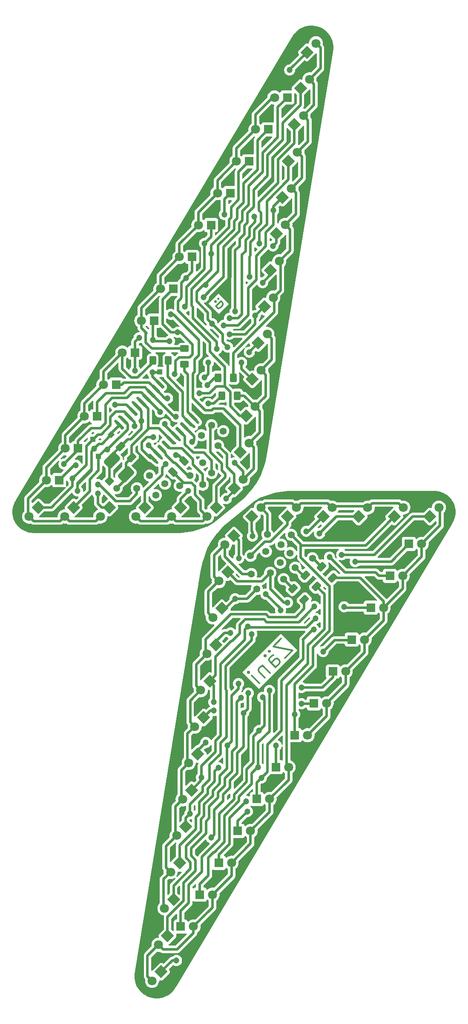
<source format=gbl>
%TF.GenerationSoftware,KiCad,Pcbnew,9.0.7*%
%TF.CreationDate,2026-02-20T01:09:39+02:00*%
%TF.ProjectId,kicad_selka_mk1,6b696361-645f-4736-956c-6b615f6d6b31,rev?*%
%TF.SameCoordinates,Original*%
%TF.FileFunction,Copper,L2,Bot*%
%TF.FilePolarity,Positive*%
%FSLAX46Y46*%
G04 Gerber Fmt 4.6, Leading zero omitted, Abs format (unit mm)*
G04 Created by KiCad (PCBNEW 9.0.7) date 2026-02-20 01:09:39*
%MOMM*%
%LPD*%
G01*
G04 APERTURE LIST*
G04 Aperture macros list*
%AMRoundRect*
0 Rectangle with rounded corners*
0 $1 Rounding radius*
0 $2 $3 $4 $5 $6 $7 $8 $9 X,Y pos of 4 corners*
0 Add a 4 corners polygon primitive as box body*
4,1,4,$2,$3,$4,$5,$6,$7,$8,$9,$2,$3,0*
0 Add four circle primitives for the rounded corners*
1,1,$1+$1,$2,$3*
1,1,$1+$1,$4,$5*
1,1,$1+$1,$6,$7*
1,1,$1+$1,$8,$9*
0 Add four rect primitives between the rounded corners*
20,1,$1+$1,$2,$3,$4,$5,0*
20,1,$1+$1,$4,$5,$6,$7,0*
20,1,$1+$1,$6,$7,$8,$9,0*
20,1,$1+$1,$8,$9,$2,$3,0*%
%AMRotRect*
0 Rectangle, with rotation*
0 The origin of the aperture is its center*
0 $1 length*
0 $2 width*
0 $3 Rotation angle, in degrees counterclockwise*
0 Add horizontal line*
21,1,$1,$2,0,0,$3*%
G04 Aperture macros list end*
%ADD10C,0.300000*%
%TA.AperFunction,NonConductor*%
%ADD11C,0.300000*%
%TD*%
%ADD12C,0.375000*%
%TA.AperFunction,NonConductor*%
%ADD13C,0.375000*%
%TD*%
%TA.AperFunction,ComponentPad*%
%ADD14R,1.800000X1.800000*%
%TD*%
%TA.AperFunction,ComponentPad*%
%ADD15C,1.800000*%
%TD*%
%TA.AperFunction,ComponentPad*%
%ADD16RotRect,1.800000X1.800000X225.000000*%
%TD*%
%TA.AperFunction,ComponentPad*%
%ADD17RotRect,1.800000X1.800000X45.000000*%
%TD*%
%TA.AperFunction,SMDPad,CuDef*%
%ADD18RoundRect,0.150000X-0.724784X0.512652X0.512652X-0.724784X0.724784X-0.512652X-0.512652X0.724784X0*%
%TD*%
%TA.AperFunction,ComponentPad*%
%ADD19C,1.400000*%
%TD*%
%TA.AperFunction,SMDPad,CuDef*%
%ADD20RoundRect,0.250000X-0.724784X-0.159099X-0.159099X-0.724784X0.724784X0.159099X0.159099X0.724784X0*%
%TD*%
%TA.AperFunction,SMDPad,CuDef*%
%ADD21RoundRect,0.250000X-0.159099X0.724784X-0.724784X0.159099X0.159099X-0.724784X0.724784X-0.159099X0*%
%TD*%
%TA.AperFunction,SMDPad,CuDef*%
%ADD22R,1.000000X1.000000*%
%TD*%
%TA.AperFunction,SMDPad,CuDef*%
%ADD23RoundRect,0.396226X-1.242774X-0.318198X-0.318198X-1.242774X1.242774X0.318198X0.318198X1.242774X0*%
%TD*%
%TA.AperFunction,ComponentPad*%
%ADD24RotRect,1.350000X1.350000X225.000000*%
%TD*%
%TA.AperFunction,ComponentPad*%
%ADD25C,1.350000*%
%TD*%
%TA.AperFunction,SMDPad,CuDef*%
%ADD26RoundRect,0.250000X-0.400000X-0.625000X0.400000X-0.625000X0.400000X0.625000X-0.400000X0.625000X0*%
%TD*%
%TA.AperFunction,SMDPad,CuDef*%
%ADD27RoundRect,0.250000X0.400000X0.625000X-0.400000X0.625000X-0.400000X-0.625000X0.400000X-0.625000X0*%
%TD*%
%TA.AperFunction,SMDPad,CuDef*%
%ADD28RotRect,1.000000X1.000000X45.000000*%
%TD*%
%TA.AperFunction,SMDPad,CuDef*%
%ADD29RoundRect,0.250000X0.625000X-0.400000X0.625000X0.400000X-0.625000X0.400000X-0.625000X-0.400000X0*%
%TD*%
%TA.AperFunction,ViaPad*%
%ADD30C,1.200000*%
%TD*%
%TA.AperFunction,Conductor*%
%ADD31C,0.500000*%
%TD*%
G04 APERTURE END LIST*
D10*
D11*
X126108847Y-100709949D02*
X126209862Y-100709949D01*
X126209862Y-100709949D02*
X126209862Y-100608933D01*
X126209862Y-100608933D02*
X126108847Y-100608933D01*
X126108847Y-100608933D02*
X126108847Y-100709949D01*
X126108847Y-100709949D02*
X126209862Y-100608933D01*
X125553263Y-101265533D02*
X125654279Y-101265533D01*
X125654279Y-101265533D02*
X125654279Y-101164517D01*
X125654279Y-101164517D02*
X125553263Y-101164517D01*
X125553263Y-101164517D02*
X125553263Y-101265533D01*
X125553263Y-101265533D02*
X125654279Y-101164517D01*
X126714939Y-101114010D02*
X125654279Y-102174670D01*
X125654279Y-102174670D02*
X125906817Y-102427208D01*
X125906817Y-102427208D02*
X126108847Y-102528223D01*
X126108847Y-102528223D02*
X126310878Y-102528223D01*
X126310878Y-102528223D02*
X126462401Y-102477716D01*
X126462401Y-102477716D02*
X126714939Y-102326193D01*
X126714939Y-102326193D02*
X126866462Y-102174670D01*
X126866462Y-102174670D02*
X127017985Y-101922132D01*
X127017985Y-101922132D02*
X127068492Y-101770609D01*
X127068492Y-101770609D02*
X127068492Y-101568578D01*
X127068492Y-101568578D02*
X126967477Y-101366548D01*
X126967477Y-101366548D02*
X126714939Y-101114010D01*
D12*
D13*
X138636121Y-168140420D02*
X137104056Y-169672485D01*
X137104056Y-169672485D02*
X140934218Y-170438518D01*
X140934218Y-170438518D02*
X139402153Y-171970582D01*
X137541789Y-173830946D02*
X136338024Y-172627181D01*
X136338024Y-172627181D02*
X136228591Y-172298882D01*
X136228591Y-172298882D02*
X136338024Y-171970582D01*
X136338024Y-171970582D02*
X136775756Y-171532849D01*
X136775756Y-171532849D02*
X137104056Y-171423416D01*
X137432356Y-173721513D02*
X137760655Y-173612080D01*
X137760655Y-173612080D02*
X138307821Y-173064914D01*
X138307821Y-173064914D02*
X138417254Y-172736614D01*
X138417254Y-172736614D02*
X138307821Y-172408315D01*
X138307821Y-172408315D02*
X138088955Y-172189449D01*
X138088955Y-172189449D02*
X137760655Y-172080015D01*
X137760655Y-172080015D02*
X137432356Y-172189449D01*
X137432356Y-172189449D02*
X136885190Y-172736614D01*
X136885190Y-172736614D02*
X136556890Y-172846048D01*
X136228591Y-170547951D02*
X136228591Y-170766817D01*
X136228591Y-170766817D02*
X136447457Y-170766817D01*
X136447457Y-170766817D02*
X136447457Y-170547951D01*
X136447457Y-170547951D02*
X136228591Y-170547951D01*
X136228591Y-170547951D02*
X136447457Y-170766817D01*
X135353125Y-171423416D02*
X135353125Y-171642283D01*
X135353125Y-171642283D02*
X135571991Y-171642283D01*
X135571991Y-171642283D02*
X135571991Y-171423416D01*
X135571991Y-171423416D02*
X135353125Y-171423416D01*
X135353125Y-171423416D02*
X135571991Y-171642283D01*
X134915392Y-173393213D02*
X136447457Y-174925278D01*
X135134259Y-173612080D02*
X134915392Y-173612080D01*
X134915392Y-173612080D02*
X134587093Y-173721513D01*
X134587093Y-173721513D02*
X134258793Y-174049813D01*
X134258793Y-174049813D02*
X134149360Y-174378112D01*
X134149360Y-174378112D02*
X134258793Y-174706412D01*
X134258793Y-174706412D02*
X135462558Y-175910177D01*
X134368227Y-177004509D02*
X132836162Y-175472444D01*
X132070129Y-174706412D02*
X132288996Y-174706412D01*
X132288996Y-174706412D02*
X132288996Y-174925278D01*
X132288996Y-174925278D02*
X132070129Y-174925278D01*
X132070129Y-174925278D02*
X132070129Y-174706412D01*
X132070129Y-174706412D02*
X132288996Y-174925278D01*
D14*
%TO.P,D31,1,K*%
%TO.N,Net-(D15-K)*%
X133823200Y-199972000D03*
D15*
%TO.P,D31,2,A*%
%TO.N,Net-(D25-A)*%
X136363200Y-199972000D03*
%TD*%
D16*
%TO.P,D18,1,K*%
%TO.N,Net-(D18-K)*%
X124473161Y-176568439D03*
D15*
%TO.P,D18,2,A*%
%TO.N,Net-(D17-A)*%
X122677110Y-178364490D03*
%TD*%
D16*
%TO.P,D25,1,K*%
%TO.N,Net-(D17-K)*%
X116073161Y-227108439D03*
D15*
%TO.P,D25,2,A*%
%TO.N,Net-(D25-A)*%
X114277110Y-228904490D03*
%TD*%
D16*
%TO.P,D46,1,K*%
%TO.N,Net-(D46-K)*%
X125735000Y-142087600D03*
D15*
%TO.P,D46,2,A*%
%TO.N,Net-(D46-A)*%
X123938949Y-143883651D03*
%TD*%
D14*
%TO.P,D62,1,K*%
%TO.N,Net-(D46-K)*%
X132313800Y-73372000D03*
D15*
%TO.P,D62,2,A*%
%TO.N,Net-(D57-A)*%
X129773800Y-73372000D03*
%TD*%
D14*
%TO.P,D60,1,K*%
%TO.N,Net-(D12-K)*%
X124753800Y-86032000D03*
D15*
%TO.P,D60,2,A*%
%TO.N,Net-(D57-A)*%
X122213800Y-86032000D03*
%TD*%
D17*
%TO.P,D10,1,K*%
%TO.N,Net-(D10-K)*%
X132903839Y-116655561D03*
D15*
%TO.P,D10,2,A*%
%TO.N,Net-(D10-A)*%
X134699890Y-114859510D03*
%TD*%
D16*
%TO.P,D21,1,K*%
%TO.N,Net-(D21-K)*%
X120873161Y-198228439D03*
D15*
%TO.P,D21,2,A*%
%TO.N,Net-(D17-A)*%
X119077110Y-200024490D03*
%TD*%
D17*
%TO.P,D43,1,K*%
%TO.N,Net-(D19-K)*%
X146998000Y-143916400D03*
D15*
%TO.P,D43,2,A*%
%TO.N,Net-(D41-A)*%
X148794051Y-142120349D03*
%TD*%
D17*
%TO.P,D41,1,K*%
%TO.N,Net-(D17-K)*%
X161154000Y-143916400D03*
D15*
%TO.P,D41,2,A*%
%TO.N,Net-(D41-A)*%
X162950051Y-142120349D03*
%TD*%
D14*
%TO.P,D34,1,K*%
%TO.N,Net-(D18-K)*%
X145163200Y-180982000D03*
D15*
%TO.P,D34,2,A*%
%TO.N,Net-(D33-A)*%
X147703200Y-180982000D03*
%TD*%
D14*
%TO.P,D27,1,K*%
%TO.N,Net-(D19-K)*%
X118703200Y-225292000D03*
D15*
%TO.P,D27,2,A*%
%TO.N,Net-(D25-A)*%
X121243200Y-225292000D03*
%TD*%
D17*
%TO.P,D11,1,K*%
%TO.N,Net-(D11-K)*%
X131703839Y-123875561D03*
D15*
%TO.P,D11,2,A*%
%TO.N,Net-(D10-A)*%
X133499890Y-122079510D03*
%TD*%
D16*
%TO.P,D14,1,K*%
%TO.N,Net-(D14-K)*%
X129273161Y-147688439D03*
D15*
%TO.P,D14,2,A*%
%TO.N,Net-(D14-A)*%
X127477110Y-149484490D03*
%TD*%
D14*
%TO.P,D58,1,K*%
%TO.N,Net-(D10-K)*%
X117193800Y-98692000D03*
D15*
%TO.P,D58,2,A*%
%TO.N,Net-(D57-A)*%
X114653800Y-98692000D03*
%TD*%
D14*
%TO.P,D39,1,K*%
%TO.N,Net-(D15-K)*%
X164063200Y-149332000D03*
D15*
%TO.P,D39,2,A*%
%TO.N,Net-(D33-A)*%
X166603200Y-149332000D03*
%TD*%
D14*
%TO.P,D56,1,K*%
%TO.N,Net-(D48-K)*%
X109633800Y-111352000D03*
D15*
%TO.P,D56,2,A*%
%TO.N,Net-(D49-A)*%
X107093800Y-111352000D03*
%TD*%
D14*
%TO.P,D57,1,K*%
%TO.N,Net-(D1-K)*%
X113413800Y-105022000D03*
D15*
%TO.P,D57,2,A*%
%TO.N,Net-(D57-A)*%
X110873800Y-105022000D03*
%TD*%
D16*
%TO.P,D47,1,K*%
%TO.N,Net-(D47-K)*%
X118657000Y-142087600D03*
D15*
%TO.P,D47,2,A*%
%TO.N,Net-(D46-A)*%
X116860949Y-143883651D03*
%TD*%
D17*
%TO.P,D1,1,K*%
%TO.N,Net-(D1-K)*%
X143781839Y-51752361D03*
D15*
%TO.P,D1,2,A*%
%TO.N,Net-(D1-A)*%
X145577890Y-49956310D03*
%TD*%
D17*
%TO.P,D40,1,K*%
%TO.N,Net-(D16-K)*%
X168232000Y-143916400D03*
D15*
%TO.P,D40,2,A*%
%TO.N,Net-(D33-A)*%
X170028051Y-142120349D03*
%TD*%
D14*
%TO.P,D38,1,K*%
%TO.N,Net-(D14-K)*%
X160283200Y-155662000D03*
D15*
%TO.P,D38,2,A*%
%TO.N,Net-(D33-A)*%
X162823200Y-155662000D03*
%TD*%
D14*
%TO.P,D54,1,K*%
%TO.N,Net-(D46-K)*%
X102073800Y-124012000D03*
D15*
%TO.P,D54,2,A*%
%TO.N,Net-(D49-A)*%
X99533800Y-124012000D03*
%TD*%
D16*
%TO.P,D20,1,K*%
%TO.N,Net-(D20-K)*%
X122073161Y-191008439D03*
D15*
%TO.P,D20,2,A*%
%TO.N,Net-(D17-A)*%
X120277110Y-192804490D03*
%TD*%
D14*
%TO.P,D63,1,K*%
%TO.N,Net-(D47-K)*%
X136093800Y-67042000D03*
D15*
%TO.P,D63,2,A*%
%TO.N,Net-(D57-A)*%
X133553800Y-67042000D03*
%TD*%
D17*
%TO.P,D2,1,K*%
%TO.N,Net-(D10-K)*%
X142503839Y-58895561D03*
D15*
%TO.P,D2,2,A*%
%TO.N,Net-(D1-A)*%
X144299890Y-57099510D03*
%TD*%
D16*
%TO.P,D22,1,K*%
%TO.N,Net-(D14-K)*%
X119673161Y-205448439D03*
D15*
%TO.P,D22,2,A*%
%TO.N,Net-(D17-A)*%
X117877110Y-207244490D03*
%TD*%
D16*
%TO.P,D49,1,K*%
%TO.N,Net-(D1-K)*%
X104501000Y-142087600D03*
D15*
%TO.P,D49,2,A*%
%TO.N,Net-(D49-A)*%
X102704949Y-143883651D03*
%TD*%
D17*
%TO.P,D44,1,K*%
%TO.N,Net-(D20-K)*%
X139920000Y-143916400D03*
D15*
%TO.P,D44,2,A*%
%TO.N,Net-(D41-A)*%
X141716051Y-142120349D03*
%TD*%
D14*
%TO.P,D32,1,K*%
%TO.N,Net-(D16-K)*%
X137603200Y-193642000D03*
D15*
%TO.P,D32,2,A*%
%TO.N,Net-(D25-A)*%
X140143200Y-193642000D03*
%TD*%
D16*
%TO.P,D48,1,K*%
%TO.N,Net-(D48-K)*%
X111579000Y-142087600D03*
D15*
%TO.P,D48,2,A*%
%TO.N,Net-(D46-A)*%
X109782949Y-143883651D03*
%TD*%
D16*
%TO.P,D16,1,K*%
%TO.N,Net-(D16-K)*%
X126873161Y-162128439D03*
D15*
%TO.P,D16,2,A*%
%TO.N,Net-(D14-A)*%
X125077110Y-163924490D03*
%TD*%
D16*
%TO.P,D51,1,K*%
%TO.N,Net-(D11-K)*%
X90345000Y-142087600D03*
D15*
%TO.P,D51,2,A*%
%TO.N,Net-(D49-A)*%
X88548949Y-143883651D03*
%TD*%
D14*
%TO.P,D30,1,K*%
%TO.N,Net-(D14-K)*%
X130043200Y-206302000D03*
D15*
%TO.P,D30,2,A*%
%TO.N,Net-(D25-A)*%
X132583200Y-206302000D03*
%TD*%
D17*
%TO.P,D8,1,K*%
%TO.N,Net-(D48-K)*%
X135303839Y-102215561D03*
D15*
%TO.P,D8,2,A*%
%TO.N,Net-(D1-A)*%
X137099890Y-100419510D03*
%TD*%
D14*
%TO.P,D53,1,K*%
%TO.N,Net-(D13-K)*%
X98293800Y-130342000D03*
D15*
%TO.P,D53,2,A*%
%TO.N,Net-(D49-A)*%
X95753800Y-130342000D03*
%TD*%
D14*
%TO.P,D35,1,K*%
%TO.N,Net-(D19-K)*%
X148943200Y-174652000D03*
D15*
%TO.P,D35,2,A*%
%TO.N,Net-(D33-A)*%
X151483200Y-174652000D03*
%TD*%
D17*
%TO.P,D42,1,K*%
%TO.N,Net-(D18-K)*%
X154076000Y-143916400D03*
D15*
%TO.P,D42,2,A*%
%TO.N,Net-(D41-A)*%
X155872051Y-142120349D03*
%TD*%
D17*
%TO.P,D3,1,K*%
%TO.N,Net-(D11-K)*%
X141303839Y-66115561D03*
D15*
%TO.P,D3,2,A*%
%TO.N,Net-(D1-A)*%
X143099890Y-64319510D03*
%TD*%
D16*
%TO.P,D19,1,K*%
%TO.N,Net-(D19-K)*%
X123273161Y-183788439D03*
D15*
%TO.P,D19,2,A*%
%TO.N,Net-(D17-A)*%
X121477110Y-185584490D03*
%TD*%
D16*
%TO.P,D15,1,K*%
%TO.N,Net-(D15-K)*%
X128073161Y-154908439D03*
D15*
%TO.P,D15,2,A*%
%TO.N,Net-(D14-A)*%
X126277110Y-156704490D03*
%TD*%
D17*
%TO.P,D45,1,K*%
%TO.N,Net-(D21-K)*%
X132842000Y-143916400D03*
D15*
%TO.P,D45,2,A*%
%TO.N,Net-(D41-A)*%
X134638051Y-142120349D03*
%TD*%
D17*
%TO.P,D9,1,K*%
%TO.N,Net-(D1-K)*%
X134103839Y-109435561D03*
D15*
%TO.P,D9,2,A*%
%TO.N,Net-(D10-A)*%
X135899890Y-107639510D03*
%TD*%
D14*
%TO.P,D59,1,K*%
%TO.N,Net-(D11-K)*%
X120973800Y-92362000D03*
D15*
%TO.P,D59,2,A*%
%TO.N,Net-(D57-A)*%
X118433800Y-92362000D03*
%TD*%
D16*
%TO.P,D50,1,K*%
%TO.N,Net-(D10-K)*%
X97423000Y-142087600D03*
D15*
%TO.P,D50,2,A*%
%TO.N,Net-(D49-A)*%
X95626949Y-143883651D03*
%TD*%
D14*
%TO.P,D29,1,K*%
%TO.N,Net-(D21-K)*%
X126263200Y-212632000D03*
D15*
%TO.P,D29,2,A*%
%TO.N,Net-(D25-A)*%
X128803200Y-212632000D03*
%TD*%
D16*
%TO.P,D24,1,K*%
%TO.N,Net-(D16-K)*%
X117273161Y-219888439D03*
D15*
%TO.P,D24,2,A*%
%TO.N,Net-(D17-A)*%
X115477110Y-221684490D03*
%TD*%
D14*
%TO.P,D55,1,K*%
%TO.N,Net-(D47-K)*%
X105853800Y-117682000D03*
D15*
%TO.P,D55,2,A*%
%TO.N,Net-(D49-A)*%
X103313800Y-117682000D03*
%TD*%
D16*
%TO.P,D17,1,K*%
%TO.N,Net-(D17-K)*%
X125673161Y-169348439D03*
D15*
%TO.P,D17,2,A*%
%TO.N,Net-(D17-A)*%
X123877110Y-171144490D03*
%TD*%
D17*
%TO.P,D6,1,K*%
%TO.N,Net-(D46-K)*%
X137703839Y-87775561D03*
D15*
%TO.P,D6,2,A*%
%TO.N,Net-(D1-A)*%
X139499890Y-85979510D03*
%TD*%
D17*
%TO.P,D5,1,K*%
%TO.N,Net-(D13-K)*%
X138903839Y-80555561D03*
D15*
%TO.P,D5,2,A*%
%TO.N,Net-(D1-A)*%
X140699890Y-78759510D03*
%TD*%
D14*
%TO.P,D64,1,K*%
%TO.N,Net-(D48-K)*%
X139873800Y-60712000D03*
D15*
%TO.P,D64,2,A*%
%TO.N,Net-(D57-A)*%
X137333800Y-60712000D03*
%TD*%
D14*
%TO.P,D52,1,K*%
%TO.N,Net-(D12-K)*%
X94513800Y-136672000D03*
D15*
%TO.P,D52,2,A*%
%TO.N,Net-(D49-A)*%
X91973800Y-136672000D03*
%TD*%
D14*
%TO.P,D37,1,K*%
%TO.N,Net-(D21-K)*%
X156503200Y-161992000D03*
D15*
%TO.P,D37,2,A*%
%TO.N,Net-(D33-A)*%
X159043200Y-161992000D03*
%TD*%
D16*
%TO.P,D26,1,K*%
%TO.N,Net-(D18-K)*%
X114795161Y-234251639D03*
D15*
%TO.P,D26,2,A*%
%TO.N,Net-(D25-A)*%
X112999110Y-236047690D03*
%TD*%
D17*
%TO.P,D4,1,K*%
%TO.N,Net-(D12-K)*%
X140103839Y-73335561D03*
D15*
%TO.P,D4,2,A*%
%TO.N,Net-(D1-A)*%
X141899890Y-71539510D03*
%TD*%
D14*
%TO.P,D61,1,K*%
%TO.N,Net-(D13-K)*%
X128533800Y-79702000D03*
D15*
%TO.P,D61,2,A*%
%TO.N,Net-(D57-A)*%
X125993800Y-79702000D03*
%TD*%
D14*
%TO.P,D36,1,K*%
%TO.N,Net-(D20-K)*%
X152723200Y-168322000D03*
D15*
%TO.P,D36,2,A*%
%TO.N,Net-(D33-A)*%
X155263200Y-168322000D03*
%TD*%
D14*
%TO.P,D33,1,K*%
%TO.N,Net-(D17-K)*%
X141383200Y-187312000D03*
D15*
%TO.P,D33,2,A*%
%TO.N,Net-(D33-A)*%
X143923200Y-187312000D03*
%TD*%
D17*
%TO.P,D13,1,K*%
%TO.N,Net-(D13-K)*%
X129303839Y-138315561D03*
D15*
%TO.P,D13,2,A*%
%TO.N,Net-(D10-A)*%
X131099890Y-136519510D03*
%TD*%
D17*
%TO.P,D7,1,K*%
%TO.N,Net-(D47-K)*%
X136503839Y-94995561D03*
D15*
%TO.P,D7,2,A*%
%TO.N,Net-(D1-A)*%
X138299890Y-93199510D03*
%TD*%
D17*
%TO.P,D12,1,K*%
%TO.N,Net-(D12-K)*%
X130503839Y-131095561D03*
D15*
%TO.P,D12,2,A*%
%TO.N,Net-(D10-A)*%
X132299890Y-129299510D03*
%TD*%
D16*
%TO.P,D23,1,K*%
%TO.N,Net-(D15-K)*%
X118473161Y-212668439D03*
D15*
%TO.P,D23,2,A*%
%TO.N,Net-(D17-A)*%
X116677110Y-214464490D03*
%TD*%
D14*
%TO.P,D28,1,K*%
%TO.N,Net-(D20-K)*%
X122483200Y-218962000D03*
D15*
%TO.P,D28,2,A*%
%TO.N,Net-(D25-A)*%
X125023200Y-218962000D03*
%TD*%
D18*
%TO.P,U1,1,PB0*%
%TO.N,Net-(D1-K)*%
X106534949Y-125748052D03*
%TO.P,U1,2,PB1*%
%TO.N,Net-(D10-K)*%
X107432975Y-124850026D03*
%TO.P,U1,3,PB2*%
%TO.N,Net-(D11-K)*%
X108331000Y-123952000D03*
%TO.P,U1,4,PB3*%
%TO.N,Net-(D12-K)*%
X109229026Y-123053975D03*
%TO.P,U1,5,VCC*%
%TO.N,+5V*%
X110127052Y-122155949D03*
%TO.P,U1,6,GND*%
%TO.N,GND*%
X111025077Y-121257924D03*
%TO.P,U1,7,XTAL1/PB4*%
%TO.N,Net-(D13-K)*%
X111923103Y-120359898D03*
%TO.P,U1,8,XTAL2/PB5*%
%TO.N,Net-(D46-K)*%
X112821128Y-119461872D03*
%TO.P,U1,9,PB6*%
%TO.N,Net-(D47-K)*%
X113719154Y-118563847D03*
%TO.P,U1,10,~{RESET}/PB7*%
%TO.N,Net-(D48-K)*%
X114617180Y-117665821D03*
%TO.P,U1,11,PA7*%
%TO.N,Net-(U1-PA7)*%
X121193273Y-124241914D03*
%TO.P,U1,12,PA6*%
%TO.N,Net-(U1-PA6)*%
X120295247Y-125139940D03*
%TO.P,U1,13,PA5*%
%TO.N,Net-(U1-PA5)*%
X119397222Y-126037966D03*
%TO.P,U1,14,PA4*%
%TO.N,Net-(J7-Pin_1)*%
X118499196Y-126935991D03*
%TO.P,U1,15,AVCC*%
%TO.N,+5V*%
X117601170Y-127834017D03*
%TO.P,U1,16,AGND*%
%TO.N,GND*%
X116703145Y-128732042D03*
%TO.P,U1,17,AREF/PA3*%
%TO.N,Net-(J5-Pin_1)*%
X115805119Y-129630068D03*
%TO.P,U1,18,PA2*%
%TO.N,Net-(J3-Pin_1)*%
X114907094Y-130528094D03*
%TO.P,U1,19,PA1*%
%TO.N,Net-(U1-PA1)*%
X114009068Y-131426119D03*
%TO.P,U1,20,PA0*%
%TO.N,Net-(U1-PA0)*%
X113111042Y-132324145D03*
%TD*%
D19*
%TO.P,J23,1,Pin_1*%
%TO.N,Net-(D47-K)*%
X127152400Y-126949200D03*
%TD*%
D20*
%TO.P,R3,1*%
%TO.N,Net-(J4-Pin_1)*%
X141042384Y-158212784D03*
%TO.P,R3,2*%
%TO.N,Net-(D17-A)*%
X143234416Y-160404816D03*
%TD*%
D19*
%TO.P,J17,1,Pin_1*%
%TO.N,Net-(D12-K)*%
X112522000Y-135763000D03*
%TD*%
%TO.P,J13,1,Pin_1*%
%TO.N,Net-(D10-K)*%
X115570000Y-137363200D03*
%TD*%
%TO.P,J21,1,Pin_1*%
%TO.N,Net-(D46-K)*%
X124815600Y-125780800D03*
%TD*%
D20*
%TO.P,R5,1*%
%TO.N,Net-(J8-Pin_1)*%
X146681184Y-153843984D03*
%TO.P,R5,2*%
%TO.N,Net-(D33-A)*%
X148873216Y-156036016D03*
%TD*%
D19*
%TO.P,J12,1,Pin_1*%
%TO.N,Net-(D17-K)*%
X140665200Y-147523200D03*
%TD*%
%TO.P,J14,1,Pin_1*%
%TO.N,Net-(D18-K)*%
X138684000Y-149453600D03*
%TD*%
D21*
%TO.P,R6,1*%
%TO.N,Net-(U1-PA5)*%
X119333016Y-132888984D03*
%TO.P,R6,2*%
%TO.N,Net-(D46-A)*%
X117140984Y-135081016D03*
%TD*%
D22*
%TO.P,J29,1,Pin_1*%
%TO.N,Net-(D10-K)*%
X102362000Y-131953000D03*
%TD*%
D19*
%TO.P,J24,1,Pin_1*%
%TO.N,Net-(D15-K)*%
X136499600Y-155041600D03*
%TD*%
D23*
%TO.P,C1,1*%
%TO.N,+5V*%
X105047142Y-132733142D03*
%TO.P,C1,2*%
%TO.N,GND*%
X107804858Y-135490858D03*
%TD*%
D20*
%TO.P,R4,1*%
%TO.N,Net-(J6-Pin_1)*%
X143480784Y-155571184D03*
%TO.P,R4,2*%
%TO.N,Net-(D25-A)*%
X145672816Y-157763216D03*
%TD*%
D19*
%TO.P,J8,1,Pin_1*%
%TO.N,Net-(J8-Pin_1)*%
X144881600Y-152196800D03*
%TD*%
D24*
%TO.P,J27,1,Pin_1*%
%TO.N,+5V*%
X104546400Y-136855200D03*
D25*
%TO.P,J27,2,Pin_2*%
%TO.N,GND*%
X105960614Y-138269414D03*
%TD*%
D19*
%TO.P,J4,1,Pin_1*%
%TO.N,Net-(J4-Pin_1)*%
X139141200Y-156311600D03*
%TD*%
%TO.P,J10,1,Pin_1*%
%TO.N,Net-(D41-A)*%
X135940800Y-147421600D03*
%TD*%
D26*
%TO.P,R2,1*%
%TO.N,Net-(U1-PA1)*%
X126847000Y-119888000D03*
%TO.P,R2,2*%
%TO.N,Net-(D10-A)*%
X129947000Y-119888000D03*
%TD*%
D27*
%TO.P,R7,1*%
%TO.N,Net-(U1-PA6)*%
X116231000Y-112903000D03*
%TO.P,R7,2*%
%TO.N,Net-(D49-A)*%
X113131000Y-112903000D03*
%TD*%
D19*
%TO.P,J2,1,Pin_1*%
%TO.N,Net-(D14-A)*%
X132740400Y-155295600D03*
%TD*%
%TO.P,J26,1,Pin_1*%
%TO.N,Net-(D16-K)*%
X133807200Y-158292800D03*
%TD*%
%TO.P,J18,1,Pin_1*%
%TO.N,Net-(D20-K)*%
X132588000Y-151688800D03*
%TD*%
%TO.P,J9,1,Pin_1*%
%TO.N,Net-(D46-A)*%
X118491000Y-137795000D03*
%TD*%
%TO.P,J11,1,Pin_1*%
%TO.N,Net-(D1-K)*%
X113741200Y-139649200D03*
%TD*%
%TO.P,J1,1,Pin_1*%
%TO.N,Net-(D10-A)*%
X123063000Y-133223000D03*
%TD*%
D28*
%TO.P,J28,1,Pin_1*%
%TO.N,Net-(D1-K)*%
X104902000Y-127635000D03*
%TD*%
D19*
%TO.P,J7,1,Pin_1*%
%TO.N,Net-(J7-Pin_1)*%
X124866400Y-135229600D03*
%TD*%
%TO.P,J22,1,Pin_1*%
%TO.N,Net-(D14-K)*%
X138480800Y-153060400D03*
%TD*%
%TO.P,J25,1,Pin_1*%
%TO.N,Net-(D48-K)*%
X122834400Y-127762000D03*
%TD*%
%TO.P,J3,1,Pin_1*%
%TO.N,Net-(J3-Pin_1)*%
X120523000Y-135763000D03*
%TD*%
D29*
%TO.P,R8,1*%
%TO.N,Net-(U1-PA7)*%
X119430800Y-113665600D03*
%TO.P,R8,2*%
%TO.N,Net-(D57-A)*%
X119430800Y-110565600D03*
%TD*%
D19*
%TO.P,J5,1,Pin_1*%
%TO.N,Net-(J5-Pin_1)*%
X123088400Y-137566400D03*
%TD*%
D22*
%TO.P,J31,1,Pin_1*%
%TO.N,Net-(D48-K)*%
X114554000Y-115189000D03*
%TD*%
D19*
%TO.P,J15,1,Pin_1*%
%TO.N,Net-(D11-K)*%
X109982000Y-138303000D03*
%TD*%
D22*
%TO.P,J30,1,Pin_1*%
%TO.N,Net-(D11-K)*%
X101219000Y-128524000D03*
%TD*%
D20*
%TO.P,R9,1*%
%TO.N,+5V*%
X106726984Y-129967984D03*
%TO.P,R9,2*%
%TO.N,GND*%
X108919016Y-132160016D03*
%TD*%
D19*
%TO.P,J16,1,Pin_1*%
%TO.N,Net-(D19-K)*%
X135636000Y-150825200D03*
%TD*%
D26*
%TO.P,R1,1*%
%TO.N,Net-(U1-PA0)*%
X126085000Y-116332000D03*
%TO.P,R1,2*%
%TO.N,Net-(D1-A)*%
X129185000Y-116332000D03*
%TD*%
D19*
%TO.P,J19,1,Pin_1*%
%TO.N,Net-(D13-K)*%
X126111000Y-129794000D03*
%TD*%
%TO.P,J6,1,Pin_1*%
%TO.N,Net-(J6-Pin_1)*%
X141478000Y-154025600D03*
%TD*%
%TO.P,J20,1,Pin_1*%
%TO.N,Net-(D21-K)*%
X140462000Y-151130000D03*
%TD*%
D30*
%TO.N,Net-(D14-K)*%
X148269698Y-151958302D03*
X131953000Y-202438000D03*
X132801805Y-167244205D03*
X120504615Y-202913307D03*
X130225800Y-152171400D03*
%TO.N,Net-(D16-K)*%
X150694400Y-151485600D03*
X128016000Y-189357000D03*
X130175000Y-177038000D03*
X137668000Y-189357000D03*
X129512505Y-160199895D03*
%TO.N,Net-(D1-K)*%
X113137375Y-108815187D03*
X101439000Y-130397118D03*
X98171000Y-138811000D03*
X128369505Y-104544305D03*
X116459000Y-109093000D03*
X132334000Y-111252000D03*
X133345495Y-84383395D03*
X140360400Y-55270400D03*
X102209600Y-139293600D03*
%TO.N,+5V*%
X110888888Y-124896123D03*
X115570000Y-125476000D03*
%TO.N,Net-(D15-K)*%
X134714600Y-195801600D03*
X145175795Y-166359395D03*
X153394400Y-152857200D03*
X126174500Y-193738500D03*
X139928600Y-160968417D03*
%TO.N,Net-(U1-PA5)*%
X117729000Y-131710765D03*
X120971690Y-129095500D03*
%TO.N,Net-(D10-K)*%
X118110000Y-107315000D03*
X104140000Y-130556000D03*
X129514186Y-103194305D03*
X130810000Y-113284000D03*
X117475000Y-115570000D03*
%TO.N,Net-(D12-K)*%
X134286000Y-89662000D03*
X119516314Y-102244314D03*
X123444000Y-89662000D03*
X116713000Y-103759000D03*
X105664000Y-121731000D03*
X97875020Y-133685664D03*
%TO.N,Net-(U1-PA1)*%
X112320895Y-129745295D03*
X124141000Y-121486791D03*
%TO.N,Net-(D11-K)*%
X97170000Y-136378810D03*
X119768219Y-96527219D03*
X122428000Y-119380000D03*
X109516777Y-125899777D03*
X102235000Y-137541000D03*
X132381000Y-96266000D03*
%TO.N,Net-(D13-K)*%
X127365569Y-83947000D03*
X95504000Y-133477000D03*
X127762000Y-140335000D03*
X127254000Y-105918000D03*
X137160000Y-83058000D03*
X114626733Y-123176667D03*
%TO.N,Net-(U1-PA0)*%
X113284000Y-128177000D03*
X124038133Y-117846178D03*
%TO.N,Net-(D10-A)*%
X129413000Y-133223000D03*
%TO.N,Net-(D46-K)*%
X123377656Y-116279723D03*
X117732202Y-124058955D03*
X137033000Y-90170000D03*
X124794000Y-91694000D03*
X125860950Y-110613050D03*
X124206000Y-113284000D03*
%TO.N,Net-(D47-K)*%
X123655223Y-97874223D03*
X128016000Y-110236000D03*
X124904500Y-105600500D03*
X134964646Y-97449287D03*
X116078000Y-120396000D03*
X120189000Y-138832593D03*
%TO.N,Net-(D48-K)*%
X110410000Y-108392405D03*
X115711621Y-133513179D03*
X109585905Y-114919905D03*
X133491700Y-104027700D03*
X113077000Y-115247187D03*
X123197800Y-100330000D03*
X128397000Y-107696000D03*
%TO.N,Net-(D17-K)*%
X130683000Y-179832000D03*
X128608710Y-166992300D03*
X141351000Y-183134000D03*
%TO.N,Net-(D18-K)*%
X131191000Y-182880000D03*
X125279800Y-180735497D03*
X145288000Y-161747200D03*
X117856000Y-232029000D03*
X132139692Y-178955612D03*
X142701000Y-181067871D03*
X146304000Y-147273000D03*
X124727706Y-207666935D03*
%TO.N,Net-(D19-K)*%
X134277100Y-186397900D03*
X134971000Y-179762013D03*
X143637000Y-146812000D03*
X125279800Y-182435500D03*
X142701000Y-177849509D03*
%TO.N,Net-(D20-K)*%
X136321000Y-178412013D03*
X123698000Y-188722000D03*
X138531600Y-162509200D03*
X146989800Y-170703405D03*
X135636000Y-159308800D03*
X134112000Y-193675000D03*
%TO.N,Net-(D21-K)*%
X151180800Y-161798000D03*
X132082371Y-165703937D03*
X131699000Y-200406000D03*
X132943600Y-147777200D03*
X145491200Y-164134800D03*
X122809000Y-195707000D03*
%TD*%
D31*
%TO.N,Net-(D14-K)*%
X127838000Y-178388200D02*
X127630800Y-178181000D01*
X124460000Y-193185628D02*
X126619000Y-191026628D01*
X123063000Y-198501000D02*
X123063000Y-197485000D01*
X158151200Y-155662000D02*
X160283200Y-155662000D01*
X149524197Y-153212800D02*
X149580600Y-153212800D01*
X130043200Y-206302000D02*
X130043200Y-204347800D01*
X126619000Y-188843397D02*
X127838000Y-187624397D01*
X127630800Y-173583600D02*
X132801805Y-168412595D01*
X149580600Y-153212800D02*
X151358600Y-154990800D01*
X127630800Y-178181000D02*
X127630800Y-173583600D01*
X124460000Y-196088000D02*
X124460000Y-193185628D01*
X123063000Y-197485000D02*
X124460000Y-196088000D01*
X127838000Y-187624397D02*
X127838000Y-178388200D01*
X130225800Y-152171400D02*
X130225800Y-148641078D01*
X126619000Y-191026628D02*
X126619000Y-188843397D01*
X151358600Y-154990800D02*
X157480000Y-154990800D01*
X132801805Y-168412595D02*
X132801805Y-167244205D01*
X120504615Y-202913307D02*
X120504615Y-201059385D01*
X119673161Y-205448439D02*
X119673161Y-203744761D01*
X130225800Y-148641078D02*
X129273161Y-147688439D01*
X130043200Y-204347800D02*
X131953000Y-202438000D01*
X148269698Y-151958302D02*
X149524197Y-153212800D01*
X120504615Y-201059385D02*
X123063000Y-198501000D01*
X119673161Y-203744761D02*
X120504615Y-202913307D01*
X157480000Y-154990800D02*
X158151200Y-155662000D01*
%TO.N,Net-(D16-K)*%
X128016000Y-189357000D02*
X128839000Y-188534000D01*
X125065000Y-199330256D02*
X125065000Y-198314256D01*
X123357400Y-203301600D02*
X123357400Y-201037856D01*
X122700628Y-206375000D02*
X122700628Y-203958372D01*
X164795200Y-143916400D02*
X168232000Y-143916400D01*
X125065000Y-198314256D02*
X126477000Y-196902256D01*
X120650000Y-213849372D02*
X120650000Y-212510412D01*
X120650000Y-212510412D02*
X119761000Y-211621412D01*
X126873161Y-162128439D02*
X127583961Y-162128439D01*
X128839000Y-179445884D02*
X130175000Y-178109884D01*
X119761000Y-211621412D02*
X119761000Y-209314628D01*
X137603200Y-189167800D02*
X137603200Y-193642000D01*
X126477000Y-195346603D02*
X127889000Y-193934603D01*
X131900105Y-160199895D02*
X129512505Y-160199895D01*
X117273161Y-217226211D02*
X120650000Y-213849372D01*
X123357400Y-201037856D02*
X125065000Y-199330256D01*
X133807200Y-158292800D02*
X131900105Y-160199895D01*
X127583961Y-162128439D02*
X129512505Y-160199895D01*
X128839000Y-188534000D02*
X128839000Y-179445884D01*
X127889000Y-193934603D02*
X127889000Y-189484000D01*
X130175000Y-178109884D02*
X130175000Y-177038000D01*
X150694400Y-151485600D02*
X157226000Y-151485600D01*
X117273161Y-219888439D02*
X117273161Y-217226211D01*
X126477000Y-196902256D02*
X126477000Y-195346603D01*
X122700628Y-203958372D02*
X123357400Y-203301600D01*
X157226000Y-151485600D02*
X164795200Y-143916400D01*
X127889000Y-189484000D02*
X128016000Y-189357000D01*
X119761000Y-209314628D02*
X122700628Y-206375000D01*
%TO.N,GND*%
X116703145Y-128732042D02*
X117330868Y-129359765D01*
X107804858Y-135490858D02*
X107804858Y-133274174D01*
X110417186Y-128324186D02*
X112239888Y-126501484D01*
X107804858Y-136425170D02*
X107804858Y-135490858D01*
X117330868Y-129359765D02*
X117602000Y-129359765D01*
X111025077Y-121257924D02*
X110996324Y-121257924D01*
X112239888Y-126501484D02*
X112350972Y-126390400D01*
X115675091Y-127745694D02*
X115716797Y-127745694D01*
X107804858Y-133274174D02*
X108919016Y-132160016D01*
X112239888Y-122472735D02*
X111025077Y-121257924D01*
X116703145Y-128732042D02*
X115716797Y-127745694D01*
X114319796Y-126390400D02*
X115675091Y-127745694D01*
X112350972Y-126390400D02*
X114319796Y-126390400D01*
X105960614Y-138269414D02*
X107804858Y-136425170D01*
X110996324Y-121257924D02*
X110083600Y-120345200D01*
X108919016Y-129822356D02*
X110417186Y-128324186D01*
X108919016Y-132160016D02*
X108919016Y-129822356D01*
X112239888Y-126501484D02*
X112239888Y-122472735D01*
%TO.N,Net-(U1-PA6)*%
X118358397Y-118364000D02*
X116124000Y-116129603D01*
X120364740Y-125139940D02*
X121361200Y-126136400D01*
X116124000Y-116129603D02*
X116124000Y-113010000D01*
X118358397Y-118364000D02*
X118358397Y-118409397D01*
X119075000Y-123919693D02*
X119075000Y-119126000D01*
X120295247Y-125139940D02*
X120364740Y-125139940D01*
X120295247Y-125139940D02*
X119075000Y-123919693D01*
X118358397Y-118409397D02*
X119075000Y-119126000D01*
%TO.N,Net-(D1-K)*%
X106235500Y-126047500D02*
X104711500Y-127571500D01*
X130082267Y-104544305D02*
X130864186Y-103762386D01*
X102209600Y-141325600D02*
X102971600Y-142087600D01*
X134103839Y-109435561D02*
X132461000Y-111078400D01*
X104902000Y-127381001D02*
X106534949Y-125748052D01*
X131587000Y-88993372D02*
X132349000Y-88231372D01*
X113137375Y-108815187D02*
X113137375Y-105298425D01*
X103070100Y-129466900D02*
X102369218Y-129466900D01*
X102209600Y-139293600D02*
X102209600Y-141325600D01*
X113415188Y-109093000D02*
X113137375Y-108815187D01*
X143781839Y-51752361D02*
X140360400Y-55173800D01*
X140360400Y-55173800D02*
X140360400Y-55270400D01*
X100945800Y-131337200D02*
X100945800Y-134747572D01*
X106534949Y-125748052D02*
X105726800Y-124939903D01*
X128369505Y-104544305D02*
X130082267Y-104544305D01*
X100945800Y-130890318D02*
X100945800Y-131337200D01*
X100945800Y-131337200D02*
X100945800Y-134512200D01*
X130864186Y-103762386D02*
X130864186Y-91908814D01*
X98171000Y-137287000D02*
X98171000Y-138811000D01*
X131587000Y-91186000D02*
X131587000Y-88993372D01*
X106534949Y-125748052D02*
X106235500Y-126047500D01*
X116459000Y-109093000D02*
X113415188Y-109093000D01*
X100945800Y-134747572D02*
X98171000Y-137522372D01*
X104902000Y-127635000D02*
X103070100Y-129466900D01*
X101439000Y-130397118D02*
X100945800Y-130890318D01*
X102971600Y-142087600D02*
X104501000Y-142087600D01*
X100945800Y-134512200D02*
X98171000Y-137287000D01*
X133477000Y-85420650D02*
X133477000Y-84514900D01*
X132349000Y-86548650D02*
X133477000Y-85420650D01*
X130864186Y-91908814D02*
X131587000Y-91186000D01*
X132349000Y-88231372D02*
X132349000Y-86548650D01*
X102369218Y-129466900D02*
X101439000Y-130397118D01*
X104648000Y-127889000D02*
X103070100Y-129466900D01*
X98171000Y-137522372D02*
X98171000Y-138684000D01*
X133477000Y-84514900D02*
X133345495Y-84383395D01*
%TO.N,+5V*%
X110116349Y-122155949D02*
X109169200Y-121208800D01*
X117601170Y-127834017D02*
X117623217Y-127834017D01*
X105047142Y-131647826D02*
X106726984Y-129967984D01*
X117623217Y-127834017D02*
X118506000Y-128716800D01*
X115570000Y-125730000D02*
X117601170Y-127761170D01*
X110888888Y-126436856D02*
X108756872Y-128568872D01*
X108756872Y-128568872D02*
X108126096Y-128568872D01*
X115570000Y-125476000D02*
X115570000Y-125730000D01*
X110888888Y-124896123D02*
X110888888Y-126436856D01*
X118506000Y-128716800D02*
X118506000Y-128727200D01*
X110888888Y-124896123D02*
X110888888Y-122953888D01*
X104546400Y-133233884D02*
X105047142Y-132733142D01*
X108126096Y-128568872D02*
X106726984Y-129967984D01*
X110888888Y-122953888D02*
X110127052Y-122192052D01*
X110127052Y-122155949D02*
X110116349Y-122155949D01*
X104546400Y-136855200D02*
X104546400Y-133233884D01*
%TO.N,Net-(D15-K)*%
X122356400Y-202886972D02*
X122356400Y-200623228D01*
X124064000Y-198915628D02*
X124064000Y-197899628D01*
X145175795Y-166359395D02*
X144993805Y-166359395D01*
X136499600Y-158242000D02*
X136499600Y-155041600D01*
X125476000Y-196487628D02*
X125476000Y-194437000D01*
X121696953Y-205963047D02*
X121696953Y-203546419D01*
X143012605Y-168361805D02*
X143012605Y-172197205D01*
X134794600Y-156746600D02*
X136499600Y-155041600D01*
X138731200Y-186383197D02*
X135952200Y-189162197D01*
X143012605Y-172197205D02*
X138731200Y-176478610D01*
X122356400Y-200623228D02*
X124064000Y-198915628D01*
X128073161Y-154908439D02*
X129911322Y-156746600D01*
X138731200Y-176478610D02*
X138731200Y-186383197D01*
X124064000Y-197899628D02*
X125476000Y-196487628D01*
X133823200Y-196693000D02*
X134714600Y-195801600D01*
X129911322Y-156746600D02*
X134794600Y-156746600D01*
X135952200Y-194564000D02*
X134714600Y-195801600D01*
X125476000Y-194437000D02*
X126174500Y-193738500D01*
X118473161Y-209186839D02*
X121696953Y-205963047D01*
X153394400Y-152857200D02*
X153416000Y-152835600D01*
X143002000Y-168351200D02*
X143012605Y-168361805D01*
X144993805Y-166359395D02*
X143002000Y-168351200D01*
X118473161Y-212668439D02*
X118473161Y-209186839D01*
X139928600Y-160968417D02*
X139226017Y-160968417D01*
X133823200Y-199972000D02*
X133823200Y-196693000D01*
X160559600Y-152835600D02*
X164063200Y-149332000D01*
X121696953Y-203546419D02*
X122356400Y-202886972D01*
X139226017Y-160968417D02*
X136499600Y-158242000D01*
X153416000Y-152835600D02*
X160559600Y-152835600D01*
X135952200Y-189162197D02*
X135952200Y-194564000D01*
%TO.N,Net-(U1-PA5)*%
X121348500Y-128718690D02*
X121348500Y-127989244D01*
X118154797Y-131710765D02*
X119333016Y-132888984D01*
X120971690Y-129095500D02*
X121348500Y-128718690D01*
X117729000Y-131710765D02*
X118154797Y-131710765D01*
X121348500Y-127989244D02*
X119397222Y-126037966D01*
X119333016Y-132761984D02*
X118270032Y-131699000D01*
X118270032Y-131699000D02*
X117729000Y-131699000D01*
%TO.N,Net-(D10-K)*%
X129514186Y-96596614D02*
X129540000Y-96570800D01*
X107432975Y-124850026D02*
X108163672Y-125580723D01*
X121056800Y-111685156D02*
X121056800Y-109744044D01*
X131953000Y-83672800D02*
X133208000Y-82417800D01*
X103759000Y-130556000D02*
X102362000Y-131953000D01*
X118627756Y-107315000D02*
X121056800Y-109744044D01*
X108163672Y-126630973D02*
X106557343Y-128237302D01*
X106665949Y-124083000D02*
X106502200Y-124083000D01*
X131348000Y-87816744D02*
X131348000Y-86134022D01*
X106557343Y-128237302D02*
X106458698Y-128237302D01*
X100630000Y-138880600D02*
X97423000Y-142087600D01*
X130410372Y-88754372D02*
X131348000Y-87816744D01*
X138988800Y-69164200D02*
X138988800Y-65735200D01*
X129540000Y-91040372D02*
X130410372Y-90170000D01*
X115064800Y-100821000D02*
X115064800Y-105664000D01*
X120477356Y-112264600D02*
X121056800Y-111685156D01*
X131348000Y-86134022D02*
X131953000Y-85529022D01*
X129540000Y-96570800D02*
X129540000Y-91040372D01*
X117193800Y-98692000D02*
X115064800Y-100821000D01*
X108163672Y-125580723D02*
X108163672Y-126630973D01*
X131953000Y-85529022D02*
X131953000Y-83672800D01*
X130810000Y-113284000D02*
X130810000Y-114561722D01*
X129514186Y-103194305D02*
X129514186Y-96596614D01*
X107432975Y-124850026D02*
X106665949Y-124083000D01*
X133208000Y-82417800D02*
X133208000Y-78994000D01*
X142503839Y-62220161D02*
X142503839Y-58895561D01*
X135966800Y-76235200D02*
X135966800Y-72186200D01*
X104140000Y-130556000D02*
X103759000Y-130556000D01*
X118110000Y-107315000D02*
X118627756Y-107315000D01*
X100630000Y-136479000D02*
X100630000Y-138880600D01*
X117475000Y-115570000D02*
X117632000Y-115413000D01*
X102362000Y-131953000D02*
X102362000Y-134747000D01*
X117632000Y-115413000D02*
X117632000Y-113016844D01*
X118384244Y-112264600D02*
X120477356Y-112264600D01*
X118110000Y-107315000D02*
X116715800Y-107315000D01*
X116715800Y-107315000D02*
X115064800Y-105664000D01*
X100630000Y-136479000D02*
X102362000Y-134747000D01*
X130410372Y-90170000D02*
X130410372Y-88754372D01*
X106458698Y-128237302D02*
X104140000Y-130556000D01*
X133208000Y-78994000D02*
X135966800Y-76235200D01*
X117632000Y-113016844D02*
X118384244Y-112264600D01*
X135966800Y-72186200D02*
X138988800Y-69164200D01*
X130810000Y-114561722D02*
X132903839Y-116655561D01*
X138988800Y-65735200D02*
X142503839Y-62220161D01*
%TO.N,Net-(D12-K)*%
X121077000Y-115524000D02*
X121458000Y-115143000D01*
X124753800Y-88352200D02*
X123444000Y-89662000D01*
X97875020Y-133685664D02*
X97829684Y-133731000D01*
X130503839Y-131095561D02*
X130503839Y-125804839D01*
X109229026Y-123053975D02*
X107906051Y-121731000D01*
X135809000Y-85919906D02*
X135809000Y-81315534D01*
X97829684Y-133731000D02*
X97454800Y-133731000D01*
X124872000Y-122837791D02*
X123581397Y-122837791D01*
X117221000Y-103759000D02*
X116713000Y-103759000D01*
X135809000Y-81315534D02*
X140103839Y-77020695D01*
X97454800Y-133731000D02*
X94513800Y-136672000D01*
X122301000Y-108839000D02*
X117221000Y-103759000D01*
X140103839Y-73335561D02*
X140103839Y-77020695D01*
X125222000Y-122487791D02*
X124872000Y-122837791D01*
X121458000Y-115143000D02*
X121458000Y-112699584D01*
X134366000Y-89582000D02*
X134366000Y-87362906D01*
X107906051Y-121731000D02*
X105664000Y-121731000D01*
X119516314Y-102244314D02*
X119845800Y-101914828D01*
X127186791Y-122487791D02*
X125222000Y-122487791D01*
X123581397Y-122837791D02*
X121077000Y-120333394D01*
X119845800Y-98358828D02*
X123444000Y-94760628D01*
X119845800Y-101914828D02*
X119845800Y-98358828D01*
X123444000Y-94760628D02*
X123444000Y-89662000D01*
X122301000Y-111856584D02*
X122301000Y-108839000D01*
X121077000Y-120333394D02*
X121077000Y-115524000D01*
X124753800Y-86032000D02*
X124753800Y-88352200D01*
X134366000Y-87362906D02*
X135809000Y-85919906D01*
X134286000Y-89662000D02*
X134366000Y-89582000D01*
X130503839Y-125804839D02*
X127186791Y-122487791D01*
X121458000Y-112699584D02*
X122301000Y-111856584D01*
%TO.N,Net-(U1-PA1)*%
X114009068Y-131426119D02*
X114052519Y-131426119D01*
X113094607Y-130519007D02*
X113101956Y-130519007D01*
X114052519Y-131426119D02*
X114970299Y-132343899D01*
X112320895Y-129745295D02*
X113094607Y-130519007D01*
X125248209Y-121486791D02*
X126847000Y-119888000D01*
X124141000Y-121486791D02*
X125248209Y-121486791D01*
X113101956Y-130519007D02*
X114009068Y-131426119D01*
%TO.N,Net-(U1-PA7)*%
X119430800Y-115051800D02*
X119430800Y-113665600D01*
X120076000Y-115697000D02*
X119430800Y-115051800D01*
X121193273Y-124241914D02*
X120076000Y-123124641D01*
X121193273Y-124241914D02*
X121193914Y-124241914D01*
X120076000Y-123124641D02*
X120076000Y-115697000D01*
X121193914Y-124241914D02*
X122174000Y-125222000D01*
%TO.N,Net-(D11-K)*%
X141303839Y-69800695D02*
X138049000Y-73055534D01*
X105765600Y-140843000D02*
X102463600Y-137541000D01*
X128546000Y-121990514D02*
X130431047Y-123875561D01*
X109982000Y-139420600D02*
X108559600Y-140843000D01*
X92983797Y-142087600D02*
X95247198Y-139824198D01*
X133350000Y-86963278D02*
X133350000Y-88646000D01*
X119768219Y-96527219D02*
X118844800Y-97450638D01*
X138049000Y-73055534D02*
X138049000Y-77659906D01*
X97170000Y-137901396D02*
X95247198Y-139824198D01*
X105824400Y-123082000D02*
X104725800Y-124180600D01*
X118165314Y-102981198D02*
X118165314Y-101219000D01*
X99944800Y-129925200D02*
X99944800Y-133604010D01*
X102235000Y-127635000D02*
X99944800Y-129925200D01*
X102463600Y-137541000D02*
X102235000Y-137541000D01*
X134209000Y-81499906D02*
X138049000Y-77659906D01*
X102888628Y-127635000D02*
X102235000Y-127635000D01*
X132381000Y-96266000D02*
X132381000Y-92282000D01*
X108331000Y-123952000D02*
X109516777Y-125137777D01*
X124433000Y-119380000D02*
X122428000Y-119380000D01*
X124495558Y-109311442D02*
X118165314Y-102981198D01*
X118844800Y-97450638D02*
X118844800Y-100343000D01*
X128546000Y-119139444D02*
X128546000Y-121990514D01*
X99944800Y-133604010D02*
X97170000Y-136378810D01*
X118165314Y-101219000D02*
X118730800Y-100653514D01*
X118730800Y-100457000D02*
X118844800Y-100343000D01*
X97170000Y-136378810D02*
X97170000Y-137901396D01*
X127486000Y-114147289D02*
X125302762Y-111964050D01*
X120973800Y-95321638D02*
X119768219Y-96527219D01*
X134696495Y-85616783D02*
X133350000Y-86963278D01*
X124433000Y-119380000D02*
X125733556Y-118079444D01*
X104725800Y-125797828D02*
X102888628Y-127635000D01*
X104725800Y-124180600D02*
X104725800Y-125797828D01*
X132381000Y-92282000D02*
X132588000Y-92075000D01*
X125302762Y-111964050D02*
X125301347Y-111964050D01*
X125301347Y-111964050D02*
X124495558Y-111158261D01*
X124495558Y-111158261D02*
X124495558Y-109311442D01*
X120973800Y-92362000D02*
X120973800Y-95321638D01*
X134696495Y-83575495D02*
X134696495Y-85616783D01*
X130431047Y-123875561D02*
X131703839Y-123875561D01*
X95247198Y-139824198D02*
X97170000Y-137901397D01*
X127486000Y-114147289D02*
X127486000Y-118079444D01*
X127486000Y-118079444D02*
X125733556Y-118079444D01*
X97170000Y-136378810D02*
X97170000Y-137901397D01*
X107461000Y-123082000D02*
X105824400Y-123082000D01*
X108559600Y-140843000D02*
X105765600Y-140843000D01*
X127486000Y-118079444D02*
X128546000Y-119139444D01*
X90345000Y-142087600D02*
X92983797Y-142087600D01*
X108331000Y-123952000D02*
X107461000Y-123082000D01*
X118730800Y-100653514D02*
X118730800Y-100457000D01*
X133350000Y-88646000D02*
X132588000Y-89408000D01*
X108331000Y-123952000D02*
X109347000Y-124968000D01*
X141303839Y-66115561D02*
X141303839Y-69800695D01*
X134209000Y-81499906D02*
X134209000Y-83088000D01*
X132588000Y-89408000D02*
X132588000Y-92075000D01*
X109516777Y-125137777D02*
X109516777Y-125899777D01*
X134209000Y-83088000D02*
X134696495Y-83575495D01*
X109982000Y-138303000D02*
X109982000Y-139420600D01*
%TO.N,Net-(D13-K)*%
X103724800Y-125383200D02*
X102743000Y-126365000D01*
X126111000Y-129794000D02*
X127874000Y-131557000D01*
X138903839Y-80555561D02*
X137160000Y-82299400D01*
X108011305Y-120381000D02*
X105029000Y-120381000D01*
X133731000Y-96901000D02*
X133731000Y-92127602D01*
X132140700Y-98491300D02*
X133731000Y-96901000D01*
X133731000Y-92127602D02*
X135636000Y-90222603D01*
X105029000Y-120381000D02*
X103724800Y-121685200D01*
X129303839Y-135532442D02*
X129303839Y-138315561D01*
X132140700Y-103901500D02*
X132140700Y-98491300D01*
X130124200Y-105918000D02*
X132140700Y-103901500D01*
X98293800Y-128942000D02*
X98293800Y-130342000D01*
X100870800Y-126365000D02*
X98293800Y-128942000D01*
X127365569Y-80870231D02*
X127365569Y-83947000D01*
X135636000Y-87508534D02*
X137160000Y-85984534D01*
X114626733Y-123176667D02*
X114626733Y-123063528D01*
X127874000Y-134102604D02*
X129303839Y-135532442D01*
X114626733Y-123063528D02*
X111923103Y-120359898D01*
X103724800Y-121685200D02*
X103724800Y-125383200D01*
X127254000Y-105918000D02*
X130124200Y-105918000D01*
X111923103Y-120359898D02*
X110837110Y-119273905D01*
X127874000Y-131557000D02*
X127874000Y-134102604D01*
X137160000Y-85984534D02*
X137160000Y-83058000D01*
X128533800Y-79702000D02*
X127365569Y-80870231D01*
X135636000Y-90222603D02*
X135636000Y-87508534D01*
X98293800Y-130342000D02*
X98293800Y-130687200D01*
X102743000Y-126365000D02*
X100870800Y-126365000D01*
X129303839Y-138793161D02*
X127762000Y-140335000D01*
X109118400Y-119273905D02*
X108011305Y-120381000D01*
X98293800Y-130687200D02*
X95504000Y-133477000D01*
X137160000Y-82299400D02*
X137160000Y-83058000D01*
X110837110Y-119273905D02*
X109118400Y-119273905D01*
%TO.N,Net-(U1-PA0)*%
X113111042Y-132324145D02*
X113121745Y-132324145D01*
X110969895Y-130607262D02*
X110969895Y-129187105D01*
X113111042Y-132324145D02*
X112686778Y-132324145D01*
X111980000Y-128177000D02*
X110969895Y-129187105D01*
X124038133Y-117846178D02*
X124038133Y-117769867D01*
X125476000Y-116332000D02*
X126085000Y-116332000D01*
X124038133Y-117769867D02*
X125476000Y-116332000D01*
X113121745Y-132324145D02*
X114046000Y-133248400D01*
X112686778Y-132324145D02*
X110969895Y-130607262D01*
X113284000Y-128177000D02*
X111980000Y-128177000D01*
%TO.N,Net-(D17-A)*%
X115777110Y-209344490D02*
X115777110Y-213564490D01*
X116677110Y-214464490D02*
X115249369Y-215892231D01*
X123877110Y-171144490D02*
X123649369Y-170916749D01*
X122677110Y-178364490D02*
X120577110Y-180464490D01*
X120577110Y-180464490D02*
X120577110Y-184684490D01*
X120049369Y-187012231D02*
X120049369Y-192576749D01*
X123877110Y-171144490D02*
X121777110Y-173244490D01*
X117877110Y-207244490D02*
X115777110Y-209344490D01*
X143234416Y-160404816D02*
X143234416Y-162205184D01*
X121777110Y-173244490D02*
X121777110Y-177464490D01*
X120277110Y-192804490D02*
X118849369Y-194232231D01*
X115777110Y-213564490D02*
X116677110Y-214464490D01*
X141579600Y-163860000D02*
X136203028Y-163860000D01*
X119077110Y-200024490D02*
X117649369Y-201452231D01*
X121777110Y-177464490D02*
X122677110Y-178364490D01*
X115249369Y-215892231D02*
X115249369Y-221456749D01*
X143234416Y-162205184D02*
X141579600Y-163860000D01*
X118849369Y-194232231D02*
X118849369Y-199796749D01*
X123649369Y-170916749D02*
X123649369Y-168305003D01*
X123649369Y-168305003D02*
X128647572Y-163306800D01*
X117649369Y-201452231D02*
X117649369Y-207016749D01*
X135649828Y-163306800D02*
X128647572Y-163306800D01*
X120577110Y-184684490D02*
X121477110Y-185584490D01*
X136203028Y-163860000D02*
X135649828Y-163306800D01*
X121477110Y-185584490D02*
X120049369Y-187012231D01*
%TO.N,Net-(D1-A)*%
X141599890Y-79659510D02*
X141599890Y-83879510D01*
X142799890Y-76659510D02*
X140699890Y-78759510D01*
X142799890Y-72439510D02*
X142799890Y-76659510D01*
X129185000Y-116332000D02*
X129185000Y-111454000D01*
X144299890Y-57099510D02*
X145199890Y-57999510D01*
X143099890Y-64319510D02*
X143999890Y-65219510D01*
X146477890Y-50856310D02*
X145577890Y-49956310D01*
X140399890Y-86879510D02*
X140399890Y-91099510D01*
X129185000Y-111454000D02*
X137327631Y-103311369D01*
X145199890Y-62219510D02*
X143099890Y-64319510D01*
X146477890Y-54921510D02*
X146477890Y-50856310D01*
X145199890Y-57999510D02*
X145199890Y-62219510D01*
X139499890Y-85979510D02*
X140399890Y-86879510D01*
X140399890Y-91099510D02*
X138299890Y-93199510D01*
X141899890Y-71539510D02*
X142799890Y-72439510D01*
X144299890Y-57099510D02*
X146477890Y-54921510D01*
X140699890Y-78759510D02*
X141599890Y-79659510D01*
X138527631Y-98991769D02*
X138527631Y-93427251D01*
X137099890Y-100419510D02*
X138527631Y-98991769D01*
X137327631Y-103311369D02*
X137327631Y-100647251D01*
X141599890Y-83879510D02*
X139499890Y-85979510D01*
X143999890Y-65219510D02*
X143999890Y-69439510D01*
X143999890Y-69439510D02*
X141899890Y-71539510D01*
%TO.N,Net-(D10-A)*%
X134399890Y-122979510D02*
X133499890Y-122079510D01*
X134699890Y-114859510D02*
X135599890Y-115759510D01*
X135899890Y-107639510D02*
X136799890Y-108539510D01*
X135599890Y-115759510D02*
X135599890Y-119979510D01*
X129413000Y-133223000D02*
X131099890Y-134909890D01*
X132299890Y-129299510D02*
X134399890Y-127199510D01*
X133199890Y-130199510D02*
X133199890Y-132080000D01*
X131308380Y-119888000D02*
X133499890Y-122079510D01*
X129947000Y-119888000D02*
X131308380Y-119888000D01*
X132299890Y-129299510D02*
X133199890Y-130199510D01*
X133199890Y-134419510D02*
X131099890Y-136519510D01*
X131099890Y-134909890D02*
X131099890Y-136519510D01*
X134399890Y-127199510D02*
X134399890Y-122979510D01*
X136799890Y-108539510D02*
X136799890Y-112759510D01*
X136799890Y-112759510D02*
X134699890Y-114859510D01*
X133199890Y-132080000D02*
X133199890Y-134419510D01*
X135599890Y-119979510D02*
X133499890Y-122079510D01*
%TO.N,Net-(D25-A)*%
X145720279Y-167725514D02*
X145720279Y-167736726D01*
X112999110Y-236047690D02*
X112099110Y-235147690D01*
X144013605Y-173105395D02*
X144013605Y-169443400D01*
X132583200Y-206302000D02*
X136363200Y-202522000D01*
X145720279Y-167736726D02*
X144013605Y-169443400D01*
X128803200Y-212632000D02*
X132583200Y-208852000D01*
X139732200Y-193231000D02*
X139732200Y-177386800D01*
X121243200Y-225292000D02*
X125023200Y-221512000D01*
X121243200Y-226564792D02*
X121243200Y-225292000D01*
X112099110Y-235147690D02*
X112099110Y-231082490D01*
X112099110Y-231082490D02*
X114277110Y-228904490D01*
X132583200Y-208852000D02*
X132583200Y-206302000D01*
X136363200Y-202522000D02*
X136363200Y-199972000D01*
X125023200Y-221512000D02*
X125023200Y-218962000D01*
X139732200Y-177386800D02*
X144013605Y-173105395D01*
X145720279Y-167725514D02*
X147243000Y-166202793D01*
X140143200Y-196192000D02*
X140143200Y-193642000D01*
X115177110Y-229804490D02*
X118003502Y-229804490D01*
X118003502Y-229804490D02*
X121243200Y-226564792D01*
X128803200Y-215182000D02*
X128803200Y-212632000D01*
X147243000Y-159333400D02*
X145672816Y-157763216D01*
X136363200Y-199972000D02*
X140143200Y-196192000D01*
X125023200Y-218962000D02*
X128803200Y-215182000D01*
X114277110Y-228904490D02*
X115177110Y-229804490D01*
X147243000Y-166202793D02*
X147243000Y-159333400D01*
%TO.N,Net-(D33-A)*%
X159043200Y-164542000D02*
X159043200Y-161992000D01*
X147703200Y-183532000D02*
X147703200Y-180982000D01*
X166603200Y-151882000D02*
X166603200Y-149332000D01*
X170255792Y-145679408D02*
X170255792Y-142348090D01*
X162823200Y-155662000D02*
X166603200Y-151882000D01*
X155263200Y-170872000D02*
X155263200Y-168322000D01*
X159043200Y-160719208D02*
X159043200Y-161992000D01*
X143923200Y-187312000D02*
X147703200Y-183532000D01*
X151483200Y-174652000D02*
X155263200Y-170872000D01*
X151483200Y-177202000D02*
X151483200Y-174652000D01*
X155263200Y-168322000D02*
X159043200Y-164542000D01*
X154360008Y-156036016D02*
X159043200Y-160719208D01*
X166603200Y-149332000D02*
X170255792Y-145679408D01*
X147703200Y-180982000D02*
X151483200Y-177202000D01*
X159043200Y-161992000D02*
X162823200Y-158212000D01*
X148873216Y-156036016D02*
X154360008Y-156036016D01*
X162823200Y-158212000D02*
X162823200Y-155662000D01*
%TO.N,Net-(D41-A)*%
X148794051Y-142120349D02*
X147894051Y-141220349D01*
X156772051Y-141220349D02*
X155872051Y-142120349D01*
X135940800Y-147421600D02*
X135940800Y-143423098D01*
X141716051Y-142120349D02*
X140816051Y-141220349D01*
X135940800Y-143423098D02*
X134638051Y-142120349D01*
X142616051Y-141220349D02*
X141716051Y-142120349D01*
X147894051Y-141220349D02*
X142616051Y-141220349D01*
X155636102Y-141884400D02*
X149030000Y-141884400D01*
X135538051Y-141220349D02*
X134638051Y-142120349D01*
X162950051Y-142120349D02*
X162050051Y-141220349D01*
X162050051Y-141220349D02*
X156772051Y-141220349D01*
X140816051Y-141220349D02*
X135538051Y-141220349D01*
%TO.N,Net-(D49-A)*%
X95753800Y-130342000D02*
X95753800Y-127792000D01*
X89448949Y-144783651D02*
X88548949Y-143883651D01*
X96526949Y-144783651D02*
X95626949Y-143883651D01*
X110144095Y-116270905D02*
X113131000Y-113284000D01*
X99533800Y-121462000D02*
X103313800Y-117682000D01*
X107093800Y-114554000D02*
X108810705Y-116270905D01*
X99533800Y-124012000D02*
X99533800Y-121462000D01*
X107093800Y-111352000D02*
X107093800Y-114554000D01*
X95626949Y-143883651D02*
X94726949Y-144783651D01*
X88321208Y-140324592D02*
X91973800Y-136672000D01*
X88321208Y-143655910D02*
X88321208Y-140324592D01*
X102704949Y-143883651D02*
X101804949Y-144783651D01*
X101804949Y-144783651D02*
X96526949Y-144783651D01*
X91973800Y-136672000D02*
X91973800Y-134122000D01*
X91973800Y-134122000D02*
X95753800Y-130342000D01*
X103313800Y-117682000D02*
X103313800Y-115132000D01*
X94726949Y-144783651D02*
X89448949Y-144783651D01*
X108810705Y-116270905D02*
X110144095Y-116270905D01*
X95753800Y-127792000D02*
X99533800Y-124012000D01*
X103313800Y-115132000D02*
X107093800Y-111352000D01*
%TO.N,Net-(D46-K)*%
X128715569Y-82485431D02*
X130184800Y-81016200D01*
X125735000Y-137895158D02*
X125735000Y-142087600D01*
X126873000Y-134747000D02*
X127556082Y-135430082D01*
X120846800Y-101981000D02*
X120846800Y-98773456D01*
X120846800Y-98773456D02*
X124795000Y-94825256D01*
X108610400Y-118272905D02*
X111618105Y-118272905D01*
X124794000Y-90004244D02*
X128311244Y-86487000D01*
X102073800Y-121192200D02*
X103886000Y-119380000D01*
X124794000Y-92628000D02*
X124794000Y-91694000D01*
X128715569Y-84519569D02*
X128715569Y-82485431D01*
X137703839Y-87775561D02*
X137703839Y-89499161D01*
X124815600Y-125780800D02*
X124587000Y-126009400D01*
X103886000Y-119380000D02*
X107503305Y-119380000D01*
X123496277Y-116279723D02*
X124206000Y-115570000D01*
X117732202Y-124058955D02*
X117418211Y-124058955D01*
X125860950Y-110613050D02*
X125860950Y-109261206D01*
X111618105Y-118272905D02*
X111973401Y-118628201D01*
X121158000Y-104558256D02*
X121158000Y-102292200D01*
X137703839Y-89499161D02*
X137033000Y-90170000D01*
X111987457Y-118628201D02*
X112821128Y-119461872D01*
X107503305Y-119380000D02*
X108610400Y-118272905D01*
X126873000Y-133350000D02*
X126873000Y-134747000D01*
X125860950Y-109261206D02*
X121158000Y-104558256D01*
X124795000Y-92629000D02*
X124794000Y-92628000D01*
X124587000Y-126009400D02*
X124587000Y-131064000D01*
X123377656Y-116279723D02*
X123496277Y-116279723D01*
X130184800Y-75501000D02*
X132313800Y-73372000D01*
X102073800Y-124012000D02*
X102073800Y-121192200D01*
X111973401Y-118628201D02*
X111987457Y-118628201D01*
X124206000Y-115570000D02*
X124206000Y-113284000D01*
X128311244Y-84923894D02*
X128715569Y-84519569D01*
X130184800Y-81016200D02*
X130184800Y-75501000D01*
X121158000Y-102292200D02*
X120846800Y-101981000D01*
X124587000Y-131064000D02*
X126873000Y-133350000D01*
X128311244Y-86487000D02*
X128311244Y-84923894D01*
X127556082Y-136074076D02*
X125735000Y-137895158D01*
X127556082Y-135430082D02*
X127556082Y-136074076D01*
X117418211Y-124058955D02*
X112821128Y-119461872D01*
X124795000Y-94825256D02*
X124795000Y-92629000D01*
X124794000Y-91694000D02*
X124794000Y-90004244D01*
%TO.N,Net-(D14-A)*%
X132740400Y-155295600D02*
X130962400Y-155295600D01*
X127477110Y-151810310D02*
X127477110Y-149484490D01*
X124177110Y-163024490D02*
X125077110Y-163924490D01*
X124177110Y-158804490D02*
X124177110Y-163024490D01*
X125377110Y-155804490D02*
X126277110Y-156704490D01*
X125377110Y-151584490D02*
X125377110Y-155804490D01*
X127477110Y-149484490D02*
X125377110Y-151584490D01*
X130962400Y-155295600D02*
X127477110Y-151810310D01*
X126277110Y-156704490D02*
X124177110Y-158804490D01*
%TO.N,Net-(J5-Pin_1)*%
X123088400Y-137566400D02*
X123088400Y-135512558D01*
X123088400Y-135512558D02*
X121109918Y-133534076D01*
X116535816Y-130360765D02*
X115805119Y-129630068D01*
X121109918Y-133534076D02*
X121109918Y-132558546D01*
X121109918Y-132558546D02*
X118912137Y-130360765D01*
X118912137Y-130360765D02*
X116535816Y-130360765D01*
%TO.N,Net-(J6-Pin_1)*%
X143023584Y-155571184D02*
X141478000Y-154025600D01*
X143480784Y-155571184D02*
X143023584Y-155571184D01*
%TO.N,Net-(J7-Pin_1)*%
X124866400Y-132762242D02*
X124866400Y-135229600D01*
X119507000Y-129540000D02*
X121168921Y-131201921D01*
X121168921Y-131201921D02*
X123306079Y-131201921D01*
X119507000Y-127943795D02*
X119507000Y-129540000D01*
X123306079Y-131201921D02*
X124866400Y-132762242D01*
X118499196Y-126935991D02*
X119507000Y-127943795D01*
%TO.N,Net-(J8-Pin_1)*%
X144881600Y-152196800D02*
X145034000Y-152196800D01*
X145034000Y-152196800D02*
X146681184Y-153843984D01*
%TO.N,Net-(J3-Pin_1)*%
X115697000Y-131318000D02*
X115697000Y-131589368D01*
X117556000Y-133177000D02*
X117284632Y-133177000D01*
X115697000Y-131318000D02*
X114907094Y-130528094D01*
X115697000Y-131589368D02*
X117284632Y-133177000D01*
X120142000Y-135763000D02*
X117556000Y-133177000D01*
%TO.N,Net-(J4-Pin_1)*%
X141042384Y-158212784D02*
X139141200Y-156311600D01*
%TO.N,Net-(D46-A)*%
X116860949Y-143883651D02*
X115960949Y-144783651D01*
X115960949Y-144783651D02*
X110682949Y-144783651D01*
X117760949Y-144783651D02*
X116860949Y-143883651D01*
X121539000Y-139573000D02*
X122682000Y-140716000D01*
X122682000Y-142626702D02*
X122682000Y-140716000D01*
X123938949Y-143883651D02*
X123038949Y-144783651D01*
X121412000Y-137795000D02*
X120831000Y-137214000D01*
X117140984Y-135081016D02*
X119273968Y-137214000D01*
X120015000Y-137214000D02*
X119273968Y-137214000D01*
X121539000Y-139573000D02*
X121539000Y-137795000D01*
X110682949Y-144783651D02*
X109782949Y-143883651D01*
X123938949Y-143883651D02*
X122682000Y-142626702D01*
X121539000Y-137795000D02*
X121412000Y-137795000D01*
X123038949Y-144783651D02*
X117760949Y-144783651D01*
X120831000Y-137214000D02*
X120015000Y-137214000D01*
X120015000Y-137214000D02*
X119072000Y-137214000D01*
X119072000Y-137214000D02*
X118491000Y-137795000D01*
%TO.N,Net-(D47-K)*%
X133964800Y-69171000D02*
X133964800Y-75023000D01*
X118657000Y-140442498D02*
X118657000Y-142087600D01*
X106981000Y-117682000D02*
X105853800Y-117682000D01*
X112427212Y-117271905D02*
X107391095Y-117271905D01*
X120189000Y-138910498D02*
X118657000Y-140442498D01*
X126145000Y-95197372D02*
X123655223Y-97687149D01*
X120189000Y-138832593D02*
X120189000Y-138910498D01*
X113719154Y-118563847D02*
X112427212Y-117271905D01*
X128016000Y-110236000D02*
X127046000Y-109266000D01*
X131185800Y-81608744D02*
X129931383Y-82863161D01*
X129312244Y-86901628D02*
X126145000Y-90068872D01*
X136503839Y-95910094D02*
X134964646Y-97449287D01*
X115551307Y-120396000D02*
X113719154Y-118563847D01*
X123655223Y-97687149D02*
X123655223Y-97874223D01*
X129312244Y-85338522D02*
X129312244Y-86901628D01*
X133964800Y-75023000D02*
X131185800Y-77802000D01*
X123232777Y-97874223D02*
X123655223Y-97874223D01*
X126145000Y-90068872D02*
X126145000Y-95197372D01*
X121847800Y-99259200D02*
X123232777Y-97874223D01*
X127046000Y-109266000D02*
X127046000Y-107742000D01*
X129931383Y-84719383D02*
X129312244Y-85338522D01*
X124079000Y-104775000D02*
X124904500Y-105600500D01*
X124079000Y-103378000D02*
X121847800Y-101146800D01*
X136093800Y-67042000D02*
X133964800Y-69171000D01*
X116078000Y-120396000D02*
X115551307Y-120396000D01*
X124079000Y-103378000D02*
X124079000Y-104775000D01*
X107391095Y-117271905D02*
X106981000Y-117682000D01*
X127046000Y-107742000D02*
X124904500Y-105600500D01*
X131185800Y-77802000D02*
X131185800Y-81608744D01*
X129931383Y-82863161D02*
X129931383Y-84719383D01*
X121847800Y-101146800D02*
X121847800Y-99259200D01*
%TO.N,Net-(D48-K)*%
X109585905Y-114919905D02*
X109585905Y-113299095D01*
X134965800Y-71631028D02*
X137987800Y-68609028D01*
X123888500Y-99631500D02*
X127146000Y-96374000D01*
X113077000Y-115247187D02*
X114485187Y-115247187D01*
X132207000Y-78232000D02*
X134965800Y-75473200D01*
X109585905Y-113299095D02*
X109633800Y-113251200D01*
X109633800Y-109168605D02*
X110410000Y-108392405D01*
X130347000Y-87282500D02*
X130347000Y-85719394D01*
X137987800Y-62598000D02*
X139873800Y-60712000D01*
X123197800Y-100330000D02*
X127254000Y-96273800D01*
X128397000Y-107696000D02*
X131527372Y-107696000D01*
X133491700Y-105731672D02*
X131527372Y-107696000D01*
X134965800Y-75473200D02*
X134965800Y-71631028D01*
X130952000Y-85114394D02*
X130952000Y-83258172D01*
X130347000Y-85719394D02*
X130952000Y-85114394D01*
X115711621Y-133513179D02*
X114987579Y-134237221D01*
X132207000Y-82003172D02*
X132207000Y-78232000D01*
X114987579Y-134237221D02*
X114987579Y-135561579D01*
X137987800Y-68609028D02*
X137987800Y-62598000D01*
X123197800Y-100330000D02*
X123888500Y-99639300D01*
X127254000Y-90375500D02*
X130347000Y-87282500D01*
X130952000Y-83258172D02*
X132207000Y-82003172D01*
X113077000Y-115247187D02*
X113077000Y-116125641D01*
X111579000Y-138970158D02*
X111579000Y-142087600D01*
X109633800Y-111352000D02*
X109633800Y-109168605D01*
X109633800Y-113251200D02*
X109633800Y-111352000D01*
X113077000Y-116125641D02*
X114617180Y-117665821D01*
X114987579Y-135561579D02*
X111579000Y-138970158D01*
X135303839Y-102215561D02*
X133491700Y-104027700D01*
X123888500Y-99639300D02*
X123888500Y-99631500D01*
X133491700Y-104027700D02*
X133491700Y-105731672D01*
X127254000Y-96273800D02*
X127254000Y-90375500D01*
%TO.N,Net-(D17-K)*%
X127478000Y-195864000D02*
X128905000Y-194437000D01*
X123701628Y-204440972D02*
X124358400Y-203784200D01*
X126138942Y-199671942D02*
X126138942Y-198655942D01*
X147365216Y-167507417D02*
X147365217Y-167507417D01*
X119296953Y-216618047D02*
X121666000Y-214249000D01*
X120762000Y-211206784D02*
X120762000Y-209729256D01*
X124358400Y-201452484D02*
X126138942Y-199671942D01*
X119296953Y-217424000D02*
X119296953Y-216618047D01*
X128905000Y-190500000D02*
X129840000Y-189565000D01*
X127478000Y-197316884D02*
X127478000Y-195864000D01*
X142570200Y-152032512D02*
X142570200Y-149606000D01*
X142570200Y-149606000D02*
X142570200Y-149428200D01*
X141383200Y-183166200D02*
X141351000Y-183134000D01*
X141383200Y-187312000D02*
X141383200Y-183166200D01*
X140665200Y-147523200D02*
X142570200Y-149428200D01*
X116073161Y-223423305D02*
X119296953Y-220199513D01*
X142570200Y-149606000D02*
X155464400Y-149606000D01*
X141351000Y-183134000D02*
X141351000Y-177183628D01*
X120762000Y-209729256D02*
X123701628Y-206789628D01*
X145014605Y-173520023D02*
X145014605Y-169858028D01*
X125673161Y-168712839D02*
X127393700Y-166992300D01*
X129840000Y-189565000D02*
X129840000Y-180675000D01*
X148336000Y-157798312D02*
X142570200Y-152032512D01*
X129840000Y-180675000D02*
X130683000Y-179832000D01*
X119296953Y-217424000D02*
X119296953Y-216959953D01*
X121666000Y-212110784D02*
X120762000Y-211206784D01*
X128905000Y-194437000D02*
X128905000Y-190500000D01*
X145014605Y-169858028D02*
X147365216Y-167507417D01*
X147365217Y-167507417D02*
X148336000Y-166536633D01*
X127393700Y-166992300D02*
X128608710Y-166992300D01*
X124358400Y-203784200D02*
X124358400Y-201452484D01*
X121666000Y-214249000D02*
X121666000Y-212110784D01*
X116073161Y-227108439D02*
X116073161Y-223423305D01*
X141351000Y-177183628D02*
X145014605Y-173520023D01*
X123701628Y-206789628D02*
X123701628Y-204440972D01*
X155464400Y-149606000D02*
X161154000Y-143916400D01*
X148336000Y-166536633D02*
X148336000Y-157798312D01*
X119296953Y-220199513D02*
X119296953Y-217424000D01*
X126138942Y-198655942D02*
X127478000Y-197316884D01*
%TO.N,Net-(D18-K)*%
X124473161Y-176568439D02*
X125628800Y-175412800D01*
X146304000Y-147273000D02*
X149660600Y-143916400D01*
X128931734Y-168578466D02*
X130449805Y-167060395D01*
X129906000Y-190914628D02*
X131191000Y-189629628D01*
X142701000Y-181067871D02*
X144929905Y-181067871D01*
X129906000Y-194851628D02*
X128479000Y-196278628D01*
X135788400Y-164861000D02*
X142189200Y-164861000D01*
X132139692Y-178955612D02*
X132034000Y-179061304D01*
X127139942Y-199070570D02*
X127139942Y-200393058D01*
X129906000Y-190914628D02*
X129906000Y-194851628D01*
X114795161Y-234251639D02*
X117017800Y-232029000D01*
X125628800Y-171727666D02*
X128778000Y-168578466D01*
X125364000Y-207030641D02*
X125364000Y-202169000D01*
X130449805Y-165425900D02*
X131567905Y-164307800D01*
X125628800Y-175412800D02*
X125628800Y-171727666D01*
X149660600Y-143916400D02*
X154076000Y-143916400D01*
X125279800Y-177375078D02*
X124473161Y-176568439D01*
X131567905Y-164307800D02*
X135235200Y-164307800D01*
X117017800Y-232029000D02*
X117856000Y-232029000D01*
X131191000Y-182880000D02*
X131191000Y-189629628D01*
X125279800Y-180735497D02*
X125279800Y-177375078D01*
X143281400Y-163753800D02*
X145288000Y-161747200D01*
X128479000Y-197731512D02*
X127139942Y-199070570D01*
X128778000Y-168578466D02*
X128931734Y-168578466D01*
X130449805Y-167060395D02*
X130449805Y-165425900D01*
X143281400Y-163768800D02*
X143281400Y-163753800D01*
X124804623Y-207590018D02*
X124804623Y-207306251D01*
X124727706Y-207666935D02*
X125364000Y-207030641D01*
X124804623Y-207306251D02*
X124702628Y-207204256D01*
X135235200Y-164307800D02*
X135788400Y-164861000D01*
X132034000Y-182037000D02*
X131191000Y-182880000D01*
X132034000Y-179061304D02*
X132034000Y-182037000D01*
X127139942Y-200393058D02*
X125364000Y-202169000D01*
X128479000Y-196278628D02*
X128479000Y-197731512D01*
X142189200Y-164861000D02*
X143281400Y-163768800D01*
X124727706Y-207666935D02*
X124804623Y-207590018D01*
%TO.N,Net-(D19-K)*%
X145719800Y-145161000D02*
X145753400Y-145161000D01*
X143637000Y-146812000D02*
X144068800Y-146812000D01*
X126365000Y-202908744D02*
X129291686Y-199982058D01*
X120297953Y-217032675D02*
X120297953Y-220614141D01*
X148943200Y-174652000D02*
X148943200Y-175770400D01*
X148943200Y-175770400D02*
X146864091Y-177849509D01*
X129291686Y-199982058D02*
X129291686Y-199106082D01*
X131821200Y-194055197D02*
X133111000Y-192765397D01*
X133629400Y-187045600D02*
X135320000Y-185355000D01*
X133111000Y-192765397D02*
X133111000Y-187564000D01*
X118703200Y-222208894D02*
X118703200Y-225292000D01*
X122936000Y-214394628D02*
X120297953Y-217032675D01*
X122936000Y-211436372D02*
X122936000Y-214394628D01*
X134277100Y-186397900D02*
X133629400Y-187045600D01*
X120297953Y-220614141D02*
X118703200Y-222208894D01*
X135320000Y-185355000D02*
X135320000Y-180111013D01*
X124626100Y-182435500D02*
X123273161Y-183788439D01*
X125279800Y-182435500D02*
X124626100Y-182435500D01*
X133111000Y-187564000D02*
X133629400Y-187045600D01*
X144068800Y-146812000D02*
X145719800Y-145161000D01*
X146864091Y-177849509D02*
X142701000Y-177849509D01*
X126365000Y-202908744D02*
X126365000Y-208007372D01*
X131821200Y-196576569D02*
X131821200Y-194055197D01*
X129291686Y-199106082D02*
X131821200Y-196576569D01*
X126365000Y-208007372D02*
X122936000Y-211436372D01*
X145753400Y-145161000D02*
X146998000Y-143916400D01*
X135320000Y-180111013D02*
X134971000Y-179762013D01*
%TO.N,Net-(D20-K)*%
X125222000Y-210566000D02*
X125330372Y-210566000D01*
X132822200Y-196991197D02*
X132822200Y-194837800D01*
X135404200Y-148872600D02*
X132588000Y-151688800D01*
X130292686Y-200396686D02*
X130292686Y-199520710D01*
X122073161Y-190346839D02*
X123698000Y-188722000D01*
X124206000Y-215138000D02*
X124206000Y-211582000D01*
X122483200Y-218962000D02*
X122483200Y-216860800D01*
X138531600Y-162204400D02*
X135636000Y-159308800D01*
X136321000Y-178412013D02*
X136321000Y-186543000D01*
X125222000Y-210566000D02*
X125262200Y-210525800D01*
X132822200Y-194837800D02*
X133985000Y-193675000D01*
X134112000Y-188752000D02*
X134112000Y-193675000D01*
X149291205Y-168402000D02*
X152643200Y-168402000D01*
X130292686Y-199520710D02*
X132822200Y-196991197D01*
X136541824Y-148872600D02*
X135404200Y-148872600D01*
X125330372Y-210566000D02*
X127391200Y-208505172D01*
X122483200Y-216860800D02*
X124206000Y-215138000D01*
X146989800Y-170703405D02*
X149291205Y-168402000D01*
X138531600Y-162509200D02*
X138531600Y-162204400D01*
X124206000Y-211582000D02*
X125222000Y-210566000D01*
X139920000Y-145494424D02*
X136541824Y-148872600D01*
X127391200Y-203298172D02*
X130292686Y-200396686D01*
X127391200Y-208505172D02*
X127391200Y-203298172D01*
X139920000Y-143916400D02*
X139920000Y-145494424D01*
X136321000Y-186543000D02*
X134112000Y-188752000D01*
%TO.N,Net-(D21-K)*%
X132240434Y-165862000D02*
X143764000Y-165862000D01*
X126263200Y-212632000D02*
X126263200Y-211048800D01*
X132082371Y-165703937D02*
X132240434Y-165862000D01*
X151180800Y-161798000D02*
X151374800Y-161992000D01*
X132943600Y-146913600D02*
X132842000Y-146812000D01*
X131450805Y-166335503D02*
X131450805Y-168347967D01*
X132842000Y-146812000D02*
X132842000Y-143916400D01*
X125603000Y-190627000D02*
X122809000Y-193421000D01*
X132082371Y-165703937D02*
X131450805Y-166335503D01*
X128392200Y-208910200D02*
X128392200Y-203712800D01*
X122682000Y-196419600D02*
X122682000Y-195961000D01*
X126629800Y-187416970D02*
X125603000Y-188443769D01*
X125603000Y-188443769D02*
X125603000Y-190627000D01*
X122809000Y-193421000D02*
X122809000Y-195707000D01*
X143764000Y-165862000D02*
X145491200Y-164134800D01*
X128397000Y-208915000D02*
X128392200Y-208910200D01*
X151374800Y-161992000D02*
X156503200Y-161992000D01*
X126629800Y-173168972D02*
X126629800Y-187416970D01*
X128392200Y-203712800D02*
X131699000Y-200406000D01*
X126263200Y-211048800D02*
X128397000Y-208915000D01*
X120873161Y-198228439D02*
X122682000Y-196419600D01*
X132943600Y-147777200D02*
X132943600Y-146913600D01*
X131450805Y-168347967D02*
X126629800Y-173168972D01*
%TO.N,Net-(D57-A)*%
X125993800Y-79702000D02*
X125993800Y-77152000D01*
X110873800Y-105022000D02*
X110873800Y-102472000D01*
X114653800Y-98692000D02*
X114653800Y-96142000D01*
X129773800Y-70822000D02*
X133553800Y-67042000D01*
X122213800Y-83482000D02*
X125993800Y-79702000D01*
X133553800Y-64122816D02*
X133553800Y-67042000D01*
X136964616Y-60712000D02*
X133553800Y-64122816D01*
X111760000Y-107569000D02*
X111887000Y-107442000D01*
X111760000Y-109347000D02*
X111760000Y-107569000D01*
X110873800Y-106428800D02*
X111887000Y-107442000D01*
X122213800Y-86032000D02*
X122213800Y-83482000D01*
X114653800Y-96142000D02*
X118433800Y-92362000D01*
X112978600Y-110565600D02*
X111760000Y-109347000D01*
X110873800Y-102472000D02*
X114653800Y-98692000D01*
X125993800Y-77152000D02*
X129773800Y-73372000D01*
X129773800Y-73372000D02*
X129773800Y-70822000D01*
X119430800Y-110565600D02*
X112978600Y-110565600D01*
X118433800Y-89812000D02*
X122213800Y-86032000D01*
X110873800Y-106428800D02*
X110873800Y-105022000D01*
X118433800Y-92362000D02*
X118433800Y-89812000D01*
%TD*%
%TA.AperFunction,NonConductor*%
G36*
X145009272Y-46442293D02*
G01*
X145020716Y-46443171D01*
X145414201Y-46491845D01*
X145425538Y-46493785D01*
X145812811Y-46578730D01*
X145823923Y-46581714D01*
X146201636Y-46702192D01*
X146212418Y-46706190D01*
X146577359Y-46861179D01*
X146587724Y-46866161D01*
X146789009Y-46974679D01*
X146936697Y-47054301D01*
X146946563Y-47060227D01*
X147276599Y-47279917D01*
X147285866Y-47286726D01*
X147594130Y-47536082D01*
X147602711Y-47543708D01*
X147693439Y-47632212D01*
X147886525Y-47820565D01*
X147894381Y-47828975D01*
X148151287Y-48130934D01*
X148158330Y-48140036D01*
X148386139Y-48464519D01*
X148392308Y-48474235D01*
X148589054Y-48818444D01*
X148594295Y-48828690D01*
X148758277Y-49189647D01*
X148762546Y-49200334D01*
X148892363Y-49574957D01*
X148895622Y-49585995D01*
X148990141Y-49971012D01*
X148992364Y-49982304D01*
X149050784Y-50374459D01*
X149051949Y-50385908D01*
X149073760Y-50781768D01*
X149073859Y-50793277D01*
X149058873Y-51189456D01*
X149057905Y-51200923D01*
X149006084Y-51595298D01*
X149006077Y-51595363D01*
X149005504Y-51599725D01*
X148993897Y-51664587D01*
X148996071Y-51690191D01*
X148994832Y-51701936D01*
X148994079Y-51703763D01*
X148993872Y-51709052D01*
X135880763Y-131416187D01*
X135879591Y-131422337D01*
X135485108Y-133241442D01*
X135481310Y-133255124D01*
X134674277Y-135625794D01*
X134665617Y-135645456D01*
X133811437Y-137203073D01*
X133801912Y-137217850D01*
X132591007Y-138832390D01*
X132584683Y-138840149D01*
X131426463Y-140149441D01*
X131411538Y-140163716D01*
X125330597Y-145079144D01*
X125315861Y-145089386D01*
X123963417Y-145890834D01*
X123939414Y-145901795D01*
X121068341Y-146858819D01*
X121043903Y-146864299D01*
X119103717Y-147097121D01*
X118516400Y-147167600D01*
X118516399Y-147167600D01*
X118497410Y-147169879D01*
X118497188Y-147168036D01*
X118480736Y-147171580D01*
X89482236Y-147149755D01*
X89482228Y-147149755D01*
X89473801Y-147149748D01*
X89473356Y-147149630D01*
X89410260Y-147149696D01*
X89410111Y-147149696D01*
X89410092Y-147149690D01*
X89404595Y-147149569D01*
X89026638Y-147132431D01*
X89015188Y-147131378D01*
X88643303Y-147079701D01*
X88632000Y-147077592D01*
X88316717Y-147003493D01*
X88266498Y-146991690D01*
X88255445Y-146988545D01*
X88172624Y-146960768D01*
X87899466Y-146869153D01*
X87888746Y-146864995D01*
X87545365Y-146713147D01*
X87535086Y-146708019D01*
X87249427Y-146548561D01*
X87207239Y-146525011D01*
X87197470Y-146518947D01*
X86887991Y-146306361D01*
X86878826Y-146299419D01*
X86590365Y-146059079D01*
X86581881Y-146051316D01*
X86558549Y-146027890D01*
X86441134Y-145910000D01*
X86316934Y-145785297D01*
X86309207Y-145776783D01*
X86070029Y-145487355D01*
X86063130Y-145478172D01*
X85851784Y-145167821D01*
X85845761Y-145158029D01*
X85664085Y-144829462D01*
X85658993Y-144819152D01*
X85508526Y-144475152D01*
X85504412Y-144464415D01*
X85413530Y-144189773D01*
X85386459Y-144107965D01*
X85383358Y-144096895D01*
X85374580Y-144058857D01*
X85308709Y-143773429D01*
X87148449Y-143773429D01*
X87148449Y-143993873D01*
X87164766Y-144096895D01*
X87182934Y-144211603D01*
X87251052Y-144421254D01*
X87251053Y-144421257D01*
X87351136Y-144617676D01*
X87480701Y-144796009D01*
X87480705Y-144796014D01*
X87636585Y-144951894D01*
X87636590Y-144951898D01*
X87740902Y-145027684D01*
X87814927Y-145081466D01*
X87942572Y-145146505D01*
X88011342Y-145181546D01*
X88011345Y-145181547D01*
X88116170Y-145215606D01*
X88220998Y-145249666D01*
X88438727Y-145284151D01*
X88438728Y-145284151D01*
X88659169Y-145284151D01*
X88659171Y-145284151D01*
X88794381Y-145262735D01*
X88863672Y-145271689D01*
X88901455Y-145297524D01*
X88970533Y-145366602D01*
X88970534Y-145366603D01*
X89093447Y-145448731D01*
X89093460Y-145448738D01*
X89186691Y-145487355D01*
X89230036Y-145505309D01*
X89230040Y-145505309D01*
X89230041Y-145505310D01*
X89375028Y-145534151D01*
X89375031Y-145534151D01*
X94800869Y-145534151D01*
X94898411Y-145514747D01*
X94945862Y-145505309D01*
X95082444Y-145448735D01*
X95131678Y-145415837D01*
X95205365Y-145366603D01*
X95278565Y-145293401D01*
X95283052Y-145289688D01*
X95310010Y-145278103D01*
X95335761Y-145264042D01*
X95343230Y-145263828D01*
X95347246Y-145262103D01*
X95355488Y-145263478D01*
X95381514Y-145262735D01*
X95516727Y-145284151D01*
X95516729Y-145284151D01*
X95737169Y-145284151D01*
X95737171Y-145284151D01*
X95872381Y-145262735D01*
X95941672Y-145271689D01*
X95979455Y-145297524D01*
X96048533Y-145366602D01*
X96048534Y-145366603D01*
X96171447Y-145448731D01*
X96171460Y-145448738D01*
X96264691Y-145487355D01*
X96308036Y-145505309D01*
X96308040Y-145505309D01*
X96308041Y-145505310D01*
X96453028Y-145534151D01*
X96453031Y-145534151D01*
X101878869Y-145534151D01*
X101976411Y-145514747D01*
X102023862Y-145505309D01*
X102160444Y-145448735D01*
X102209678Y-145415837D01*
X102283365Y-145366603D01*
X102356565Y-145293401D01*
X102361052Y-145289688D01*
X102388010Y-145278103D01*
X102413761Y-145264042D01*
X102421230Y-145263828D01*
X102425246Y-145262103D01*
X102433488Y-145263478D01*
X102459514Y-145262735D01*
X102594727Y-145284151D01*
X102594729Y-145284151D01*
X102815170Y-145284151D01*
X102815171Y-145284151D01*
X103032900Y-145249666D01*
X103242555Y-145181546D01*
X103438971Y-145081466D01*
X103617314Y-144951893D01*
X103773191Y-144796016D01*
X103902764Y-144617673D01*
X104002844Y-144421257D01*
X104070964Y-144211602D01*
X104105449Y-143993873D01*
X104105449Y-143922920D01*
X104125134Y-143855881D01*
X104177938Y-143810126D01*
X104247096Y-143800182D01*
X104280960Y-143810125D01*
X104358543Y-143845557D01*
X104358542Y-143845557D01*
X104376449Y-143848131D01*
X104501000Y-143866039D01*
X104643457Y-143845557D01*
X104774373Y-143785769D01*
X104821056Y-143748150D01*
X106161549Y-142407656D01*
X106199169Y-142360973D01*
X106258957Y-142230057D01*
X106279439Y-142087600D01*
X106258957Y-141945143D01*
X106231688Y-141885433D01*
X106199170Y-141814228D01*
X106191164Y-141804293D01*
X106183921Y-141795305D01*
X106157184Y-141730755D01*
X106169589Y-141661996D01*
X106217199Y-141610858D01*
X106280473Y-141593500D01*
X108633520Y-141593500D01*
X108731062Y-141574096D01*
X108778513Y-141564658D01*
X108915095Y-141508084D01*
X108977330Y-141466500D01*
X109038016Y-141425952D01*
X110564951Y-139899016D01*
X110601397Y-139844469D01*
X110655009Y-139799664D01*
X110724334Y-139790957D01*
X110787362Y-139821111D01*
X110824082Y-139880554D01*
X110828500Y-139913360D01*
X110828500Y-140806132D01*
X110808815Y-140873171D01*
X110792181Y-140893813D01*
X109918458Y-141767536D01*
X109918452Y-141767543D01*
X109880830Y-141814228D01*
X109880829Y-141814230D01*
X109821042Y-141945143D01*
X109800561Y-142087600D01*
X109821042Y-142230056D01*
X109856474Y-142307639D01*
X109866418Y-142376798D01*
X109837393Y-142440353D01*
X109778615Y-142478128D01*
X109743680Y-142483151D01*
X109672727Y-142483151D01*
X109643021Y-142487856D01*
X109454996Y-142517636D01*
X109245345Y-142585754D01*
X109245342Y-142585755D01*
X109048923Y-142685838D01*
X108870590Y-142815403D01*
X108870585Y-142815407D01*
X108714705Y-142971287D01*
X108714701Y-142971292D01*
X108585136Y-143149625D01*
X108485053Y-143346044D01*
X108485052Y-143346047D01*
X108416934Y-143555698D01*
X108386454Y-143748141D01*
X108382449Y-143773429D01*
X108382449Y-143993873D01*
X108398766Y-144096895D01*
X108416934Y-144211603D01*
X108485052Y-144421254D01*
X108485053Y-144421257D01*
X108585136Y-144617676D01*
X108714701Y-144796009D01*
X108714705Y-144796014D01*
X108870585Y-144951894D01*
X108870590Y-144951898D01*
X108974902Y-145027684D01*
X109048927Y-145081466D01*
X109176572Y-145146505D01*
X109245342Y-145181546D01*
X109245345Y-145181547D01*
X109350170Y-145215606D01*
X109454998Y-145249666D01*
X109672727Y-145284151D01*
X109672728Y-145284151D01*
X109893169Y-145284151D01*
X109893171Y-145284151D01*
X110028381Y-145262735D01*
X110097672Y-145271689D01*
X110135455Y-145297524D01*
X110204533Y-145366602D01*
X110204534Y-145366603D01*
X110327447Y-145448731D01*
X110327460Y-145448738D01*
X110420691Y-145487355D01*
X110464036Y-145505309D01*
X110464040Y-145505309D01*
X110464041Y-145505310D01*
X110609028Y-145534151D01*
X110609031Y-145534151D01*
X116034869Y-145534151D01*
X116132411Y-145514747D01*
X116179862Y-145505309D01*
X116316444Y-145448735D01*
X116365678Y-145415837D01*
X116439365Y-145366603D01*
X116512565Y-145293401D01*
X116517052Y-145289688D01*
X116544010Y-145278103D01*
X116569761Y-145264042D01*
X116577230Y-145263828D01*
X116581246Y-145262103D01*
X116589488Y-145263478D01*
X116615514Y-145262735D01*
X116750727Y-145284151D01*
X116750729Y-145284151D01*
X116971169Y-145284151D01*
X116971171Y-145284151D01*
X117106381Y-145262735D01*
X117175672Y-145271689D01*
X117213455Y-145297524D01*
X117282533Y-145366602D01*
X117282534Y-145366603D01*
X117405447Y-145448731D01*
X117405460Y-145448738D01*
X117498691Y-145487355D01*
X117542036Y-145505309D01*
X117542040Y-145505309D01*
X117542041Y-145505310D01*
X117687028Y-145534151D01*
X117687031Y-145534151D01*
X123112869Y-145534151D01*
X123210411Y-145514747D01*
X123257862Y-145505309D01*
X123394444Y-145448735D01*
X123443678Y-145415837D01*
X123517365Y-145366603D01*
X123590565Y-145293401D01*
X123595052Y-145289688D01*
X123622010Y-145278103D01*
X123647761Y-145264042D01*
X123655230Y-145263828D01*
X123659246Y-145262103D01*
X123667488Y-145263478D01*
X123693514Y-145262735D01*
X123828727Y-145284151D01*
X123828729Y-145284151D01*
X124049170Y-145284151D01*
X124049171Y-145284151D01*
X124266900Y-145249666D01*
X124476555Y-145181546D01*
X124672971Y-145081466D01*
X124851314Y-144951893D01*
X125007191Y-144796016D01*
X125136764Y-144617673D01*
X125236844Y-144421257D01*
X125304964Y-144211602D01*
X125339449Y-143993873D01*
X125339449Y-143922920D01*
X125359134Y-143855881D01*
X125411938Y-143810126D01*
X125481096Y-143800182D01*
X125514960Y-143810125D01*
X125592543Y-143845557D01*
X125592542Y-143845557D01*
X125610449Y-143848131D01*
X125735000Y-143866039D01*
X125877457Y-143845557D01*
X126008373Y-143785769D01*
X126055056Y-143748150D01*
X127395549Y-142407656D01*
X127433169Y-142360973D01*
X127492957Y-142230057D01*
X127513439Y-142087600D01*
X127492957Y-141945143D01*
X127433169Y-141814227D01*
X127395550Y-141767544D01*
X127395545Y-141767539D01*
X127395541Y-141767534D01*
X127165948Y-141537941D01*
X127132463Y-141476618D01*
X127137447Y-141406926D01*
X127179319Y-141350993D01*
X127244783Y-141326576D01*
X127309925Y-141339776D01*
X127339550Y-141354871D01*
X127339552Y-141354871D01*
X127339555Y-141354873D01*
X127504299Y-141408402D01*
X127675389Y-141435500D01*
X127675390Y-141435500D01*
X127848610Y-141435500D01*
X127848611Y-141435500D01*
X128019701Y-141408402D01*
X128184445Y-141354873D01*
X128338788Y-141276232D01*
X128478928Y-141174414D01*
X128601414Y-141051928D01*
X128703232Y-140911788D01*
X128781873Y-140757445D01*
X128835402Y-140592701D01*
X128862500Y-140421611D01*
X128862500Y-140347229D01*
X128871144Y-140317788D01*
X128877668Y-140287802D01*
X128881422Y-140282786D01*
X128882185Y-140280190D01*
X128898813Y-140259553D01*
X129050582Y-140107784D01*
X129111902Y-140074302D01*
X129155907Y-140072730D01*
X129161379Y-140073516D01*
X129161382Y-140073518D01*
X129303839Y-140094000D01*
X129446296Y-140073518D01*
X129577212Y-140013730D01*
X129623895Y-139976111D01*
X130964388Y-138635617D01*
X131002008Y-138588934D01*
X131061796Y-138458018D01*
X131082278Y-138315561D01*
X131061796Y-138173104D01*
X131026364Y-138095521D01*
X131016421Y-138026363D01*
X131045446Y-137962808D01*
X131104224Y-137925033D01*
X131139159Y-137920010D01*
X131210111Y-137920010D01*
X131210112Y-137920010D01*
X131427841Y-137885525D01*
X131637496Y-137817405D01*
X131833912Y-137717325D01*
X132012255Y-137587752D01*
X132168132Y-137431875D01*
X132297705Y-137253532D01*
X132397785Y-137057116D01*
X132465905Y-136847461D01*
X132500390Y-136629732D01*
X132500390Y-136409288D01*
X132478974Y-136274076D01*
X132487928Y-136204786D01*
X132513763Y-136167003D01*
X133782841Y-134897926D01*
X133864974Y-134775005D01*
X133867558Y-134768768D01*
X133884658Y-134727484D01*
X133921548Y-134638423D01*
X133931952Y-134586118D01*
X133950390Y-134493428D01*
X133950390Y-132006082D01*
X133950390Y-130125592D01*
X133950390Y-130125589D01*
X133921549Y-129980602D01*
X133921548Y-129980601D01*
X133921548Y-129980597D01*
X133888899Y-129901774D01*
X133864977Y-129844021D01*
X133864970Y-129844008D01*
X133782842Y-129721095D01*
X133748900Y-129687153D01*
X133713764Y-129652017D01*
X133680281Y-129590697D01*
X133678974Y-129544944D01*
X133700390Y-129409732D01*
X133700390Y-129189288D01*
X133678974Y-129054076D01*
X133687928Y-128984786D01*
X133713763Y-128947003D01*
X134982841Y-127677926D01*
X135064974Y-127555005D01*
X135121548Y-127418423D01*
X135131883Y-127366466D01*
X135142403Y-127313581D01*
X135150390Y-127273430D01*
X135150390Y-122905589D01*
X135121549Y-122760602D01*
X135121548Y-122760601D01*
X135121548Y-122760597D01*
X135119004Y-122754455D01*
X135064977Y-122624021D01*
X135064970Y-122624008D01*
X134982842Y-122501095D01*
X134969247Y-122487500D01*
X134913764Y-122432017D01*
X134880281Y-122370697D01*
X134878974Y-122324944D01*
X134900390Y-122189732D01*
X134900390Y-121969288D01*
X134878974Y-121834076D01*
X134887928Y-121764786D01*
X134913763Y-121727003D01*
X136182841Y-120457926D01*
X136264974Y-120335005D01*
X136321548Y-120198423D01*
X136325792Y-120177087D01*
X136350390Y-120053430D01*
X136350390Y-115685589D01*
X136321549Y-115540602D01*
X136321548Y-115540601D01*
X136321548Y-115540597D01*
X136306757Y-115504888D01*
X136264977Y-115404021D01*
X136264970Y-115404008D01*
X136182842Y-115281095D01*
X136161597Y-115259850D01*
X136113764Y-115212017D01*
X136080281Y-115150697D01*
X136078974Y-115104944D01*
X136100390Y-114969732D01*
X136100390Y-114749288D01*
X136078974Y-114614076D01*
X136087928Y-114544786D01*
X136113763Y-114507003D01*
X137382841Y-113237926D01*
X137464974Y-113115005D01*
X137521548Y-112978423D01*
X137530986Y-112930972D01*
X137550390Y-112833430D01*
X137550390Y-108465589D01*
X137521549Y-108320602D01*
X137521548Y-108320601D01*
X137521548Y-108320597D01*
X137515577Y-108306181D01*
X137464977Y-108184021D01*
X137464970Y-108184008D01*
X137382842Y-108061095D01*
X137365193Y-108043446D01*
X137313764Y-107992017D01*
X137280281Y-107930697D01*
X137278974Y-107884944D01*
X137300390Y-107749732D01*
X137300390Y-107529288D01*
X137265905Y-107311559D01*
X137210666Y-107141547D01*
X137197786Y-107101906D01*
X137197785Y-107101903D01*
X137113687Y-106936855D01*
X137097705Y-106905488D01*
X137079555Y-106880507D01*
X136968137Y-106727151D01*
X136968133Y-106727146D01*
X136812253Y-106571266D01*
X136812248Y-106571262D01*
X136633915Y-106441697D01*
X136633914Y-106441696D01*
X136633912Y-106441695D01*
X136569429Y-106408839D01*
X136437496Y-106341614D01*
X136437493Y-106341613D01*
X136227842Y-106273495D01*
X136118976Y-106256252D01*
X136010112Y-106239010D01*
X135789668Y-106239010D01*
X135776503Y-106241095D01*
X135707210Y-106232140D01*
X135653758Y-106187144D01*
X135633119Y-106120392D01*
X135651844Y-106053078D01*
X135669425Y-106030941D01*
X136651281Y-105049086D01*
X137910582Y-103789785D01*
X137992715Y-103666864D01*
X138049289Y-103530282D01*
X138066491Y-103443805D01*
X138078131Y-103385289D01*
X138078131Y-101473238D01*
X138097816Y-101406199D01*
X138114450Y-101385557D01*
X138168132Y-101331875D01*
X138297705Y-101153532D01*
X138397785Y-100957116D01*
X138465905Y-100747461D01*
X138500390Y-100529732D01*
X138500390Y-100309288D01*
X138478974Y-100174076D01*
X138487928Y-100104786D01*
X138513763Y-100067003D01*
X139110583Y-99470184D01*
X139164983Y-99388768D01*
X139192715Y-99347264D01*
X139236400Y-99241800D01*
X139249290Y-99210681D01*
X139278131Y-99065686D01*
X139278131Y-98917851D01*
X139278131Y-94253238D01*
X139297816Y-94186199D01*
X139314450Y-94165557D01*
X139368132Y-94111875D01*
X139497705Y-93933532D01*
X139597785Y-93737116D01*
X139665905Y-93527461D01*
X139700390Y-93309732D01*
X139700390Y-93089288D01*
X139678974Y-92954076D01*
X139687928Y-92884786D01*
X139713763Y-92847003D01*
X140982841Y-91577926D01*
X141064974Y-91455005D01*
X141121548Y-91318423D01*
X141121548Y-91318420D01*
X141121550Y-91318416D01*
X141130871Y-91271556D01*
X141130871Y-91271555D01*
X141150390Y-91173430D01*
X141150390Y-86805589D01*
X141121549Y-86660602D01*
X141121548Y-86660601D01*
X141121548Y-86660597D01*
X141121546Y-86660592D01*
X141064977Y-86524021D01*
X141064970Y-86524008D01*
X140982842Y-86401095D01*
X140966256Y-86384509D01*
X140913764Y-86332017D01*
X140880281Y-86270697D01*
X140878974Y-86224944D01*
X140900390Y-86089732D01*
X140900390Y-85869288D01*
X140878974Y-85734076D01*
X140887928Y-85664786D01*
X140913763Y-85627003D01*
X142182841Y-84357926D01*
X142264974Y-84235005D01*
X142321548Y-84098423D01*
X142332940Y-84041153D01*
X142350390Y-83953428D01*
X142350390Y-79585592D01*
X142350390Y-79585589D01*
X142321549Y-79440602D01*
X142321548Y-79440601D01*
X142321548Y-79440597D01*
X142265327Y-79304867D01*
X142264977Y-79304021D01*
X142264970Y-79304008D01*
X142182842Y-79181095D01*
X142166140Y-79164393D01*
X142113764Y-79112017D01*
X142080281Y-79050697D01*
X142078974Y-79004944D01*
X142100390Y-78869732D01*
X142100390Y-78649288D01*
X142078974Y-78514076D01*
X142087928Y-78444786D01*
X142113763Y-78407003D01*
X143382841Y-77137926D01*
X143464974Y-77015005D01*
X143474863Y-76991132D01*
X143521546Y-76878427D01*
X143521548Y-76878423D01*
X143536793Y-76801782D01*
X143550390Y-76733428D01*
X143550390Y-72365592D01*
X143550390Y-72365589D01*
X143521549Y-72220602D01*
X143521548Y-72220601D01*
X143521548Y-72220597D01*
X143507282Y-72186156D01*
X143464977Y-72084021D01*
X143464970Y-72084008D01*
X143382842Y-71961095D01*
X143382041Y-71960294D01*
X143313764Y-71892017D01*
X143280281Y-71830697D01*
X143278974Y-71784944D01*
X143300390Y-71649732D01*
X143300390Y-71429288D01*
X143278974Y-71294076D01*
X143287928Y-71224786D01*
X143313763Y-71187003D01*
X144582841Y-69917926D01*
X144664974Y-69795005D01*
X144721548Y-69658423D01*
X144723098Y-69650627D01*
X144724692Y-69642617D01*
X144724692Y-69642615D01*
X144749142Y-69519701D01*
X144750390Y-69513429D01*
X144750390Y-65145589D01*
X144721549Y-65000602D01*
X144721548Y-65000601D01*
X144721548Y-65000597D01*
X144689958Y-64924332D01*
X144664977Y-64864021D01*
X144664970Y-64864008D01*
X144582842Y-64741095D01*
X144554398Y-64712651D01*
X144513764Y-64672017D01*
X144480281Y-64610697D01*
X144478974Y-64564944D01*
X144500390Y-64429732D01*
X144500390Y-64209288D01*
X144478974Y-64074076D01*
X144487928Y-64004786D01*
X144513763Y-63967003D01*
X145782841Y-62697926D01*
X145864974Y-62575005D01*
X145921548Y-62438423D01*
X145933351Y-62379087D01*
X145950390Y-62293430D01*
X145950390Y-57925589D01*
X145921549Y-57780602D01*
X145921548Y-57780601D01*
X145921548Y-57780597D01*
X145921546Y-57780592D01*
X145864977Y-57644021D01*
X145864970Y-57644008D01*
X145782842Y-57521095D01*
X145782841Y-57521094D01*
X145713764Y-57452017D01*
X145680281Y-57390697D01*
X145678974Y-57344944D01*
X145700390Y-57209732D01*
X145700390Y-56989288D01*
X145678974Y-56854076D01*
X145687928Y-56784786D01*
X145713763Y-56747003D01*
X147060841Y-55399926D01*
X147097997Y-55344318D01*
X147142974Y-55277005D01*
X147199548Y-55140423D01*
X147228390Y-54995428D01*
X147228390Y-50782392D01*
X147228390Y-50782389D01*
X147199549Y-50637402D01*
X147199548Y-50637401D01*
X147199548Y-50637397D01*
X147199546Y-50637392D01*
X147142977Y-50500821D01*
X147142970Y-50500808D01*
X147060842Y-50377895D01*
X147057406Y-50374459D01*
X146991764Y-50308817D01*
X146958281Y-50247497D01*
X146956974Y-50201744D01*
X146978390Y-50066532D01*
X146978390Y-49846088D01*
X146943905Y-49628359D01*
X146875785Y-49418704D01*
X146875785Y-49418703D01*
X146841127Y-49350685D01*
X146775705Y-49222288D01*
X146751990Y-49189647D01*
X146646137Y-49043951D01*
X146646133Y-49043946D01*
X146490253Y-48888066D01*
X146490248Y-48888062D01*
X146311915Y-48758497D01*
X146311914Y-48758496D01*
X146311912Y-48758495D01*
X146248986Y-48726432D01*
X146115496Y-48658414D01*
X146115493Y-48658413D01*
X145905842Y-48590295D01*
X145796976Y-48573052D01*
X145688112Y-48555810D01*
X145467668Y-48555810D01*
X145395091Y-48567305D01*
X145249937Y-48590295D01*
X145040286Y-48658413D01*
X145040283Y-48658414D01*
X144843864Y-48758497D01*
X144665531Y-48888062D01*
X144665526Y-48888066D01*
X144509646Y-49043946D01*
X144509642Y-49043951D01*
X144380077Y-49222284D01*
X144279994Y-49418703D01*
X144279993Y-49418706D01*
X144211875Y-49628357D01*
X144177390Y-49846088D01*
X144177390Y-49917040D01*
X144157705Y-49984079D01*
X144104901Y-50029834D01*
X144035743Y-50039778D01*
X144001879Y-50029835D01*
X143963425Y-50012273D01*
X143924296Y-49994404D01*
X143924294Y-49994403D01*
X143924293Y-49994403D01*
X143781839Y-49973922D01*
X143639382Y-49994403D01*
X143508468Y-50054190D01*
X143461773Y-50091819D01*
X142121297Y-51432297D01*
X142121291Y-51432304D01*
X142083669Y-51478989D01*
X142083668Y-51478991D01*
X142023881Y-51609904D01*
X142003400Y-51752361D01*
X142023881Y-51894817D01*
X142083668Y-52025731D01*
X142083669Y-52025732D01*
X142083670Y-52025734D01*
X142121289Y-52072417D01*
X142121292Y-52072420D01*
X142121297Y-52072426D01*
X142173170Y-52124299D01*
X142206655Y-52185622D01*
X142201671Y-52255314D01*
X142173170Y-52299661D01*
X140336905Y-54135926D01*
X140275582Y-54169411D01*
X140268622Y-54170718D01*
X140102702Y-54196997D01*
X139937952Y-54250528D01*
X139783611Y-54329168D01*
X139703656Y-54387259D01*
X139643472Y-54430986D01*
X139643470Y-54430988D01*
X139643469Y-54430988D01*
X139520988Y-54553469D01*
X139520988Y-54553470D01*
X139520986Y-54553472D01*
X139516767Y-54559279D01*
X139419168Y-54693611D01*
X139340528Y-54847952D01*
X139286997Y-55012702D01*
X139266768Y-55140427D01*
X139259900Y-55183789D01*
X139259900Y-55357011D01*
X139286998Y-55528101D01*
X139340527Y-55692845D01*
X139419168Y-55847188D01*
X139520986Y-55987328D01*
X139643472Y-56109814D01*
X139783612Y-56211632D01*
X139937955Y-56290273D01*
X140102699Y-56343802D01*
X140273789Y-56370900D01*
X140273790Y-56370900D01*
X140447010Y-56370900D01*
X140447011Y-56370900D01*
X140618101Y-56343802D01*
X140782845Y-56290273D01*
X140937188Y-56211632D01*
X141077328Y-56109814D01*
X141199814Y-55987328D01*
X141301632Y-55847188D01*
X141380273Y-55692845D01*
X141433802Y-55528101D01*
X141460900Y-55357011D01*
X141460900Y-55186029D01*
X141480585Y-55118990D01*
X141497219Y-55098348D01*
X143234539Y-53361028D01*
X143295862Y-53327543D01*
X143365554Y-53332527D01*
X143409901Y-53361028D01*
X143461783Y-53412910D01*
X143508466Y-53450530D01*
X143639382Y-53510318D01*
X143639381Y-53510318D01*
X143657288Y-53512892D01*
X143781839Y-53530800D01*
X143924296Y-53510318D01*
X144055212Y-53450530D01*
X144101895Y-53412911D01*
X145442388Y-52072417D01*
X145480008Y-52025734D01*
X145490595Y-52002549D01*
X145536350Y-51949747D01*
X145603390Y-51930062D01*
X145670429Y-51949746D01*
X145716184Y-52002550D01*
X145727390Y-52054062D01*
X145727390Y-54559279D01*
X145707705Y-54626318D01*
X145691071Y-54646960D01*
X144652398Y-55685632D01*
X144591075Y-55719117D01*
X144545319Y-55720424D01*
X144410117Y-55699010D01*
X144410112Y-55699010D01*
X144189668Y-55699010D01*
X144117091Y-55710505D01*
X143971937Y-55733495D01*
X143762286Y-55801613D01*
X143762283Y-55801614D01*
X143565864Y-55901697D01*
X143387531Y-56031262D01*
X143387526Y-56031266D01*
X143231646Y-56187146D01*
X143231642Y-56187151D01*
X143102077Y-56365484D01*
X143001994Y-56561903D01*
X143001993Y-56561906D01*
X142933875Y-56771557D01*
X142899390Y-56989288D01*
X142899390Y-57060240D01*
X142879705Y-57127279D01*
X142826901Y-57173034D01*
X142757743Y-57182978D01*
X142723879Y-57173035D01*
X142685425Y-57155473D01*
X142646296Y-57137604D01*
X142646294Y-57137603D01*
X142646293Y-57137603D01*
X142503839Y-57117122D01*
X142361382Y-57137603D01*
X142230468Y-57197390D01*
X142183773Y-57235019D01*
X140843297Y-58575497D01*
X140843291Y-58575504D01*
X140805669Y-58622189D01*
X140805668Y-58622191D01*
X140745881Y-58753104D01*
X140725400Y-58895561D01*
X140745881Y-59038015D01*
X140790624Y-59135989D01*
X140800567Y-59205147D01*
X140771542Y-59268703D01*
X140712763Y-59306477D01*
X140677829Y-59311500D01*
X138925929Y-59311500D01*
X138925923Y-59311501D01*
X138866316Y-59317908D01*
X138731471Y-59368202D01*
X138731464Y-59368206D01*
X138616255Y-59454452D01*
X138616252Y-59454455D01*
X138530006Y-59569664D01*
X138530003Y-59569669D01*
X138500198Y-59649581D01*
X138458326Y-59705514D01*
X138392862Y-59729931D01*
X138324589Y-59715079D01*
X138296335Y-59693928D01*
X138246163Y-59643756D01*
X138246158Y-59643752D01*
X138067825Y-59514187D01*
X138067824Y-59514186D01*
X138067822Y-59514185D01*
X137950591Y-59454452D01*
X137871406Y-59414104D01*
X137871403Y-59414103D01*
X137661752Y-59345985D01*
X137552886Y-59328742D01*
X137444022Y-59311500D01*
X137223578Y-59311500D01*
X137151001Y-59322995D01*
X137005847Y-59345985D01*
X136796196Y-59414103D01*
X136796193Y-59414104D01*
X136599774Y-59514187D01*
X136421441Y-59643752D01*
X136421436Y-59643756D01*
X136265556Y-59799636D01*
X136265552Y-59799641D01*
X136135987Y-59977974D01*
X136035904Y-60174393D01*
X136035903Y-60174396D01*
X135967785Y-60384047D01*
X135933300Y-60601778D01*
X135933300Y-60630586D01*
X135913615Y-60697625D01*
X135896981Y-60718267D01*
X132970847Y-63644400D01*
X132970843Y-63644405D01*
X132924611Y-63713600D01*
X132924610Y-63713602D01*
X132906663Y-63740461D01*
X132888716Y-63767320D01*
X132888712Y-63767327D01*
X132832143Y-63903898D01*
X132832140Y-63903908D01*
X132803300Y-64048895D01*
X132803300Y-65792975D01*
X132783615Y-65860014D01*
X132752187Y-65893291D01*
X132743410Y-65899669D01*
X132641432Y-65973760D01*
X132485556Y-66129636D01*
X132485552Y-66129641D01*
X132355987Y-66307974D01*
X132255904Y-66504393D01*
X132255903Y-66504396D01*
X132187785Y-66714047D01*
X132153300Y-66931778D01*
X132153300Y-67152227D01*
X132174714Y-67287430D01*
X132165759Y-67356724D01*
X132139922Y-67394509D01*
X129190852Y-70343578D01*
X129190849Y-70343581D01*
X129164079Y-70383645D01*
X129164080Y-70383646D01*
X129108714Y-70466508D01*
X129052143Y-70603082D01*
X129052140Y-70603092D01*
X129023300Y-70748079D01*
X129023300Y-72122975D01*
X129003615Y-72190014D01*
X128972187Y-72223291D01*
X128963410Y-72229669D01*
X128861432Y-72303760D01*
X128705556Y-72459636D01*
X128705552Y-72459641D01*
X128575987Y-72637974D01*
X128475904Y-72834393D01*
X128475903Y-72834396D01*
X128407785Y-73044047D01*
X128373300Y-73261778D01*
X128373300Y-73482227D01*
X128394714Y-73617430D01*
X128385759Y-73686724D01*
X128359922Y-73724509D01*
X125410850Y-76673580D01*
X125410844Y-76673588D01*
X125361612Y-76747268D01*
X125361613Y-76747269D01*
X125328721Y-76796496D01*
X125328714Y-76796508D01*
X125272142Y-76933086D01*
X125272140Y-76933092D01*
X125243300Y-77078079D01*
X125243300Y-78452975D01*
X125223615Y-78520014D01*
X125192187Y-78553291D01*
X125183410Y-78559669D01*
X125081432Y-78633760D01*
X124925556Y-78789636D01*
X124925552Y-78789641D01*
X124795987Y-78967974D01*
X124695904Y-79164393D01*
X124695903Y-79164396D01*
X124627785Y-79374047D01*
X124593300Y-79591778D01*
X124593300Y-79812227D01*
X124614714Y-79947430D01*
X124605759Y-80016724D01*
X124579922Y-80054509D01*
X121630848Y-83003583D01*
X121609128Y-83036090D01*
X121587552Y-83068383D01*
X121573244Y-83089796D01*
X121548716Y-83126504D01*
X121548712Y-83126511D01*
X121492143Y-83263082D01*
X121492140Y-83263092D01*
X121463300Y-83408079D01*
X121463300Y-84782975D01*
X121443615Y-84850014D01*
X121412187Y-84883291D01*
X121373684Y-84911266D01*
X121301432Y-84963760D01*
X121145556Y-85119636D01*
X121145552Y-85119641D01*
X121015987Y-85297974D01*
X120915904Y-85494393D01*
X120915903Y-85494396D01*
X120847785Y-85704047D01*
X120813300Y-85921778D01*
X120813300Y-86142227D01*
X120834714Y-86277430D01*
X120825759Y-86346724D01*
X120799922Y-86384509D01*
X117850849Y-89333582D01*
X117825188Y-89371988D01*
X117825187Y-89371989D01*
X117768719Y-89456498D01*
X117768712Y-89456511D01*
X117712143Y-89593082D01*
X117712140Y-89593092D01*
X117683300Y-89738079D01*
X117683300Y-91112975D01*
X117663615Y-91180014D01*
X117632187Y-91213291D01*
X117623410Y-91219669D01*
X117521432Y-91293760D01*
X117365558Y-91449635D01*
X117365552Y-91449641D01*
X117235987Y-91627974D01*
X117135904Y-91824393D01*
X117135903Y-91824396D01*
X117067785Y-92034047D01*
X117033300Y-92251778D01*
X117033300Y-92472227D01*
X117054714Y-92607430D01*
X117045759Y-92676724D01*
X117019922Y-92714509D01*
X114070849Y-95663582D01*
X114070848Y-95663584D01*
X114052409Y-95691181D01*
X114020453Y-95739006D01*
X113988714Y-95786507D01*
X113932143Y-95923082D01*
X113932140Y-95923092D01*
X113903300Y-96068079D01*
X113903300Y-97442975D01*
X113883615Y-97510014D01*
X113852187Y-97543291D01*
X113843410Y-97549669D01*
X113741432Y-97623760D01*
X113585556Y-97779636D01*
X113585552Y-97779641D01*
X113455987Y-97957974D01*
X113355904Y-98154393D01*
X113355903Y-98154396D01*
X113287785Y-98364047D01*
X113253300Y-98581778D01*
X113253300Y-98802227D01*
X113274714Y-98937430D01*
X113265759Y-99006724D01*
X113239922Y-99044509D01*
X110290848Y-101993583D01*
X110270290Y-102024351D01*
X110249868Y-102054917D01*
X110237716Y-102073104D01*
X110208716Y-102116504D01*
X110208712Y-102116511D01*
X110152143Y-102253082D01*
X110152140Y-102253092D01*
X110123300Y-102398079D01*
X110123300Y-103772975D01*
X110103615Y-103840014D01*
X110072187Y-103873291D01*
X109994558Y-103929693D01*
X109961432Y-103953760D01*
X109805556Y-104109636D01*
X109805552Y-104109641D01*
X109675987Y-104287974D01*
X109575904Y-104484393D01*
X109575903Y-104484396D01*
X109507785Y-104694047D01*
X109491444Y-104797223D01*
X109473300Y-104911778D01*
X109473300Y-105132222D01*
X109484205Y-105201072D01*
X109507785Y-105349952D01*
X109575903Y-105559603D01*
X109575904Y-105559606D01*
X109675987Y-105756025D01*
X109805552Y-105934358D01*
X109805556Y-105934363D01*
X109961438Y-106090245D01*
X110002933Y-106120392D01*
X110071224Y-106170008D01*
X110072184Y-106170705D01*
X110114851Y-106226035D01*
X110123300Y-106271024D01*
X110123300Y-106502718D01*
X110123300Y-106502720D01*
X110123299Y-106502720D01*
X110152140Y-106647707D01*
X110152143Y-106647717D01*
X110208713Y-106784290D01*
X110208714Y-106784291D01*
X110208716Y-106784295D01*
X110216202Y-106795498D01*
X110216203Y-106795501D01*
X110290846Y-106907214D01*
X110290852Y-106907221D01*
X110463855Y-107080224D01*
X110497340Y-107141547D01*
X110492356Y-107211239D01*
X110450484Y-107267172D01*
X110385020Y-107291589D01*
X110376174Y-107291905D01*
X110323389Y-107291905D01*
X110283728Y-107298186D01*
X110152302Y-107319002D01*
X109987552Y-107372533D01*
X109833211Y-107451173D01*
X109753256Y-107509264D01*
X109693072Y-107552991D01*
X109693070Y-107552993D01*
X109693069Y-107552993D01*
X109570588Y-107675474D01*
X109570588Y-107675475D01*
X109570586Y-107675477D01*
X109569041Y-107677604D01*
X109468768Y-107815616D01*
X109390128Y-107969957D01*
X109390127Y-107969959D01*
X109390127Y-107969960D01*
X109385454Y-107984341D01*
X109336597Y-108134707D01*
X109309500Y-108305794D01*
X109309500Y-108380175D01*
X109289815Y-108447214D01*
X109273181Y-108467856D01*
X109050849Y-108690187D01*
X109050845Y-108690191D01*
X109019234Y-108737504D01*
X109019233Y-108737506D01*
X108968719Y-108813104D01*
X108968712Y-108813116D01*
X108912143Y-108949687D01*
X108912140Y-108949697D01*
X108883300Y-109094684D01*
X108883300Y-109827500D01*
X108863615Y-109894539D01*
X108810811Y-109940294D01*
X108759302Y-109951500D01*
X108685930Y-109951500D01*
X108685923Y-109951501D01*
X108626316Y-109957908D01*
X108491471Y-110008202D01*
X108491464Y-110008206D01*
X108376255Y-110094452D01*
X108376252Y-110094455D01*
X108290006Y-110209664D01*
X108290003Y-110209669D01*
X108260198Y-110289581D01*
X108218326Y-110345514D01*
X108152862Y-110369931D01*
X108084589Y-110355079D01*
X108056335Y-110333928D01*
X108006163Y-110283756D01*
X108006158Y-110283752D01*
X107827825Y-110154187D01*
X107827824Y-110154186D01*
X107827822Y-110154185D01*
X107710591Y-110094452D01*
X107631406Y-110054104D01*
X107631403Y-110054103D01*
X107421752Y-109985985D01*
X107312886Y-109968742D01*
X107204022Y-109951500D01*
X106983578Y-109951500D01*
X106911001Y-109962995D01*
X106765847Y-109985985D01*
X106556196Y-110054103D01*
X106556193Y-110054104D01*
X106359774Y-110154187D01*
X106181441Y-110283752D01*
X106181436Y-110283756D01*
X106025556Y-110439636D01*
X106025552Y-110439641D01*
X105895987Y-110617974D01*
X105795904Y-110814393D01*
X105795903Y-110814396D01*
X105727785Y-111024047D01*
X105693300Y-111241778D01*
X105693300Y-111462227D01*
X105714714Y-111597430D01*
X105705759Y-111666724D01*
X105679922Y-111704509D01*
X102730847Y-114653584D01*
X102730842Y-114653590D01*
X102708997Y-114686287D01*
X102702303Y-114696306D01*
X102689499Y-114715469D01*
X102648714Y-114776507D01*
X102592143Y-114913082D01*
X102592140Y-114913092D01*
X102563300Y-115058079D01*
X102563300Y-116432975D01*
X102543615Y-116500014D01*
X102512187Y-116533291D01*
X102503410Y-116539669D01*
X102401432Y-116613760D01*
X102245556Y-116769636D01*
X102245552Y-116769641D01*
X102115987Y-116947974D01*
X102015904Y-117144393D01*
X102015903Y-117144396D01*
X101947785Y-117354047D01*
X101913300Y-117571778D01*
X101913300Y-117792227D01*
X101934714Y-117927430D01*
X101925759Y-117996724D01*
X101899922Y-118034509D01*
X98950848Y-120983583D01*
X98944905Y-120992478D01*
X98913814Y-121039011D01*
X98868719Y-121106499D01*
X98868712Y-121106511D01*
X98812143Y-121243082D01*
X98812140Y-121243092D01*
X98783300Y-121388079D01*
X98783300Y-122762975D01*
X98763615Y-122830014D01*
X98732187Y-122863291D01*
X98671336Y-122907503D01*
X98621432Y-122943760D01*
X98465556Y-123099636D01*
X98465552Y-123099641D01*
X98335987Y-123277974D01*
X98235904Y-123474393D01*
X98235903Y-123474396D01*
X98167785Y-123684047D01*
X98133300Y-123901778D01*
X98133300Y-124122227D01*
X98154714Y-124257430D01*
X98145759Y-124326724D01*
X98119922Y-124364509D01*
X95170852Y-127313578D01*
X95170849Y-127313581D01*
X95135513Y-127366465D01*
X95135514Y-127366466D01*
X95088714Y-127436508D01*
X95032143Y-127573082D01*
X95032140Y-127573092D01*
X95003300Y-127718079D01*
X95003300Y-129092975D01*
X94983615Y-129160014D01*
X94952187Y-129193291D01*
X94943410Y-129199669D01*
X94841432Y-129273760D01*
X94685556Y-129429636D01*
X94685552Y-129429641D01*
X94555987Y-129607974D01*
X94455904Y-129804393D01*
X94455903Y-129804396D01*
X94387785Y-130014047D01*
X94353300Y-130231778D01*
X94353300Y-130452227D01*
X94374714Y-130587430D01*
X94365759Y-130656724D01*
X94339922Y-130694509D01*
X91390850Y-133643580D01*
X91390844Y-133643588D01*
X91341612Y-133717268D01*
X91341613Y-133717269D01*
X91308721Y-133766496D01*
X91308714Y-133766508D01*
X91252142Y-133903086D01*
X91252140Y-133903092D01*
X91223300Y-134048079D01*
X91223300Y-135422975D01*
X91203615Y-135490014D01*
X91172187Y-135523291D01*
X91094171Y-135579974D01*
X91061432Y-135603760D01*
X90905556Y-135759636D01*
X90905552Y-135759641D01*
X90775987Y-135937974D01*
X90675904Y-136134393D01*
X90675903Y-136134396D01*
X90607785Y-136344047D01*
X90573300Y-136561778D01*
X90573300Y-136782227D01*
X90594714Y-136917429D01*
X90585759Y-136986722D01*
X90559922Y-137024508D01*
X87738257Y-139846173D01*
X87698286Y-139905994D01*
X87698287Y-139905995D01*
X87656122Y-139969100D01*
X87599551Y-140105674D01*
X87599548Y-140105684D01*
X87570708Y-140250671D01*
X87570708Y-142829923D01*
X87551023Y-142896962D01*
X87534389Y-142917604D01*
X87480705Y-142971287D01*
X87480701Y-142971292D01*
X87351136Y-143149625D01*
X87251053Y-143346044D01*
X87251052Y-143346047D01*
X87182934Y-143555698D01*
X87152454Y-143748141D01*
X87148449Y-143773429D01*
X85308709Y-143773429D01*
X85298928Y-143731045D01*
X85296870Y-143719762D01*
X85246689Y-143347641D01*
X85245684Y-143336191D01*
X85245571Y-143333449D01*
X85230189Y-142961047D01*
X85230246Y-142949583D01*
X85249570Y-142574591D01*
X85250694Y-142563150D01*
X85259971Y-142499281D01*
X85304665Y-142191589D01*
X85306837Y-142180326D01*
X85395005Y-141815318D01*
X85398212Y-141804307D01*
X85519799Y-141449073D01*
X85524020Y-141438385D01*
X85537501Y-141408402D01*
X85677996Y-141095922D01*
X85683178Y-141085695D01*
X85869736Y-140756282D01*
X85870086Y-140755672D01*
X85871289Y-140753581D01*
X85906140Y-140698202D01*
X85909584Y-140687062D01*
X85916497Y-140675054D01*
X85916912Y-140674656D01*
X85917492Y-140673356D01*
X140853925Y-48656099D01*
X140856993Y-48651627D01*
X140859493Y-48647391D01*
X140859499Y-48647386D01*
X140891567Y-48593064D01*
X140894528Y-48588304D01*
X141113344Y-48254120D01*
X141120066Y-48244826D01*
X141367078Y-47934683D01*
X141374656Y-47926026D01*
X141624620Y-47665867D01*
X141649353Y-47640125D01*
X141657678Y-47632228D01*
X141957726Y-47373003D01*
X141966737Y-47365922D01*
X142289516Y-47135638D01*
X142299131Y-47129430D01*
X142641891Y-46930052D01*
X142652059Y-46924753D01*
X143011807Y-46758020D01*
X143022420Y-46753688D01*
X143396074Y-46621029D01*
X143407055Y-46617695D01*
X143791390Y-46520250D01*
X143802634Y-46517948D01*
X144194348Y-46456557D01*
X144205775Y-46455306D01*
X144601476Y-46430495D01*
X144612974Y-46430310D01*
X145009272Y-46442293D01*
G37*
%TD.AperFunction*%
%TA.AperFunction,NonConductor*%
G36*
X144392429Y-59092946D02*
G01*
X144438184Y-59145750D01*
X144449390Y-59197262D01*
X144449390Y-61857279D01*
X144429705Y-61924318D01*
X144413071Y-61944960D01*
X143452398Y-62905632D01*
X143444763Y-62909800D01*
X143439589Y-62916795D01*
X143414564Y-62926290D01*
X143391075Y-62939117D01*
X143382398Y-62938496D01*
X143374264Y-62941583D01*
X143345319Y-62940424D01*
X143210117Y-62919010D01*
X143210112Y-62919010D01*
X143165720Y-62919010D01*
X143098681Y-62899325D01*
X143052926Y-62846521D01*
X143042982Y-62777363D01*
X143072007Y-62713807D01*
X143078039Y-62707329D01*
X143078342Y-62707025D01*
X143086791Y-62698577D01*
X143136025Y-62624890D01*
X143168923Y-62575656D01*
X143225497Y-62439074D01*
X143234935Y-62391623D01*
X143254339Y-62294081D01*
X143254339Y-60177028D01*
X143274024Y-60109989D01*
X143290658Y-60089347D01*
X143686077Y-59693928D01*
X144164388Y-59215617D01*
X144202008Y-59168934D01*
X144212595Y-59145749D01*
X144258350Y-59092947D01*
X144325390Y-59073262D01*
X144392429Y-59092946D01*
G37*
%TD.AperFunction*%
%TA.AperFunction,NonConductor*%
G36*
X141479502Y-59852275D02*
G01*
X141485980Y-59858307D01*
X141717020Y-60089347D01*
X141750505Y-60150670D01*
X141753339Y-60177028D01*
X141753339Y-61857931D01*
X141733654Y-61924970D01*
X141717020Y-61945612D01*
X138949981Y-64712651D01*
X138888658Y-64746136D01*
X138818966Y-64741152D01*
X138763033Y-64699280D01*
X138738616Y-64633816D01*
X138738300Y-64624970D01*
X138738300Y-62960229D01*
X138757985Y-62893190D01*
X138774615Y-62872552D01*
X139498349Y-62148817D01*
X139559672Y-62115333D01*
X139586030Y-62112499D01*
X140821671Y-62112499D01*
X140821672Y-62112499D01*
X140881283Y-62106091D01*
X141016131Y-62055796D01*
X141131346Y-61969546D01*
X141217596Y-61854331D01*
X141267891Y-61719483D01*
X141274300Y-61659873D01*
X141274299Y-59945987D01*
X141293984Y-59878949D01*
X141346787Y-59833194D01*
X141415946Y-59823250D01*
X141479502Y-59852275D01*
G37*
%TD.AperFunction*%
%TA.AperFunction,NonConductor*%
G36*
X136817055Y-62016674D02*
G01*
X137000974Y-62076431D01*
X137005849Y-62078015D01*
X137211791Y-62110633D01*
X137274924Y-62140561D01*
X137311856Y-62199872D01*
X137310858Y-62269735D01*
X137306954Y-62280557D01*
X137292044Y-62316552D01*
X137266142Y-62379087D01*
X137266141Y-62379090D01*
X137266141Y-62379091D01*
X137266140Y-62379092D01*
X137237300Y-62524079D01*
X137237300Y-65524486D01*
X137217615Y-65591525D01*
X137164811Y-65637280D01*
X137100046Y-65647776D01*
X137041673Y-65641500D01*
X137041665Y-65641500D01*
X135145929Y-65641500D01*
X135145923Y-65641501D01*
X135086316Y-65647908D01*
X134951471Y-65698202D01*
X134951464Y-65698206D01*
X134836255Y-65784452D01*
X134836252Y-65784455D01*
X134750006Y-65899664D01*
X134750003Y-65899669D01*
X134720198Y-65979581D01*
X134678326Y-66035514D01*
X134612862Y-66059931D01*
X134544589Y-66045079D01*
X134516335Y-66023928D01*
X134466167Y-65973760D01*
X134466165Y-65973758D01*
X134355413Y-65893291D01*
X134312749Y-65837963D01*
X134304300Y-65792975D01*
X134304300Y-64485044D01*
X134323985Y-64418005D01*
X134340614Y-64397368D01*
X136691059Y-62046922D01*
X136704412Y-62039631D01*
X136714704Y-62028418D01*
X136734456Y-62023226D01*
X136752380Y-62013439D01*
X136768603Y-62014250D01*
X136782278Y-62010656D01*
X136817055Y-62016674D01*
G37*
%TD.AperFunction*%
%TA.AperFunction,NonConductor*%
G36*
X143192429Y-66312946D02*
G01*
X143238184Y-66365750D01*
X143249390Y-66417262D01*
X143249390Y-69077279D01*
X143229705Y-69144318D01*
X143213071Y-69164960D01*
X142252398Y-70125632D01*
X142247593Y-70128255D01*
X142244569Y-70132817D01*
X142217256Y-70144820D01*
X142191075Y-70159117D01*
X142184286Y-70159310D01*
X142180605Y-70160929D01*
X142145317Y-70160424D01*
X142135113Y-70158808D01*
X142129376Y-70157899D01*
X142066243Y-70127966D01*
X142029314Y-70068653D01*
X142027162Y-70011236D01*
X142045723Y-69917926D01*
X142054339Y-69874613D01*
X142054339Y-67397028D01*
X142074024Y-67329989D01*
X142090658Y-67309347D01*
X142468227Y-66931778D01*
X142964388Y-66435617D01*
X143002008Y-66388934D01*
X143012595Y-66365749D01*
X143058350Y-66312947D01*
X143125390Y-66293262D01*
X143192429Y-66312946D01*
G37*
%TD.AperFunction*%
%TA.AperFunction,NonConductor*%
G36*
X136860638Y-68462184D02*
G01*
X136906393Y-68514988D01*
X136916337Y-68584146D01*
X136887312Y-68647702D01*
X136881280Y-68654180D01*
X134926981Y-70608479D01*
X134865658Y-70641964D01*
X134795966Y-70636980D01*
X134740033Y-70595108D01*
X134715616Y-70529644D01*
X134715300Y-70520798D01*
X134715300Y-69533228D01*
X134734985Y-69466189D01*
X134751614Y-69445551D01*
X135718348Y-68478817D01*
X135779671Y-68445333D01*
X135806029Y-68442499D01*
X136793599Y-68442499D01*
X136860638Y-68462184D01*
G37*
%TD.AperFunction*%
%TA.AperFunction,NonConductor*%
G36*
X133365813Y-68430183D02*
G01*
X133428946Y-68460111D01*
X133465877Y-68519422D01*
X133464879Y-68589285D01*
X133434095Y-68640335D01*
X133381851Y-68692579D01*
X133381844Y-68692588D01*
X133332612Y-68766268D01*
X133332613Y-68766269D01*
X133299721Y-68815496D01*
X133299714Y-68815508D01*
X133243142Y-68952086D01*
X133243140Y-68952092D01*
X133214300Y-69097079D01*
X133214300Y-71847500D01*
X133194615Y-71914539D01*
X133141811Y-71960294D01*
X133090300Y-71971500D01*
X131365929Y-71971500D01*
X131365923Y-71971501D01*
X131306316Y-71977908D01*
X131171471Y-72028202D01*
X131171464Y-72028206D01*
X131056255Y-72114452D01*
X131056252Y-72114455D01*
X130970006Y-72229664D01*
X130970003Y-72229669D01*
X130940198Y-72309581D01*
X130922878Y-72332716D01*
X130907990Y-72357485D01*
X130902196Y-72360343D01*
X130898326Y-72365514D01*
X130871249Y-72375613D01*
X130845332Y-72388401D01*
X130838913Y-72387673D01*
X130832862Y-72389931D01*
X130804623Y-72383788D01*
X130775907Y-72380534D01*
X130769326Y-72376109D01*
X130764589Y-72375079D01*
X130745657Y-72362350D01*
X130740782Y-72358375D01*
X130686165Y-72303758D01*
X130572622Y-72221264D01*
X130569941Y-72219078D01*
X130552061Y-72193007D01*
X130532749Y-72167963D01*
X130531943Y-72163675D01*
X130530423Y-72161458D01*
X130530213Y-72154461D01*
X130524300Y-72122975D01*
X130524300Y-71184228D01*
X130543985Y-71117189D01*
X130560614Y-71096552D01*
X133201291Y-68455874D01*
X133262612Y-68422391D01*
X133308364Y-68421084D01*
X133365813Y-68430183D01*
G37*
%TD.AperFunction*%
%TA.AperFunction,NonConductor*%
G36*
X132921610Y-74792184D02*
G01*
X132967365Y-74844988D01*
X132977309Y-74914146D01*
X132948284Y-74977702D01*
X132942252Y-74984180D01*
X131146981Y-76779451D01*
X131085658Y-76812936D01*
X131015966Y-76807952D01*
X130960033Y-76766080D01*
X130935616Y-76700616D01*
X130935300Y-76691770D01*
X130935300Y-75863228D01*
X130954985Y-75796189D01*
X130971614Y-75775551D01*
X131938348Y-74808817D01*
X131999671Y-74775333D01*
X132026029Y-74772499D01*
X132854571Y-74772499D01*
X132921610Y-74792184D01*
G37*
%TD.AperFunction*%
%TA.AperFunction,NonConductor*%
G36*
X139004703Y-74217476D02*
G01*
X139011181Y-74223508D01*
X139317020Y-74529347D01*
X139350505Y-74590670D01*
X139353339Y-74617028D01*
X139353339Y-76658465D01*
X139333654Y-76725504D01*
X139317020Y-76746146D01*
X139011181Y-77051985D01*
X138949858Y-77085470D01*
X138880166Y-77080486D01*
X138824233Y-77038614D01*
X138799816Y-76973150D01*
X138799500Y-76964304D01*
X138799500Y-74311189D01*
X138819185Y-74244150D01*
X138871989Y-74198395D01*
X138941147Y-74188451D01*
X139004703Y-74217476D01*
G37*
%TD.AperFunction*%
%TA.AperFunction,NonConductor*%
G36*
X141992429Y-73532946D02*
G01*
X142038184Y-73585750D01*
X142049390Y-73637262D01*
X142049390Y-76297279D01*
X142029705Y-76364318D01*
X142013071Y-76384960D01*
X141052398Y-77345632D01*
X141047593Y-77348255D01*
X141044568Y-77352818D01*
X141017257Y-77364820D01*
X140991075Y-77379117D01*
X140984285Y-77379310D01*
X140980603Y-77380929D01*
X140945313Y-77380423D01*
X140929376Y-77377898D01*
X140866243Y-77347966D01*
X140829314Y-77288652D01*
X140827163Y-77231234D01*
X140854339Y-77094612D01*
X140854339Y-76946777D01*
X140854339Y-74617028D01*
X140874024Y-74549989D01*
X140890658Y-74529347D01*
X141231554Y-74188451D01*
X141764388Y-73655617D01*
X141802008Y-73608934D01*
X141812595Y-73585749D01*
X141858350Y-73532947D01*
X141925390Y-73513262D01*
X141992429Y-73532946D01*
G37*
%TD.AperFunction*%
%TA.AperFunction,NonConductor*%
G36*
X129585813Y-74760183D02*
G01*
X129648946Y-74790111D01*
X129685877Y-74849422D01*
X129684879Y-74919285D01*
X129654095Y-74970335D01*
X129601851Y-75022579D01*
X129601844Y-75022588D01*
X129552612Y-75096268D01*
X129552613Y-75096269D01*
X129519721Y-75145496D01*
X129519714Y-75145508D01*
X129463142Y-75282086D01*
X129463140Y-75282092D01*
X129434300Y-75427079D01*
X129434300Y-78177500D01*
X129414615Y-78244539D01*
X129361811Y-78290294D01*
X129310300Y-78301500D01*
X127585929Y-78301500D01*
X127585923Y-78301501D01*
X127526316Y-78307908D01*
X127391471Y-78358202D01*
X127391464Y-78358206D01*
X127276255Y-78444452D01*
X127276252Y-78444455D01*
X127190006Y-78559664D01*
X127190003Y-78559669D01*
X127160198Y-78639581D01*
X127142878Y-78662716D01*
X127127990Y-78687485D01*
X127122196Y-78690343D01*
X127118326Y-78695514D01*
X127091249Y-78705613D01*
X127065332Y-78718401D01*
X127058913Y-78717673D01*
X127052862Y-78719931D01*
X127024623Y-78713788D01*
X126995907Y-78710534D01*
X126989326Y-78706109D01*
X126984589Y-78705079D01*
X126965657Y-78692350D01*
X126960782Y-78688375D01*
X126906165Y-78633758D01*
X126792622Y-78551264D01*
X126789941Y-78549078D01*
X126772061Y-78523007D01*
X126752749Y-78497963D01*
X126751943Y-78493675D01*
X126750423Y-78491458D01*
X126750213Y-78484461D01*
X126744300Y-78452975D01*
X126744300Y-77514228D01*
X126763985Y-77447189D01*
X126780614Y-77426552D01*
X129421291Y-74785874D01*
X129482612Y-74752391D01*
X129528364Y-74751084D01*
X129585813Y-74760183D01*
G37*
%TD.AperFunction*%
%TA.AperFunction,NonConductor*%
G36*
X139944503Y-66737276D02*
G01*
X139950981Y-66743308D01*
X140517020Y-67309347D01*
X140550505Y-67370670D01*
X140553339Y-67397028D01*
X140553339Y-69438465D01*
X140533654Y-69505504D01*
X140517020Y-69526146D01*
X137466048Y-72577117D01*
X137445648Y-72607648D01*
X137425384Y-72637978D01*
X137404650Y-72669008D01*
X137383916Y-72700038D01*
X137383912Y-72700045D01*
X137327343Y-72836616D01*
X137327340Y-72836626D01*
X137298500Y-72981613D01*
X137298500Y-77297676D01*
X137278815Y-77364715D01*
X137262181Y-77385357D01*
X134170181Y-80477357D01*
X134108858Y-80510842D01*
X134039166Y-80505858D01*
X133983233Y-80463986D01*
X133958816Y-80398522D01*
X133958500Y-80389676D01*
X133958500Y-79356229D01*
X133978185Y-79289190D01*
X133994819Y-79268548D01*
X136549748Y-76713619D01*
X136549751Y-76713616D01*
X136631884Y-76590695D01*
X136688458Y-76454113D01*
X136717300Y-76309118D01*
X136717300Y-76161283D01*
X136717300Y-72548429D01*
X136736985Y-72481390D01*
X136753619Y-72460748D01*
X139571748Y-69642619D01*
X139571750Y-69642617D01*
X139571751Y-69642616D01*
X139653884Y-69519695D01*
X139656480Y-69513429D01*
X139710456Y-69383117D01*
X139710458Y-69383113D01*
X139739300Y-69238118D01*
X139739300Y-69090283D01*
X139739300Y-66830989D01*
X139758985Y-66763950D01*
X139811789Y-66718195D01*
X139880947Y-66708251D01*
X139944503Y-66737276D01*
G37*
%TD.AperFunction*%
%TA.AperFunction,NonConductor*%
G36*
X128804810Y-81122184D02*
G01*
X128850565Y-81174988D01*
X128860509Y-81244146D01*
X128831484Y-81307702D01*
X128825452Y-81314180D01*
X128327750Y-81811881D01*
X128266427Y-81845366D01*
X128196735Y-81840382D01*
X128140802Y-81798510D01*
X128116385Y-81733046D01*
X128116069Y-81724200D01*
X128116069Y-81232460D01*
X128124713Y-81203019D01*
X128131237Y-81173033D01*
X128134991Y-81168017D01*
X128135754Y-81165421D01*
X128152388Y-81144779D01*
X128158349Y-81138818D01*
X128219672Y-81105333D01*
X128246030Y-81102499D01*
X128737771Y-81102499D01*
X128804810Y-81122184D01*
G37*
%TD.AperFunction*%
%TA.AperFunction,NonConductor*%
G36*
X140792429Y-80752946D02*
G01*
X140838184Y-80805750D01*
X140849390Y-80857262D01*
X140849390Y-83517279D01*
X140829705Y-83584318D01*
X140813071Y-83604960D01*
X139852398Y-84565632D01*
X139791075Y-84599117D01*
X139745319Y-84600424D01*
X139610117Y-84579010D01*
X139610112Y-84579010D01*
X139389668Y-84579010D01*
X139317091Y-84590505D01*
X139171937Y-84613495D01*
X138962286Y-84681613D01*
X138962283Y-84681614D01*
X138765864Y-84781697D01*
X138587531Y-84911262D01*
X138587526Y-84911266D01*
X138431646Y-85067146D01*
X138431642Y-85067151D01*
X138302077Y-85245484D01*
X138201994Y-85441903D01*
X138201993Y-85441906D01*
X138152431Y-85594447D01*
X138112994Y-85652122D01*
X138048635Y-85679321D01*
X137979789Y-85667407D01*
X137928313Y-85620163D01*
X137910500Y-85556129D01*
X137910500Y-83915204D01*
X137930185Y-83848165D01*
X137946819Y-83827523D01*
X137999414Y-83774928D01*
X138101232Y-83634788D01*
X138179873Y-83480445D01*
X138233402Y-83315701D01*
X138260500Y-83144611D01*
X138260500Y-82971389D01*
X138233402Y-82800299D01*
X138179873Y-82635555D01*
X138121312Y-82520622D01*
X138108417Y-82451956D01*
X138134693Y-82387215D01*
X138144108Y-82376658D01*
X138356539Y-82164228D01*
X138417862Y-82130743D01*
X138487554Y-82135727D01*
X138531901Y-82164228D01*
X138583783Y-82216110D01*
X138630466Y-82253730D01*
X138761382Y-82313518D01*
X138761381Y-82313518D01*
X138779288Y-82316092D01*
X138903839Y-82334000D01*
X139046296Y-82313518D01*
X139177212Y-82253730D01*
X139223895Y-82216111D01*
X140564388Y-80875617D01*
X140602008Y-80828934D01*
X140612595Y-80805749D01*
X140658350Y-80752947D01*
X140725390Y-80733262D01*
X140792429Y-80752946D01*
G37*
%TD.AperFunction*%
%TA.AperFunction,NonConductor*%
G36*
X126582425Y-81059536D02*
G01*
X126613253Y-81122237D01*
X126615069Y-81143382D01*
X126615069Y-83089796D01*
X126595384Y-83156835D01*
X126578750Y-83177477D01*
X126526157Y-83230069D01*
X126526157Y-83230070D01*
X126526155Y-83230072D01*
X126487777Y-83282895D01*
X126424337Y-83370211D01*
X126345697Y-83524552D01*
X126292166Y-83689302D01*
X126275763Y-83792867D01*
X126265069Y-83860389D01*
X126265069Y-84033611D01*
X126292167Y-84204701D01*
X126345696Y-84369445D01*
X126424337Y-84523788D01*
X126526155Y-84663928D01*
X126648641Y-84786414D01*
X126788781Y-84888232D01*
X126943124Y-84966873D01*
X127107868Y-85020402D01*
X127278958Y-85047500D01*
X127278959Y-85047500D01*
X127436744Y-85047500D01*
X127503783Y-85067185D01*
X127549538Y-85119989D01*
X127560744Y-85171500D01*
X127560744Y-86124770D01*
X127541059Y-86191809D01*
X127524425Y-86212451D01*
X125715981Y-88020895D01*
X125654658Y-88054380D01*
X125584966Y-88049396D01*
X125529033Y-88007524D01*
X125504616Y-87942060D01*
X125504300Y-87933214D01*
X125504300Y-87556499D01*
X125523985Y-87489460D01*
X125576789Y-87443705D01*
X125628300Y-87432499D01*
X125701671Y-87432499D01*
X125701672Y-87432499D01*
X125761283Y-87426091D01*
X125896131Y-87375796D01*
X126011346Y-87289546D01*
X126097596Y-87174331D01*
X126147891Y-87039483D01*
X126154300Y-86979873D01*
X126154299Y-85084128D01*
X126147891Y-85024517D01*
X126146356Y-85020402D01*
X126097597Y-84889671D01*
X126097593Y-84889664D01*
X126011347Y-84774455D01*
X126011344Y-84774452D01*
X125896135Y-84688206D01*
X125896128Y-84688202D01*
X125761282Y-84637908D01*
X125761283Y-84637908D01*
X125701683Y-84631501D01*
X125701681Y-84631500D01*
X125701673Y-84631500D01*
X125701664Y-84631500D01*
X123805929Y-84631500D01*
X123805923Y-84631501D01*
X123746316Y-84637908D01*
X123611471Y-84688202D01*
X123611464Y-84688206D01*
X123496255Y-84774452D01*
X123496252Y-84774455D01*
X123410006Y-84889664D01*
X123410003Y-84889669D01*
X123380198Y-84969581D01*
X123362878Y-84992716D01*
X123347990Y-85017485D01*
X123342196Y-85020343D01*
X123338326Y-85025514D01*
X123311249Y-85035613D01*
X123285332Y-85048401D01*
X123278913Y-85047673D01*
X123272862Y-85049931D01*
X123244623Y-85043788D01*
X123215907Y-85040534D01*
X123209326Y-85036109D01*
X123204589Y-85035079D01*
X123185657Y-85022350D01*
X123180782Y-85018375D01*
X123126165Y-84963758D01*
X123012622Y-84881264D01*
X123009941Y-84879078D01*
X122992061Y-84853007D01*
X122972749Y-84827963D01*
X122971943Y-84823675D01*
X122970423Y-84821458D01*
X122970213Y-84814461D01*
X122964300Y-84782975D01*
X122964300Y-83844228D01*
X122983985Y-83777189D01*
X123000614Y-83756552D01*
X125641291Y-81115874D01*
X125702612Y-81082391D01*
X125748364Y-81081084D01*
X125883578Y-81102500D01*
X125883579Y-81102500D01*
X126104021Y-81102500D01*
X126104022Y-81102500D01*
X126321751Y-81068015D01*
X126452751Y-81025450D01*
X126522592Y-81023456D01*
X126582425Y-81059536D01*
G37*
%TD.AperFunction*%
%TA.AperFunction,NonConductor*%
G36*
X136591703Y-88644476D02*
G01*
X136598181Y-88650508D01*
X136835632Y-88887959D01*
X136869117Y-88949282D01*
X136864133Y-89018974D01*
X136822261Y-89074907D01*
X136779846Y-89094830D01*
X136779932Y-89095093D01*
X136777846Y-89095770D01*
X136776909Y-89096211D01*
X136775307Y-89096595D01*
X136610549Y-89150129D01*
X136566794Y-89172423D01*
X136498124Y-89185319D01*
X136433384Y-89159042D01*
X136393128Y-89101935D01*
X136386500Y-89061938D01*
X136386500Y-88738189D01*
X136406185Y-88671150D01*
X136458989Y-88625395D01*
X136528147Y-88615451D01*
X136591703Y-88644476D01*
G37*
%TD.AperFunction*%
%TA.AperFunction,NonConductor*%
G36*
X133543703Y-90476491D02*
G01*
X133550181Y-90482523D01*
X133569072Y-90501414D01*
X133709212Y-90603232D01*
X133863555Y-90681873D01*
X133863559Y-90681874D01*
X133868048Y-90683734D01*
X133867378Y-90685351D01*
X133918824Y-90720514D01*
X133946034Y-90784868D01*
X133934133Y-90853716D01*
X133910526Y-90886707D01*
X133550181Y-91247053D01*
X133488858Y-91280538D01*
X133419167Y-91275554D01*
X133363233Y-91233683D01*
X133338816Y-91168218D01*
X133338500Y-91159372D01*
X133338500Y-90570204D01*
X133358185Y-90503165D01*
X133410989Y-90457410D01*
X133480147Y-90447466D01*
X133543703Y-90476491D01*
G37*
%TD.AperFunction*%
%TA.AperFunction,NonConductor*%
G36*
X123307348Y-87021570D02*
G01*
X123363282Y-87063441D01*
X123380198Y-87094419D01*
X123410002Y-87174328D01*
X123410006Y-87174335D01*
X123496252Y-87289544D01*
X123496255Y-87289547D01*
X123611464Y-87375793D01*
X123611471Y-87375797D01*
X123622767Y-87380010D01*
X123746317Y-87426091D01*
X123805927Y-87432500D01*
X123879300Y-87432499D01*
X123946338Y-87452183D01*
X123992094Y-87504986D01*
X124003300Y-87556499D01*
X124003300Y-87989970D01*
X123983615Y-88057009D01*
X123966981Y-88077651D01*
X123519451Y-88525181D01*
X123458128Y-88558666D01*
X123431770Y-88561500D01*
X123357389Y-88561500D01*
X123317728Y-88567781D01*
X123186302Y-88588597D01*
X123021552Y-88642128D01*
X122867211Y-88720768D01*
X122787256Y-88778859D01*
X122727072Y-88822586D01*
X122727070Y-88822588D01*
X122727069Y-88822588D01*
X122604588Y-88945069D01*
X122604588Y-88945070D01*
X122604586Y-88945072D01*
X122586949Y-88969347D01*
X122502768Y-89085211D01*
X122424128Y-89239552D01*
X122370597Y-89404302D01*
X122343500Y-89575389D01*
X122343500Y-89748610D01*
X122369498Y-89912761D01*
X122370598Y-89919701D01*
X122424127Y-90084445D01*
X122502768Y-90238788D01*
X122604586Y-90378928D01*
X122604588Y-90378930D01*
X122657181Y-90431523D01*
X122690666Y-90492846D01*
X122693500Y-90519204D01*
X122693500Y-94398398D01*
X122673815Y-94465437D01*
X122657181Y-94486079D01*
X121935981Y-95207279D01*
X121874658Y-95240764D01*
X121804966Y-95235780D01*
X121749033Y-95193908D01*
X121724616Y-95128444D01*
X121724300Y-95119598D01*
X121724300Y-93886499D01*
X121743985Y-93819460D01*
X121796789Y-93773705D01*
X121848300Y-93762499D01*
X121921671Y-93762499D01*
X121921672Y-93762499D01*
X121981283Y-93756091D01*
X122116131Y-93705796D01*
X122231346Y-93619546D01*
X122317596Y-93504331D01*
X122367891Y-93369483D01*
X122374300Y-93309873D01*
X122374299Y-91414128D01*
X122367891Y-91354517D01*
X122366334Y-91350343D01*
X122317597Y-91219671D01*
X122317593Y-91219664D01*
X122231347Y-91104455D01*
X122231344Y-91104452D01*
X122116135Y-91018206D01*
X122116128Y-91018202D01*
X121981282Y-90967908D01*
X121981283Y-90967908D01*
X121921683Y-90961501D01*
X121921681Y-90961500D01*
X121921673Y-90961500D01*
X121921664Y-90961500D01*
X120025929Y-90961500D01*
X120025923Y-90961501D01*
X119966316Y-90967908D01*
X119831471Y-91018202D01*
X119831464Y-91018206D01*
X119716255Y-91104452D01*
X119716252Y-91104455D01*
X119630006Y-91219664D01*
X119630003Y-91219669D01*
X119600198Y-91299581D01*
X119582878Y-91322716D01*
X119567990Y-91347485D01*
X119562196Y-91350343D01*
X119558326Y-91355514D01*
X119531249Y-91365613D01*
X119505332Y-91378401D01*
X119498913Y-91377673D01*
X119492862Y-91379931D01*
X119464623Y-91373788D01*
X119435907Y-91370534D01*
X119429326Y-91366109D01*
X119424589Y-91365079D01*
X119405657Y-91352350D01*
X119400782Y-91348375D01*
X119346165Y-91293758D01*
X119232622Y-91211264D01*
X119229941Y-91209078D01*
X119212061Y-91183007D01*
X119192749Y-91157963D01*
X119191943Y-91153675D01*
X119190423Y-91151458D01*
X119190213Y-91144461D01*
X119184300Y-91112975D01*
X119184300Y-90174228D01*
X119203985Y-90107189D01*
X119220614Y-90086552D01*
X121861291Y-87445874D01*
X121922612Y-87412391D01*
X121968364Y-87411084D01*
X122103578Y-87432500D01*
X122103579Y-87432500D01*
X122324021Y-87432500D01*
X122324022Y-87432500D01*
X122541751Y-87398015D01*
X122751406Y-87329895D01*
X122947822Y-87229815D01*
X123126165Y-87100242D01*
X123176336Y-87050070D01*
X123237657Y-87016586D01*
X123307348Y-87021570D01*
G37*
%TD.AperFunction*%
%TA.AperFunction,NonConductor*%
G36*
X139592429Y-87972946D02*
G01*
X139638184Y-88025750D01*
X139649390Y-88077262D01*
X139649390Y-90737279D01*
X139629705Y-90804318D01*
X139613071Y-90824960D01*
X138652398Y-91785632D01*
X138591075Y-91819117D01*
X138545319Y-91820424D01*
X138410117Y-91799010D01*
X138410112Y-91799010D01*
X138189668Y-91799010D01*
X138117091Y-91810505D01*
X137971937Y-91833495D01*
X137762286Y-91901613D01*
X137762283Y-91901614D01*
X137565864Y-92001697D01*
X137387531Y-92131262D01*
X137387526Y-92131266D01*
X137231646Y-92287146D01*
X137231642Y-92287151D01*
X137102077Y-92465484D01*
X137001994Y-92661903D01*
X137001993Y-92661906D01*
X136933875Y-92871557D01*
X136899390Y-93089288D01*
X136899390Y-93160240D01*
X136879705Y-93227279D01*
X136826901Y-93273034D01*
X136757743Y-93282978D01*
X136723879Y-93273035D01*
X136685425Y-93255473D01*
X136646296Y-93237604D01*
X136646294Y-93237603D01*
X136646293Y-93237603D01*
X136503839Y-93217122D01*
X136361382Y-93237603D01*
X136230468Y-93297390D01*
X136183773Y-93335019D01*
X134843297Y-94675497D01*
X134843291Y-94675504D01*
X134805669Y-94722189D01*
X134805668Y-94722191D01*
X134745881Y-94853104D01*
X134728238Y-94975822D01*
X134721182Y-94991270D01*
X134722055Y-94994243D01*
X134724477Y-94998011D01*
X134728238Y-95015299D01*
X134745881Y-95138017D01*
X134805668Y-95268931D01*
X134805669Y-95268932D01*
X134805670Y-95268934D01*
X134843289Y-95315617D01*
X134843292Y-95315620D01*
X134843297Y-95315626D01*
X135352437Y-95824765D01*
X135385922Y-95886088D01*
X135380938Y-95955779D01*
X135352437Y-96000127D01*
X135040097Y-96312468D01*
X134978774Y-96345953D01*
X134952416Y-96348787D01*
X134878035Y-96348787D01*
X134845838Y-96353886D01*
X134706947Y-96375884D01*
X134706943Y-96375885D01*
X134643817Y-96396396D01*
X134573976Y-96398391D01*
X134514143Y-96362310D01*
X134483316Y-96299609D01*
X134481500Y-96278465D01*
X134481500Y-95032946D01*
X134488944Y-95007591D01*
X134490938Y-94993726D01*
X134482762Y-94975822D01*
X134481500Y-94958175D01*
X134481500Y-92489831D01*
X134501185Y-92422792D01*
X134517814Y-92402155D01*
X136025634Y-90894334D01*
X136086955Y-90860851D01*
X136156647Y-90865835D01*
X136200994Y-90894336D01*
X136316072Y-91009414D01*
X136456212Y-91111232D01*
X136610555Y-91189873D01*
X136775299Y-91243402D01*
X136946389Y-91270500D01*
X136946390Y-91270500D01*
X137119610Y-91270500D01*
X137119611Y-91270500D01*
X137290701Y-91243402D01*
X137455445Y-91189873D01*
X137609788Y-91111232D01*
X137749928Y-91009414D01*
X137872414Y-90886928D01*
X137974232Y-90746788D01*
X138052873Y-90592445D01*
X138106402Y-90427701D01*
X138133500Y-90256611D01*
X138133500Y-90182229D01*
X138153185Y-90115190D01*
X138169814Y-90094552D01*
X138286791Y-89977576D01*
X138333725Y-89907334D01*
X138368923Y-89854656D01*
X138397638Y-89785331D01*
X138425498Y-89718073D01*
X138451560Y-89587048D01*
X138454339Y-89573079D01*
X138454339Y-89057028D01*
X138474024Y-88989989D01*
X138490658Y-88969347D01*
X138901339Y-88558666D01*
X139364388Y-88095617D01*
X139402008Y-88048934D01*
X139412595Y-88025749D01*
X139458350Y-87972947D01*
X139525390Y-87953262D01*
X139592429Y-87972946D01*
G37*
%TD.AperFunction*%
%TA.AperFunction,NonConductor*%
G36*
X119527348Y-93351570D02*
G01*
X119583282Y-93393441D01*
X119600198Y-93424419D01*
X119630002Y-93504328D01*
X119630006Y-93504335D01*
X119716252Y-93619544D01*
X119716255Y-93619547D01*
X119831464Y-93705793D01*
X119831471Y-93705797D01*
X119876418Y-93722561D01*
X119966317Y-93756091D01*
X120025927Y-93762500D01*
X120099300Y-93762499D01*
X120166338Y-93782183D01*
X120212094Y-93834986D01*
X120223300Y-93886499D01*
X120223300Y-94959408D01*
X120203615Y-95026447D01*
X120186981Y-95047089D01*
X119843670Y-95390400D01*
X119782347Y-95423885D01*
X119755989Y-95426719D01*
X119681608Y-95426719D01*
X119641947Y-95433000D01*
X119510521Y-95453816D01*
X119345771Y-95507347D01*
X119191430Y-95585987D01*
X119111475Y-95644078D01*
X119051291Y-95687805D01*
X119051289Y-95687807D01*
X119051288Y-95687807D01*
X118928807Y-95810288D01*
X118928807Y-95810289D01*
X118928805Y-95810291D01*
X118918289Y-95824765D01*
X118826987Y-95950430D01*
X118748347Y-96104771D01*
X118694816Y-96269521D01*
X118667719Y-96440608D01*
X118667719Y-96514989D01*
X118648034Y-96582028D01*
X118631400Y-96602670D01*
X118261847Y-96972222D01*
X118261843Y-96972227D01*
X118229423Y-97020749D01*
X118229419Y-97020755D01*
X118225353Y-97026842D01*
X118179716Y-97095143D01*
X118128229Y-97219441D01*
X118126023Y-97223775D01*
X118105242Y-97245785D01*
X118086248Y-97269356D01*
X118081495Y-97270937D01*
X118078058Y-97274579D01*
X118048679Y-97281860D01*
X118019954Y-97291421D01*
X118015528Y-97291500D01*
X116245929Y-97291500D01*
X116245923Y-97291501D01*
X116186316Y-97297908D01*
X116051471Y-97348202D01*
X116051464Y-97348206D01*
X115936255Y-97434452D01*
X115936252Y-97434455D01*
X115850006Y-97549664D01*
X115850003Y-97549669D01*
X115820198Y-97629581D01*
X115802878Y-97652716D01*
X115787990Y-97677485D01*
X115782196Y-97680343D01*
X115778326Y-97685514D01*
X115751249Y-97695613D01*
X115725332Y-97708401D01*
X115718913Y-97707673D01*
X115712862Y-97709931D01*
X115684623Y-97703788D01*
X115655907Y-97700534D01*
X115649326Y-97696109D01*
X115644589Y-97695079D01*
X115625657Y-97682350D01*
X115620782Y-97678375D01*
X115566165Y-97623758D01*
X115452622Y-97541264D01*
X115449941Y-97539078D01*
X115432061Y-97513007D01*
X115412749Y-97487963D01*
X115411943Y-97483675D01*
X115410423Y-97481458D01*
X115410213Y-97474461D01*
X115404300Y-97442975D01*
X115404300Y-96504228D01*
X115423985Y-96437189D01*
X115440614Y-96416552D01*
X118081291Y-93775874D01*
X118142612Y-93742391D01*
X118188364Y-93741084D01*
X118323578Y-93762500D01*
X118323579Y-93762500D01*
X118544021Y-93762500D01*
X118544022Y-93762500D01*
X118761751Y-93728015D01*
X118971406Y-93659895D01*
X119167822Y-93559815D01*
X119346165Y-93430242D01*
X119396336Y-93380070D01*
X119457657Y-93346586D01*
X119527348Y-93351570D01*
G37*
%TD.AperFunction*%
%TA.AperFunction,NonConductor*%
G36*
X131765115Y-97192939D02*
G01*
X131771072Y-97192812D01*
X131799784Y-97205190D01*
X131799871Y-97205020D01*
X131802526Y-97206373D01*
X131803482Y-97206785D01*
X131804206Y-97207229D01*
X131804212Y-97207232D01*
X131958555Y-97285873D01*
X132012315Y-97303340D01*
X132069990Y-97342777D01*
X132097189Y-97407135D01*
X132085275Y-97475982D01*
X132061678Y-97508952D01*
X131826367Y-97744264D01*
X131765044Y-97777749D01*
X131695353Y-97772765D01*
X131639419Y-97730894D01*
X131615002Y-97665429D01*
X131614686Y-97656583D01*
X131614686Y-97312508D01*
X131616860Y-97305102D01*
X131615599Y-97297486D01*
X131626567Y-97272043D01*
X131634371Y-97245469D01*
X131640203Y-97240415D01*
X131643260Y-97233325D01*
X131666244Y-97217850D01*
X131687175Y-97199714D01*
X131694813Y-97198615D01*
X131701218Y-97194304D01*
X131728914Y-97193712D01*
X131756333Y-97189770D01*
X131765115Y-97192939D01*
G37*
%TD.AperFunction*%
%TA.AperFunction,NonConductor*%
G36*
X117954045Y-100112184D02*
G01*
X117999800Y-100164988D01*
X118009744Y-100234146D01*
X118008623Y-100240691D01*
X117997678Y-100295713D01*
X117965293Y-100357624D01*
X117963742Y-100359202D01*
X117582364Y-100740581D01*
X117582358Y-100740589D01*
X117537038Y-100808415D01*
X117537039Y-100808416D01*
X117500228Y-100863508D01*
X117443657Y-101000082D01*
X117443654Y-101000092D01*
X117414814Y-101145079D01*
X117414814Y-102679122D01*
X117395129Y-102746161D01*
X117342325Y-102791916D01*
X117273167Y-102801860D01*
X117234520Y-102789607D01*
X117135450Y-102739129D01*
X117135447Y-102739128D01*
X117135445Y-102739127D01*
X116970701Y-102685598D01*
X116970699Y-102685597D01*
X116970698Y-102685597D01*
X116839271Y-102664781D01*
X116799611Y-102658500D01*
X116626389Y-102658500D01*
X116586728Y-102664781D01*
X116455302Y-102685597D01*
X116290552Y-102739128D01*
X116136211Y-102817768D01*
X116070614Y-102865428D01*
X116012184Y-102907879D01*
X115946380Y-102931359D01*
X115878326Y-102915534D01*
X115829631Y-102865428D01*
X115815300Y-102807561D01*
X115815300Y-101183228D01*
X115834985Y-101116189D01*
X115851614Y-101095551D01*
X116818348Y-100128817D01*
X116879671Y-100095333D01*
X116906029Y-100092499D01*
X117887006Y-100092499D01*
X117954045Y-100112184D01*
G37*
%TD.AperFunction*%
%TA.AperFunction,NonConductor*%
G36*
X137696464Y-95886054D02*
G01*
X137752398Y-95927926D01*
X137776815Y-95993390D01*
X137777131Y-96002236D01*
X137777131Y-98629538D01*
X137757446Y-98696577D01*
X137740812Y-98717219D01*
X137452398Y-99005632D01*
X137391075Y-99039117D01*
X137345319Y-99040424D01*
X137210117Y-99019010D01*
X137210112Y-99019010D01*
X136989668Y-99019010D01*
X136917091Y-99030505D01*
X136771937Y-99053495D01*
X136562286Y-99121613D01*
X136562283Y-99121614D01*
X136365864Y-99221697D01*
X136187531Y-99351262D01*
X136187526Y-99351266D01*
X136031646Y-99507146D01*
X136031642Y-99507151D01*
X135902077Y-99685484D01*
X135801994Y-99881903D01*
X135801993Y-99881906D01*
X135733875Y-100091557D01*
X135699390Y-100309288D01*
X135699390Y-100380240D01*
X135679705Y-100447279D01*
X135626901Y-100493034D01*
X135557743Y-100502978D01*
X135523879Y-100493035D01*
X135463601Y-100465507D01*
X135446296Y-100457604D01*
X135446294Y-100457603D01*
X135446293Y-100457603D01*
X135303839Y-100437122D01*
X135161382Y-100457603D01*
X135030468Y-100517390D01*
X134983773Y-100555019D01*
X133643297Y-101895497D01*
X133643291Y-101895504D01*
X133605669Y-101942189D01*
X133605668Y-101942191D01*
X133545881Y-102073104D01*
X133525400Y-102215561D01*
X133545881Y-102358017D01*
X133605668Y-102488931D01*
X133605669Y-102488932D01*
X133605670Y-102488934D01*
X133643289Y-102535617D01*
X133643292Y-102535620D01*
X133643297Y-102535626D01*
X133695170Y-102587499D01*
X133699507Y-102595443D01*
X133706756Y-102600869D01*
X133715992Y-102625631D01*
X133728655Y-102648822D01*
X133728009Y-102657850D01*
X133731173Y-102666333D01*
X133725556Y-102692152D01*
X133723671Y-102718514D01*
X133717851Y-102727568D01*
X133716321Y-102734606D01*
X133695171Y-102762861D01*
X133567149Y-102890882D01*
X133505829Y-102924366D01*
X133479470Y-102927200D01*
X133405089Y-102927200D01*
X133378830Y-102931359D01*
X133234002Y-102954297D01*
X133069247Y-103007829D01*
X133064746Y-103009694D01*
X133064078Y-103008083D01*
X133002802Y-103019579D01*
X132938066Y-102993290D01*
X132897820Y-102936175D01*
X132891200Y-102896200D01*
X132891200Y-98853529D01*
X132910885Y-98786490D01*
X132927514Y-98765852D01*
X133782527Y-97910839D01*
X133843848Y-97877356D01*
X133913539Y-97882340D01*
X133969473Y-97924212D01*
X133980691Y-97942227D01*
X133988715Y-97957974D01*
X134023414Y-98026075D01*
X134125232Y-98166215D01*
X134247718Y-98288701D01*
X134387858Y-98390519D01*
X134542201Y-98469160D01*
X134706945Y-98522689D01*
X134878035Y-98549787D01*
X134878036Y-98549787D01*
X135051256Y-98549787D01*
X135051257Y-98549787D01*
X135222347Y-98522689D01*
X135387091Y-98469160D01*
X135541434Y-98390519D01*
X135681574Y-98288701D01*
X135804060Y-98166215D01*
X135905878Y-98026075D01*
X135984519Y-97871732D01*
X136038048Y-97706988D01*
X136065146Y-97535898D01*
X136065146Y-97461515D01*
X136084831Y-97394476D01*
X136101461Y-97373838D01*
X136794964Y-96680334D01*
X136804819Y-96671481D01*
X136823895Y-96656111D01*
X137565450Y-95914554D01*
X137626773Y-95881070D01*
X137696464Y-95886054D01*
G37*
%TD.AperFunction*%
%TA.AperFunction,NonConductor*%
G36*
X120344474Y-103092512D02*
G01*
X120393169Y-103142617D01*
X120407500Y-103200485D01*
X120407500Y-103862654D01*
X120387815Y-103929693D01*
X120335011Y-103975448D01*
X120265853Y-103985392D01*
X120202297Y-103956367D01*
X120195819Y-103950335D01*
X119757981Y-103512497D01*
X119724496Y-103451174D01*
X119729480Y-103381482D01*
X119771352Y-103325549D01*
X119807338Y-103306888D01*
X119938759Y-103264187D01*
X120093102Y-103185546D01*
X120210617Y-103100165D01*
X120276420Y-103076687D01*
X120344474Y-103092512D01*
G37*
%TD.AperFunction*%
%TA.AperFunction,NonConductor*%
G36*
X114380711Y-100071873D02*
G01*
X114408363Y-100071084D01*
X114465813Y-100080183D01*
X114528946Y-100110111D01*
X114565878Y-100169422D01*
X114564880Y-100239285D01*
X114534096Y-100290335D01*
X114481847Y-100342583D01*
X114465356Y-100367266D01*
X114455512Y-100382000D01*
X114432386Y-100416611D01*
X114399714Y-100465507D01*
X114343143Y-100602082D01*
X114343140Y-100602092D01*
X114314300Y-100747079D01*
X114314300Y-103497500D01*
X114294615Y-103564539D01*
X114241811Y-103610294D01*
X114190300Y-103621500D01*
X112465929Y-103621500D01*
X112465923Y-103621501D01*
X112406316Y-103627908D01*
X112271471Y-103678202D01*
X112271464Y-103678206D01*
X112156255Y-103764452D01*
X112156252Y-103764455D01*
X112070006Y-103879664D01*
X112070003Y-103879669D01*
X112040198Y-103959581D01*
X111998326Y-104015514D01*
X111932862Y-104039931D01*
X111864589Y-104025079D01*
X111836335Y-104003928D01*
X111786167Y-103953760D01*
X111786165Y-103953758D01*
X111675413Y-103873291D01*
X111632749Y-103817963D01*
X111624300Y-103772975D01*
X111624300Y-102834228D01*
X111643985Y-102767189D01*
X111660614Y-102746552D01*
X114301291Y-100105874D01*
X114305918Y-100103348D01*
X114308820Y-100098942D01*
X114336266Y-100086776D01*
X114362612Y-100072391D01*
X114369143Y-100072204D01*
X114372696Y-100070630D01*
X114380711Y-100071873D01*
G37*
%TD.AperFunction*%
%TA.AperFunction,NonConductor*%
G36*
X134887554Y-103795727D02*
G01*
X134931901Y-103824228D01*
X134983783Y-103876110D01*
X135030466Y-103913730D01*
X135161382Y-103973518D01*
X135303263Y-103993917D01*
X135366817Y-104022940D01*
X135404592Y-104081718D01*
X135404592Y-104151588D01*
X135373296Y-104204335D01*
X134453881Y-105123751D01*
X134434444Y-105134363D01*
X134417711Y-105148864D01*
X134404379Y-105150780D01*
X134392558Y-105157236D01*
X134370471Y-105155656D01*
X134348553Y-105158808D01*
X134336301Y-105153212D01*
X134322867Y-105152252D01*
X134305141Y-105138982D01*
X134284997Y-105129783D01*
X134277714Y-105118450D01*
X134266933Y-105110380D01*
X134259195Y-105089634D01*
X134247223Y-105071005D01*
X134244071Y-105049086D01*
X134242516Y-105044916D01*
X134242200Y-105036070D01*
X134242200Y-104884904D01*
X134261885Y-104817865D01*
X134278519Y-104797223D01*
X134296871Y-104778871D01*
X134331114Y-104744628D01*
X134432932Y-104604488D01*
X134511573Y-104450145D01*
X134565102Y-104285401D01*
X134592200Y-104114311D01*
X134592200Y-104039929D01*
X134600844Y-104010488D01*
X134607368Y-103980502D01*
X134611122Y-103975486D01*
X134611885Y-103972890D01*
X134628519Y-103952248D01*
X134756539Y-103824228D01*
X134817862Y-103790743D01*
X134887554Y-103795727D01*
G37*
%TD.AperFunction*%
%TA.AperFunction,NonConductor*%
G36*
X129579206Y-89214175D02*
G01*
X129635139Y-89256047D01*
X129659556Y-89321511D01*
X129659872Y-89330357D01*
X129659872Y-89807769D01*
X129640187Y-89874808D01*
X129623553Y-89895450D01*
X128957050Y-90561952D01*
X128957044Y-90561960D01*
X128907812Y-90635640D01*
X128907813Y-90635641D01*
X128874921Y-90684868D01*
X128874914Y-90684880D01*
X128818342Y-90821458D01*
X128818340Y-90821464D01*
X128789500Y-90966451D01*
X128789500Y-96380710D01*
X128787117Y-96404902D01*
X128763686Y-96522693D01*
X128763686Y-102337101D01*
X128744001Y-102404140D01*
X128727367Y-102424782D01*
X128674774Y-102477374D01*
X128674774Y-102477375D01*
X128674772Y-102477377D01*
X128631045Y-102537561D01*
X128572954Y-102617516D01*
X128494314Y-102771857D01*
X128440783Y-102936607D01*
X128413686Y-103107694D01*
X128413686Y-103280916D01*
X128416773Y-103300408D01*
X128407817Y-103369702D01*
X128362820Y-103423153D01*
X128296069Y-103443792D01*
X128294299Y-103443805D01*
X128282894Y-103443805D01*
X128243233Y-103450086D01*
X128111807Y-103470902D01*
X127947057Y-103524433D01*
X127792716Y-103603073D01*
X127758533Y-103627909D01*
X127652577Y-103704891D01*
X127652575Y-103704893D01*
X127652574Y-103704893D01*
X127530093Y-103827374D01*
X127530093Y-103827375D01*
X127530091Y-103827377D01*
X127523713Y-103836156D01*
X127428273Y-103967516D01*
X127349633Y-104121857D01*
X127296102Y-104286607D01*
X127270201Y-104450145D01*
X127269005Y-104457694D01*
X127269005Y-104630916D01*
X127274946Y-104668425D01*
X127275958Y-104674815D01*
X127267002Y-104744108D01*
X127222005Y-104797560D01*
X127171901Y-104814849D01*
X127172201Y-104816738D01*
X127167390Y-104817500D01*
X127167389Y-104817500D01*
X127140253Y-104821798D01*
X126996302Y-104844597D01*
X126982997Y-104848920D01*
X126876357Y-104883570D01*
X126831552Y-104898128D01*
X126677211Y-104976768D01*
X126612601Y-105023711D01*
X126537072Y-105078586D01*
X126537070Y-105078588D01*
X126537069Y-105078588D01*
X126414588Y-105201069D01*
X126414588Y-105201070D01*
X126414586Y-105201072D01*
X126376556Y-105253416D01*
X126312768Y-105341211D01*
X126231915Y-105499896D01*
X126230735Y-105499295D01*
X126190672Y-105548993D01*
X126124374Y-105571046D01*
X126056678Y-105553755D01*
X126009076Y-105502609D01*
X125997498Y-105466524D01*
X125977902Y-105342799D01*
X125924373Y-105178055D01*
X125845732Y-105023712D01*
X125743914Y-104883572D01*
X125621428Y-104761086D01*
X125481288Y-104659268D01*
X125326945Y-104580627D01*
X125162201Y-104527098D01*
X125162199Y-104527097D01*
X125162198Y-104527097D01*
X125030771Y-104506281D01*
X124991111Y-104500000D01*
X124991110Y-104500000D01*
X124953500Y-104500000D01*
X124886461Y-104480315D01*
X124840706Y-104427511D01*
X124829500Y-104376000D01*
X124829500Y-103304079D01*
X124800659Y-103159092D01*
X124800658Y-103159091D01*
X124800658Y-103159087D01*
X124785418Y-103122295D01*
X124744087Y-103022511D01*
X124744080Y-103022498D01*
X124661952Y-102899585D01*
X124627795Y-102865428D01*
X124557416Y-102795049D01*
X124015449Y-102253082D01*
X123418992Y-101656624D01*
X123382672Y-101620304D01*
X124170458Y-101620304D01*
X124170458Y-101620305D01*
X126261063Y-103710910D01*
X126261064Y-103710910D01*
X128251179Y-101720793D01*
X126160574Y-99630188D01*
X126160573Y-99630188D01*
X124170458Y-101620304D01*
X123382672Y-101620304D01*
X123377468Y-101615100D01*
X123343983Y-101553777D01*
X123348967Y-101484085D01*
X123390839Y-101428152D01*
X123445751Y-101404946D01*
X123455501Y-101403402D01*
X123620245Y-101349873D01*
X123774588Y-101271232D01*
X123914728Y-101169414D01*
X124037214Y-101046928D01*
X124139032Y-100906788D01*
X124217673Y-100752445D01*
X124271202Y-100587701D01*
X124298300Y-100416611D01*
X124298300Y-100342230D01*
X124317985Y-100275191D01*
X124334619Y-100254549D01*
X127836948Y-96752220D01*
X127836952Y-96752216D01*
X127904398Y-96651274D01*
X127919084Y-96629295D01*
X127975658Y-96492713D01*
X127995508Y-96392923D01*
X128004500Y-96347720D01*
X128004500Y-90737729D01*
X128024185Y-90670690D01*
X128040819Y-90650048D01*
X129448191Y-89242676D01*
X129509514Y-89209191D01*
X129579206Y-89214175D01*
G37*
%TD.AperFunction*%
%TA.AperFunction,NonConductor*%
G36*
X122113703Y-102474516D02*
G01*
X122120181Y-102480548D01*
X123292181Y-103652548D01*
X123325666Y-103713871D01*
X123328500Y-103740229D01*
X123328500Y-104848918D01*
X123328500Y-104848920D01*
X123328499Y-104848920D01*
X123357340Y-104993907D01*
X123357343Y-104993917D01*
X123413912Y-105130488D01*
X123413917Y-105130497D01*
X123419587Y-105138982D01*
X123438640Y-105167497D01*
X123438641Y-105167500D01*
X123438642Y-105167500D01*
X123496048Y-105253416D01*
X123767682Y-105525049D01*
X123801166Y-105586370D01*
X123804000Y-105612729D01*
X123804000Y-105687111D01*
X123803999Y-105687111D01*
X123830072Y-105851728D01*
X123821117Y-105921021D01*
X123776121Y-105974473D01*
X123709369Y-105995112D01*
X123642055Y-105976387D01*
X123619918Y-105958806D01*
X121944819Y-104283707D01*
X121911334Y-104222384D01*
X121908500Y-104196026D01*
X121908500Y-102568229D01*
X121928185Y-102501190D01*
X121980989Y-102455435D01*
X122050147Y-102445491D01*
X122113703Y-102474516D01*
G37*
%TD.AperFunction*%
%TA.AperFunction,NonConductor*%
G36*
X116012184Y-104610120D02*
G01*
X116040807Y-104630916D01*
X116136207Y-104700229D01*
X116136209Y-104700230D01*
X116136212Y-104700232D01*
X116290555Y-104778873D01*
X116455299Y-104832402D01*
X116626389Y-104859500D01*
X116626390Y-104859500D01*
X116799610Y-104859500D01*
X116799611Y-104859500D01*
X116970701Y-104832402D01*
X117096436Y-104791547D01*
X117166271Y-104789552D01*
X117222430Y-104821798D01*
X118424039Y-106023407D01*
X118457524Y-106084730D01*
X118452540Y-106154422D01*
X118410668Y-106210355D01*
X118345204Y-106234772D01*
X118316961Y-106233561D01*
X118196611Y-106214500D01*
X118023389Y-106214500D01*
X117983728Y-106220781D01*
X117852302Y-106241597D01*
X117687552Y-106295128D01*
X117533211Y-106373768D01*
X117466141Y-106422498D01*
X117393072Y-106475586D01*
X117393070Y-106475588D01*
X117393069Y-106475588D01*
X117340477Y-106528181D01*
X117313549Y-106542884D01*
X117287731Y-106559477D01*
X117281530Y-106560368D01*
X117279154Y-106561666D01*
X117252796Y-106564500D01*
X117078029Y-106564500D01*
X117010990Y-106544815D01*
X116990348Y-106528181D01*
X115851619Y-105389451D01*
X115818134Y-105328128D01*
X115815300Y-105301770D01*
X115815300Y-104710438D01*
X115834985Y-104643399D01*
X115887789Y-104597644D01*
X115956947Y-104587700D01*
X116012184Y-104610120D01*
G37*
%TD.AperFunction*%
%TA.AperFunction,NonConductor*%
G36*
X111932841Y-106009102D02*
G01*
X111967348Y-106011570D01*
X111967607Y-106011764D01*
X111967932Y-106011789D01*
X111995627Y-106032739D01*
X112023282Y-106053441D01*
X112023484Y-106053812D01*
X112023655Y-106053941D01*
X112023860Y-106054500D01*
X112040198Y-106084419D01*
X112070002Y-106164328D01*
X112070006Y-106164335D01*
X112156252Y-106279544D01*
X112156255Y-106279547D01*
X112271466Y-106365794D01*
X112271467Y-106365794D01*
X112271469Y-106365796D01*
X112306208Y-106378752D01*
X112362140Y-106420621D01*
X112386559Y-106486085D01*
X112386875Y-106494934D01*
X112386875Y-106581145D01*
X112367190Y-106648184D01*
X112314386Y-106693939D01*
X112245228Y-106703883D01*
X112181672Y-106674858D01*
X112175194Y-106668826D01*
X111778780Y-106272413D01*
X111774291Y-106264193D01*
X111766822Y-106258543D01*
X111757814Y-106234017D01*
X111745295Y-106211090D01*
X111745963Y-106201748D01*
X111742734Y-106192957D01*
X111748415Y-106167458D01*
X111750279Y-106141399D01*
X111756296Y-106132087D01*
X111757929Y-106124760D01*
X111772837Y-106106490D01*
X111779221Y-106096612D01*
X111784249Y-106091633D01*
X111786165Y-106090242D01*
X111836675Y-106039731D01*
X111836776Y-106039632D01*
X111867256Y-106023186D01*
X111897657Y-106006586D01*
X111897981Y-106006609D01*
X111898267Y-106006455D01*
X111932841Y-106009102D01*
G37*
%TD.AperFunction*%
%TA.AperFunction,NonConductor*%
G36*
X132540277Y-104647673D02*
G01*
X132557195Y-104648883D01*
X132572161Y-104660086D01*
X132589582Y-104666869D01*
X132611903Y-104689836D01*
X132613129Y-104690754D01*
X132614142Y-104692128D01*
X132652286Y-104744628D01*
X132652288Y-104744630D01*
X132704881Y-104797223D01*
X132738366Y-104858546D01*
X132741200Y-104884904D01*
X132741200Y-105369442D01*
X132721515Y-105436481D01*
X132704881Y-105457123D01*
X131252823Y-106909181D01*
X131191500Y-106942666D01*
X131165142Y-106945500D01*
X129254204Y-106945500D01*
X129224763Y-106936855D01*
X129194777Y-106930332D01*
X129189761Y-106926577D01*
X129187165Y-106925815D01*
X129166523Y-106909181D01*
X129137523Y-106880181D01*
X129104038Y-106818858D01*
X129109022Y-106749166D01*
X129150894Y-106693233D01*
X129216358Y-106668816D01*
X129225204Y-106668500D01*
X130198120Y-106668500D01*
X130302649Y-106647707D01*
X130343113Y-106639658D01*
X130479695Y-106583084D01*
X130541583Y-106541732D01*
X130541583Y-106541731D01*
X130541585Y-106541731D01*
X130572099Y-106521342D01*
X130602616Y-106500952D01*
X132426183Y-104677382D01*
X132442586Y-104668425D01*
X132455995Y-104655395D01*
X132472619Y-104652026D01*
X132487504Y-104643899D01*
X132506150Y-104645232D01*
X132524473Y-104641520D01*
X132540277Y-104647673D01*
G37*
%TD.AperFunction*%
%TA.AperFunction,NonConductor*%
G36*
X114689115Y-106356788D02*
G01*
X114717374Y-106377942D01*
X116177266Y-107837834D01*
X116210751Y-107899157D01*
X116205767Y-107968849D01*
X116163895Y-108024782D01*
X116127905Y-108043445D01*
X116098908Y-108052867D01*
X116036550Y-108073128D01*
X115882211Y-108151768D01*
X115818742Y-108197882D01*
X115742072Y-108253586D01*
X115742070Y-108253588D01*
X115742069Y-108253588D01*
X115689477Y-108306181D01*
X115628154Y-108339666D01*
X115601796Y-108342500D01*
X114207637Y-108342500D01*
X114140598Y-108322815D01*
X114097153Y-108274796D01*
X114078608Y-108238401D01*
X114078607Y-108238399D01*
X113976789Y-108098259D01*
X113924194Y-108045664D01*
X113890709Y-107984341D01*
X113887875Y-107957983D01*
X113887875Y-106546499D01*
X113907560Y-106479460D01*
X113960364Y-106433705D01*
X114011875Y-106422499D01*
X114361671Y-106422499D01*
X114361672Y-106422499D01*
X114421283Y-106416091D01*
X114523566Y-106377942D01*
X114556129Y-106365797D01*
X114563912Y-106361547D01*
X114564650Y-106362899D01*
X114620841Y-106341939D01*
X114689115Y-106356788D01*
G37*
%TD.AperFunction*%
%TA.AperFunction,NonConductor*%
G36*
X124653270Y-106674926D02*
G01*
X124817889Y-106701000D01*
X124892755Y-106701000D01*
X124893336Y-106701005D01*
X124926278Y-106710986D01*
X124959309Y-106720685D01*
X124959923Y-106721179D01*
X124960204Y-106721265D01*
X124960587Y-106721715D01*
X124979951Y-106737319D01*
X126259181Y-108016548D01*
X126292666Y-108077871D01*
X126295500Y-108104229D01*
X126295500Y-108335026D01*
X126275815Y-108402065D01*
X126223011Y-108447820D01*
X126153853Y-108457764D01*
X126090297Y-108428739D01*
X126083819Y-108422707D01*
X124546193Y-106885081D01*
X124512708Y-106823758D01*
X124517692Y-106754066D01*
X124559564Y-106698133D01*
X124625028Y-106673716D01*
X124653270Y-106674926D01*
G37*
%TD.AperFunction*%
%TA.AperFunction,NonConductor*%
G36*
X117484868Y-108221108D02*
G01*
X117533212Y-108256232D01*
X117687555Y-108334873D01*
X117852299Y-108388402D01*
X118023389Y-108415500D01*
X118023390Y-108415500D01*
X118196610Y-108415500D01*
X118196611Y-108415500D01*
X118367701Y-108388402D01*
X118500797Y-108345155D01*
X118570635Y-108343161D01*
X118626794Y-108375406D01*
X119454807Y-109203419D01*
X119488292Y-109264742D01*
X119483308Y-109334434D01*
X119441436Y-109390367D01*
X119375972Y-109414784D01*
X119367126Y-109415100D01*
X118755798Y-109415100D01*
X118755780Y-109415101D01*
X118653003Y-109425600D01*
X118653000Y-109425601D01*
X118486468Y-109480785D01*
X118486463Y-109480787D01*
X118337142Y-109572889D01*
X118213089Y-109696942D01*
X118200424Y-109717474D01*
X118176899Y-109755617D01*
X118176541Y-109756197D01*
X118124593Y-109802921D01*
X118071002Y-109815100D01*
X117528541Y-109815100D01*
X117461502Y-109795415D01*
X117415747Y-109742611D01*
X117405803Y-109673453D01*
X117418055Y-109634807D01*
X117478873Y-109515445D01*
X117532402Y-109350701D01*
X117559500Y-109179611D01*
X117559500Y-109006389D01*
X117532402Y-108835299D01*
X117478873Y-108670555D01*
X117400232Y-108516212D01*
X117311665Y-108394310D01*
X117288186Y-108328507D01*
X117304011Y-108260453D01*
X117354117Y-108211758D01*
X117422595Y-108197882D01*
X117484868Y-108221108D01*
G37*
%TD.AperFunction*%
%TA.AperFunction,NonConductor*%
G36*
X130898809Y-108466185D02*
G01*
X130944564Y-108518989D01*
X130954508Y-108588147D01*
X130925483Y-108651703D01*
X130919451Y-108658181D01*
X129328181Y-110249450D01*
X129266858Y-110282935D01*
X129197166Y-110277951D01*
X129141233Y-110236079D01*
X129116816Y-110170615D01*
X129116500Y-110161769D01*
X129116500Y-110149389D01*
X129101408Y-110054103D01*
X129089402Y-109978299D01*
X129035873Y-109813555D01*
X128957232Y-109659212D01*
X128855414Y-109519072D01*
X128732928Y-109396586D01*
X128592788Y-109294768D01*
X128438445Y-109216127D01*
X128273701Y-109162598D01*
X128273699Y-109162597D01*
X128273698Y-109162597D01*
X128133757Y-109140433D01*
X128102611Y-109135500D01*
X128102610Y-109135500D01*
X128028230Y-109135500D01*
X127998789Y-109126855D01*
X127968803Y-109120332D01*
X127963787Y-109116577D01*
X127961191Y-109115815D01*
X127940549Y-109099181D01*
X127832819Y-108991451D01*
X127799334Y-108930128D01*
X127796500Y-108903770D01*
X127796500Y-108827499D01*
X127816185Y-108760460D01*
X127868989Y-108714705D01*
X127938147Y-108704761D01*
X127969726Y-108714776D01*
X127970046Y-108714006D01*
X127974547Y-108715870D01*
X127974552Y-108715871D01*
X127974555Y-108715873D01*
X128139299Y-108769402D01*
X128310389Y-108796500D01*
X128310390Y-108796500D01*
X128483610Y-108796500D01*
X128483611Y-108796500D01*
X128654701Y-108769402D01*
X128819445Y-108715873D01*
X128973788Y-108637232D01*
X129113928Y-108535414D01*
X129166523Y-108482819D01*
X129227846Y-108449334D01*
X129254204Y-108446500D01*
X130831770Y-108446500D01*
X130898809Y-108466185D01*
G37*
%TD.AperFunction*%
%TA.AperFunction,NonConductor*%
G36*
X132280531Y-109522347D02*
G01*
X132336465Y-109564218D01*
X132349992Y-109587018D01*
X132405667Y-109708930D01*
X132405669Y-109708933D01*
X132405670Y-109708934D01*
X132443289Y-109755617D01*
X132443292Y-109755620D01*
X132443297Y-109755626D01*
X132495170Y-109807499D01*
X132499507Y-109815443D01*
X132506756Y-109820869D01*
X132515992Y-109845631D01*
X132528655Y-109868822D01*
X132528009Y-109877850D01*
X132531173Y-109886333D01*
X132525556Y-109912152D01*
X132523671Y-109938514D01*
X132517851Y-109947568D01*
X132516321Y-109954606D01*
X132495171Y-109982861D01*
X132362849Y-110115182D01*
X132301529Y-110148666D01*
X132275170Y-110151500D01*
X132247389Y-110151500D01*
X132207728Y-110157781D01*
X132076302Y-110178597D01*
X131911552Y-110232128D01*
X131757211Y-110310768D01*
X131687555Y-110361377D01*
X131621748Y-110384857D01*
X131553694Y-110369032D01*
X131504999Y-110318926D01*
X131491124Y-110250448D01*
X131516473Y-110185339D01*
X131526988Y-110173378D01*
X131837931Y-109862435D01*
X132149519Y-109550846D01*
X132210840Y-109517363D01*
X132280531Y-109522347D01*
G37*
%TD.AperFunction*%
%TA.AperFunction,NonConductor*%
G36*
X118074162Y-111317027D02*
G01*
X118077368Y-111316263D01*
X118107461Y-111326805D01*
X118138041Y-111335785D01*
X118140634Y-111338427D01*
X118143308Y-111339364D01*
X118150107Y-111348077D01*
X118176544Y-111375009D01*
X118177876Y-111377168D01*
X118180327Y-111381142D01*
X118182711Y-111389858D01*
X118186292Y-111394447D01*
X118187464Y-111407235D01*
X118198762Y-111448536D01*
X118177834Y-111515198D01*
X118124189Y-111559963D01*
X118122236Y-111560792D01*
X118077070Y-111579500D01*
X118077065Y-111579502D01*
X118028749Y-111599516D01*
X117952575Y-111650414D01*
X117949020Y-111652788D01*
X117949010Y-111652795D01*
X117905830Y-111681647D01*
X117905826Y-111681650D01*
X117535868Y-112051607D01*
X117474545Y-112085092D01*
X117404853Y-112080108D01*
X117348920Y-112038236D01*
X117330482Y-112002933D01*
X117315814Y-111958666D01*
X117223712Y-111809344D01*
X117099656Y-111685288D01*
X116950334Y-111593186D01*
X116843561Y-111557805D01*
X116786118Y-111518033D01*
X116759295Y-111453518D01*
X116771610Y-111384742D01*
X116819153Y-111333542D01*
X116882567Y-111316100D01*
X118071002Y-111316100D01*
X118074162Y-111317027D01*
G37*
%TD.AperFunction*%
%TA.AperFunction,NonConductor*%
G36*
X127088194Y-110855647D02*
G01*
X127133799Y-110894037D01*
X127176586Y-110952928D01*
X127299072Y-111075414D01*
X127439212Y-111177232D01*
X127593555Y-111255873D01*
X127758299Y-111309402D01*
X127929389Y-111336500D01*
X127929390Y-111336500D01*
X128102610Y-111336500D01*
X128102611Y-111336500D01*
X128273701Y-111309402D01*
X128273709Y-111309399D01*
X128278436Y-111308265D01*
X128278782Y-111309707D01*
X128342016Y-111307898D01*
X128401851Y-111343975D01*
X128432683Y-111406674D01*
X128434500Y-111427826D01*
X128434500Y-113852631D01*
X128414815Y-113919670D01*
X128362011Y-113965425D01*
X128292853Y-113975369D01*
X128229297Y-113946344D01*
X128195939Y-113900083D01*
X128151087Y-113791800D01*
X128151080Y-113791787D01*
X128068952Y-113668874D01*
X128061773Y-113661695D01*
X127964416Y-113564338D01*
X127107289Y-112707211D01*
X126237490Y-111837411D01*
X126204005Y-111776088D01*
X126208989Y-111706396D01*
X126250861Y-111650463D01*
X126279290Y-111635721D01*
X126278902Y-111634784D01*
X126283385Y-111632926D01*
X126283395Y-111632923D01*
X126437738Y-111554282D01*
X126577878Y-111452464D01*
X126700364Y-111329978D01*
X126802182Y-111189838D01*
X126880823Y-111035495D01*
X126915553Y-110928605D01*
X126954989Y-110870932D01*
X127019347Y-110843733D01*
X127088194Y-110855647D01*
G37*
%TD.AperFunction*%
%TA.AperFunction,NonConductor*%
G36*
X115594528Y-111320532D02*
G01*
X115610256Y-111319992D01*
X115627368Y-111330175D01*
X115646471Y-111335785D01*
X115656774Y-111347676D01*
X115670298Y-111355724D01*
X115679188Y-111373542D01*
X115692226Y-111388589D01*
X115694465Y-111404162D01*
X115701491Y-111418244D01*
X115699336Y-111438039D01*
X115702170Y-111457747D01*
X115695633Y-111472059D01*
X115693931Y-111487703D01*
X115681416Y-111503190D01*
X115673145Y-111521303D01*
X115659336Y-111530516D01*
X115650018Y-111542049D01*
X115618436Y-111557805D01*
X115587045Y-111568207D01*
X115511668Y-111593185D01*
X115511663Y-111593187D01*
X115362342Y-111685289D01*
X115238289Y-111809342D01*
X115146187Y-111958663D01*
X115146185Y-111958668D01*
X115131518Y-112002930D01*
X115091001Y-112125203D01*
X115091001Y-112125204D01*
X115091000Y-112125204D01*
X115080500Y-112227983D01*
X115080500Y-113578001D01*
X115080501Y-113578018D01*
X115091000Y-113680796D01*
X115091001Y-113680799D01*
X115146185Y-113847331D01*
X115146189Y-113847340D01*
X115241824Y-114002389D01*
X115260264Y-114069781D01*
X115239341Y-114136444D01*
X115185699Y-114181214D01*
X115123033Y-114190775D01*
X115101873Y-114188500D01*
X115101872Y-114188500D01*
X114227555Y-114188500D01*
X114160516Y-114168815D01*
X114114761Y-114116011D01*
X114104817Y-114046853D01*
X114122017Y-113999403D01*
X114123710Y-113996657D01*
X114123712Y-113996656D01*
X114215814Y-113847334D01*
X114270999Y-113680797D01*
X114281500Y-113578009D01*
X114281499Y-112227992D01*
X114280844Y-112221584D01*
X114270999Y-112125203D01*
X114270998Y-112125200D01*
X114259801Y-112091411D01*
X114215814Y-111958666D01*
X114123712Y-111809344D01*
X113999656Y-111685288D01*
X113850334Y-111593186D01*
X113743561Y-111557805D01*
X113686118Y-111518033D01*
X113659295Y-111453518D01*
X113671610Y-111384742D01*
X113719153Y-111333542D01*
X113782567Y-111316100D01*
X115579432Y-111316100D01*
X115594528Y-111320532D01*
G37*
%TD.AperFunction*%
%TA.AperFunction,NonConductor*%
G36*
X110979097Y-109418905D02*
G01*
X111019356Y-109476010D01*
X111023603Y-109491821D01*
X111038340Y-109565906D01*
X111038343Y-109565917D01*
X111094914Y-109702492D01*
X111094915Y-109702494D01*
X111094916Y-109702495D01*
X111118146Y-109737262D01*
X111127697Y-109751555D01*
X111127698Y-109751558D01*
X111177046Y-109825414D01*
X111177052Y-109825421D01*
X112395649Y-111044016D01*
X112500184Y-111148551D01*
X112500187Y-111148553D01*
X112500188Y-111148554D01*
X112623094Y-111230677D01*
X112623096Y-111230678D01*
X112623105Y-111230684D01*
X112651371Y-111242392D01*
X112759688Y-111287259D01*
X112759692Y-111287259D01*
X112763746Y-111288939D01*
X112797450Y-111316100D01*
X112818150Y-111332781D01*
X112826195Y-111356953D01*
X112840214Y-111399074D01*
X112822935Y-111466773D01*
X112771798Y-111514384D01*
X112716296Y-111527500D01*
X112681000Y-111527500D01*
X112680980Y-111527501D01*
X112578203Y-111538000D01*
X112578200Y-111538001D01*
X112411668Y-111593185D01*
X112411663Y-111593187D01*
X112262342Y-111685289D01*
X112138289Y-111809342D01*
X112046187Y-111958663D01*
X112046185Y-111958668D01*
X112031518Y-112002930D01*
X111991001Y-112125203D01*
X111991001Y-112125204D01*
X111991000Y-112125204D01*
X111980500Y-112227983D01*
X111980500Y-113321769D01*
X111960815Y-113388808D01*
X111944181Y-113409450D01*
X110810266Y-114543364D01*
X110748943Y-114576849D01*
X110679251Y-114571865D01*
X110623318Y-114529993D01*
X110608573Y-114501566D01*
X110607639Y-114501953D01*
X110605778Y-114497461D01*
X110605778Y-114497460D01*
X110527137Y-114343117D01*
X110425319Y-114202977D01*
X110372724Y-114150382D01*
X110339239Y-114089059D01*
X110336405Y-114062701D01*
X110336405Y-113540775D01*
X110345846Y-113493318D01*
X110355457Y-113470116D01*
X110355459Y-113470112D01*
X110384300Y-113325117D01*
X110384300Y-113177282D01*
X110384300Y-112876499D01*
X110403985Y-112809460D01*
X110456789Y-112763705D01*
X110508300Y-112752499D01*
X110581671Y-112752499D01*
X110581672Y-112752499D01*
X110641283Y-112746091D01*
X110776131Y-112695796D01*
X110891346Y-112609546D01*
X110977596Y-112494331D01*
X111027891Y-112359483D01*
X111034300Y-112299873D01*
X111034299Y-110404128D01*
X111027891Y-110344517D01*
X111018346Y-110318926D01*
X110977597Y-110209671D01*
X110977593Y-110209664D01*
X110891347Y-110094455D01*
X110891344Y-110094452D01*
X110776135Y-110008206D01*
X110776128Y-110008202D01*
X110641282Y-109957908D01*
X110641283Y-109957908D01*
X110581683Y-109951501D01*
X110581681Y-109951500D01*
X110581673Y-109951500D01*
X110581665Y-109951500D01*
X110508300Y-109951500D01*
X110499614Y-109948949D01*
X110490653Y-109950238D01*
X110466612Y-109939259D01*
X110441261Y-109931815D01*
X110435333Y-109924974D01*
X110427097Y-109921213D01*
X110412807Y-109898978D01*
X110395506Y-109879011D01*
X110393218Y-109868496D01*
X110389323Y-109862435D01*
X110384300Y-109827500D01*
X110384300Y-109616368D01*
X110403985Y-109549329D01*
X110456789Y-109503574D01*
X110491926Y-109494471D01*
X110491799Y-109493667D01*
X110496610Y-109492905D01*
X110496611Y-109492905D01*
X110667701Y-109465807D01*
X110832445Y-109412278D01*
X110845687Y-109405530D01*
X110914355Y-109392631D01*
X110979097Y-109418905D01*
G37*
%TD.AperFunction*%
%TA.AperFunction,NonConductor*%
G36*
X108158522Y-112339508D02*
G01*
X108187348Y-112341570D01*
X108192518Y-112345440D01*
X108198883Y-112346551D01*
X108220150Y-112366125D01*
X108243282Y-112383441D01*
X108247644Y-112391430D01*
X108250293Y-112393868D01*
X108251502Y-112398494D01*
X108260198Y-112414419D01*
X108290002Y-112494328D01*
X108290006Y-112494335D01*
X108376252Y-112609544D01*
X108376255Y-112609547D01*
X108491464Y-112695793D01*
X108491471Y-112695797D01*
X108522074Y-112707211D01*
X108626317Y-112746091D01*
X108685927Y-112752500D01*
X108759300Y-112752499D01*
X108767984Y-112755049D01*
X108776947Y-112753761D01*
X108800986Y-112764739D01*
X108826338Y-112772183D01*
X108832266Y-112779024D01*
X108840503Y-112782786D01*
X108854789Y-112805016D01*
X108872094Y-112824986D01*
X108874381Y-112835502D01*
X108878277Y-112841564D01*
X108883300Y-112876499D01*
X108883300Y-113009519D01*
X108873862Y-113056967D01*
X108864247Y-113080182D01*
X108864246Y-113080185D01*
X108864245Y-113080188D01*
X108835405Y-113225174D01*
X108835405Y-114062701D01*
X108815720Y-114129740D01*
X108799086Y-114150382D01*
X108746493Y-114202974D01*
X108746493Y-114202975D01*
X108746491Y-114202977D01*
X108717317Y-114243132D01*
X108644673Y-114343116D01*
X108566033Y-114497455D01*
X108513936Y-114657794D01*
X108474498Y-114715469D01*
X108410139Y-114742667D01*
X108341293Y-114730752D01*
X108308324Y-114707156D01*
X107880619Y-114279451D01*
X107847134Y-114218128D01*
X107844300Y-114191770D01*
X107844300Y-112601024D01*
X107844843Y-112599173D01*
X107844356Y-112597309D01*
X107854644Y-112565794D01*
X107863985Y-112533985D01*
X107865631Y-112532141D01*
X107866040Y-112530890D01*
X107874650Y-112522042D01*
X107889941Y-112504921D01*
X107892619Y-112502737D01*
X108006165Y-112420242D01*
X108060788Y-112365618D01*
X108065657Y-112361649D01*
X108092290Y-112350437D01*
X108117657Y-112336586D01*
X108124101Y-112337046D01*
X108130054Y-112334541D01*
X108158522Y-112339508D01*
G37*
%TD.AperFunction*%
%TA.AperFunction,NonConductor*%
G36*
X135992429Y-109632946D02*
G01*
X136038184Y-109685750D01*
X136049390Y-109737262D01*
X136049390Y-112397279D01*
X136029705Y-112464318D01*
X136013071Y-112484960D01*
X135052398Y-113445632D01*
X134991075Y-113479117D01*
X134945319Y-113480424D01*
X134810117Y-113459010D01*
X134810112Y-113459010D01*
X134589668Y-113459010D01*
X134519617Y-113470105D01*
X134371937Y-113493495D01*
X134162286Y-113561613D01*
X134162283Y-113561614D01*
X133965864Y-113661697D01*
X133787531Y-113791262D01*
X133787526Y-113791266D01*
X133631646Y-113947146D01*
X133631642Y-113947151D01*
X133502077Y-114125484D01*
X133401994Y-114321903D01*
X133401993Y-114321906D01*
X133333875Y-114531557D01*
X133299390Y-114749288D01*
X133299390Y-114820240D01*
X133279705Y-114887279D01*
X133226901Y-114933034D01*
X133157743Y-114942978D01*
X133123879Y-114933035D01*
X133072322Y-114909490D01*
X133046296Y-114897604D01*
X133046294Y-114897603D01*
X133046293Y-114897603D01*
X132903839Y-114877122D01*
X132761382Y-114897603D01*
X132630468Y-114957390D01*
X132583778Y-114995015D01*
X132531898Y-115046894D01*
X132470574Y-115080378D01*
X132400882Y-115075392D01*
X132356537Y-115046892D01*
X131999578Y-114689933D01*
X131596819Y-114287173D01*
X131582115Y-114260245D01*
X131565523Y-114234427D01*
X131564631Y-114228226D01*
X131563334Y-114225850D01*
X131560500Y-114199492D01*
X131560500Y-114141204D01*
X131580185Y-114074165D01*
X131596819Y-114053523D01*
X131603489Y-114046853D01*
X131649414Y-114000928D01*
X131751232Y-113860788D01*
X131829873Y-113706445D01*
X131883402Y-113541701D01*
X131910500Y-113370611D01*
X131910500Y-113197389D01*
X131883402Y-113026299D01*
X131829873Y-112861555D01*
X131751232Y-112707212D01*
X131649414Y-112567072D01*
X131526928Y-112444586D01*
X131386788Y-112342768D01*
X131232445Y-112264127D01*
X131067701Y-112210598D01*
X131067699Y-112210597D01*
X131067698Y-112210597D01*
X130936271Y-112189781D01*
X130896611Y-112183500D01*
X130723389Y-112183500D01*
X130683728Y-112189781D01*
X130552302Y-112210597D01*
X130387552Y-112264128D01*
X130233211Y-112342768D01*
X130167341Y-112390626D01*
X130132384Y-112416023D01*
X130066579Y-112439503D01*
X129998526Y-112423678D01*
X129949831Y-112373572D01*
X129935500Y-112315705D01*
X129935500Y-111816228D01*
X129955185Y-111749189D01*
X129971814Y-111728552D01*
X131255380Y-110444986D01*
X131316700Y-110411503D01*
X131386392Y-110416487D01*
X131442325Y-110458359D01*
X131466742Y-110523823D01*
X131451890Y-110592096D01*
X131443377Y-110605554D01*
X131392767Y-110675212D01*
X131314128Y-110829552D01*
X131260597Y-110994302D01*
X131239113Y-111129948D01*
X131233500Y-111165389D01*
X131233500Y-111338611D01*
X131236405Y-111356953D01*
X131259566Y-111503190D01*
X131260598Y-111509701D01*
X131314127Y-111674445D01*
X131392768Y-111828788D01*
X131494586Y-111968928D01*
X131617072Y-112091414D01*
X131757212Y-112193232D01*
X131911555Y-112271873D01*
X132076299Y-112325402D01*
X132247389Y-112352500D01*
X132247390Y-112352500D01*
X132420610Y-112352500D01*
X132420611Y-112352500D01*
X132591701Y-112325402D01*
X132756445Y-112271873D01*
X132910788Y-112193232D01*
X133050928Y-112091414D01*
X133173414Y-111968928D01*
X133275232Y-111828788D01*
X133353873Y-111674445D01*
X133407402Y-111509701D01*
X133434500Y-111338611D01*
X133434500Y-111217629D01*
X133443144Y-111188188D01*
X133449668Y-111158202D01*
X133453422Y-111153186D01*
X133454185Y-111150590D01*
X133470819Y-111129948D01*
X133556539Y-111044228D01*
X133617862Y-111010743D01*
X133687554Y-111015727D01*
X133731901Y-111044228D01*
X133783783Y-111096110D01*
X133830466Y-111133730D01*
X133961382Y-111193518D01*
X133961381Y-111193518D01*
X133979288Y-111196092D01*
X134103839Y-111214000D01*
X134246296Y-111193518D01*
X134377212Y-111133730D01*
X134423895Y-111096111D01*
X135764388Y-109755617D01*
X135802008Y-109708934D01*
X135812595Y-109685749D01*
X135858350Y-109632947D01*
X135925390Y-109613262D01*
X135992429Y-109632946D01*
G37*
%TD.AperFunction*%
%TA.AperFunction,NonConductor*%
G36*
X125511703Y-113234805D02*
G01*
X125518181Y-113240837D01*
X126699181Y-114421837D01*
X126732666Y-114483160D01*
X126735500Y-114509518D01*
X126735500Y-114839668D01*
X126715815Y-114906707D01*
X126663011Y-114952462D01*
X126598899Y-114963026D01*
X126535012Y-114956500D01*
X125634998Y-114956500D01*
X125634980Y-114956501D01*
X125532203Y-114967000D01*
X125532200Y-114967001D01*
X125365668Y-115022185D01*
X125365663Y-115022187D01*
X125216342Y-115114289D01*
X125168181Y-115162451D01*
X125106858Y-115195936D01*
X125037166Y-115190952D01*
X124981233Y-115149080D01*
X124956816Y-115083616D01*
X124956500Y-115074770D01*
X124956500Y-114141204D01*
X124976185Y-114074165D01*
X124992819Y-114053523D01*
X124999489Y-114046853D01*
X125045414Y-114000928D01*
X125147232Y-113860788D01*
X125225873Y-113706445D01*
X125279402Y-113541701D01*
X125306500Y-113370611D01*
X125306500Y-113328518D01*
X125326185Y-113261479D01*
X125378989Y-113215724D01*
X125448147Y-113205780D01*
X125511703Y-113234805D01*
G37*
%TD.AperFunction*%
%TA.AperFunction,NonConductor*%
G36*
X111951355Y-115592916D02*
G01*
X111983653Y-115595226D01*
X111985860Y-115596878D01*
X111988599Y-115597193D01*
X112013661Y-115617689D01*
X112039587Y-115637097D01*
X112041203Y-115640213D01*
X112042684Y-115641425D01*
X112054497Y-115665457D01*
X112055266Y-115665139D01*
X112057126Y-115669630D01*
X112057127Y-115669632D01*
X112135768Y-115823975D01*
X112237586Y-115964115D01*
X112237588Y-115964117D01*
X112290181Y-116016710D01*
X112323666Y-116078033D01*
X112326500Y-116104391D01*
X112326500Y-116199559D01*
X112326500Y-116199561D01*
X112326499Y-116199561D01*
X112355340Y-116344548D01*
X112355343Y-116344558D01*
X112357578Y-116349953D01*
X112365047Y-116419423D01*
X112333771Y-116481902D01*
X112273682Y-116517554D01*
X112243017Y-116521405D01*
X111254325Y-116521405D01*
X111187286Y-116501720D01*
X111141531Y-116448916D01*
X111131587Y-116379758D01*
X111160612Y-116316202D01*
X111166644Y-116309724D01*
X111329580Y-116146788D01*
X111852641Y-115623725D01*
X111855057Y-115622406D01*
X111856482Y-115620045D01*
X111885553Y-115605754D01*
X111913962Y-115590242D01*
X111916710Y-115590438D01*
X111919185Y-115589222D01*
X111951355Y-115592916D01*
G37*
%TD.AperFunction*%
%TA.AperFunction,NonConductor*%
G36*
X106262634Y-113347047D02*
G01*
X106318567Y-113388919D01*
X106342984Y-113454383D01*
X106343300Y-113463229D01*
X106343300Y-114627918D01*
X106343300Y-114627920D01*
X106343299Y-114627920D01*
X106372140Y-114772907D01*
X106372143Y-114772917D01*
X106428712Y-114909490D01*
X106433873Y-114917212D01*
X106433874Y-114917217D01*
X106433876Y-114917217D01*
X106504013Y-115022187D01*
X106510851Y-115032420D01*
X106510852Y-115032421D01*
X107788157Y-116309724D01*
X107821642Y-116371047D01*
X107816658Y-116440738D01*
X107774787Y-116496672D01*
X107709322Y-116521089D01*
X107700476Y-116521405D01*
X107317176Y-116521405D01*
X107277824Y-116529232D01*
X107208233Y-116523003D01*
X107154369Y-116481926D01*
X107111346Y-116424454D01*
X107054890Y-116382191D01*
X106996135Y-116338206D01*
X106996128Y-116338202D01*
X106861282Y-116287908D01*
X106861283Y-116287908D01*
X106801683Y-116281501D01*
X106801681Y-116281500D01*
X106801673Y-116281500D01*
X106801664Y-116281500D01*
X104905929Y-116281500D01*
X104905923Y-116281501D01*
X104846316Y-116287908D01*
X104711471Y-116338202D01*
X104711464Y-116338206D01*
X104596255Y-116424452D01*
X104596252Y-116424455D01*
X104510006Y-116539664D01*
X104510003Y-116539669D01*
X104480198Y-116619581D01*
X104462878Y-116642716D01*
X104447990Y-116667485D01*
X104442196Y-116670343D01*
X104438326Y-116675514D01*
X104411249Y-116685613D01*
X104385332Y-116698401D01*
X104378913Y-116697673D01*
X104372862Y-116699931D01*
X104344623Y-116693788D01*
X104315907Y-116690534D01*
X104309326Y-116686109D01*
X104304589Y-116685079D01*
X104285657Y-116672350D01*
X104280782Y-116668375D01*
X104226165Y-116613758D01*
X104112622Y-116531264D01*
X104109941Y-116529078D01*
X104092061Y-116503007D01*
X104072749Y-116477963D01*
X104071943Y-116473675D01*
X104070423Y-116471458D01*
X104070213Y-116464461D01*
X104064300Y-116432975D01*
X104064300Y-115494229D01*
X104083985Y-115427190D01*
X104100619Y-115406548D01*
X106131619Y-113375548D01*
X106192942Y-113342063D01*
X106262634Y-113347047D01*
G37*
%TD.AperFunction*%
%TA.AperFunction,NonConductor*%
G36*
X118780703Y-115437677D02*
G01*
X118802600Y-115462497D01*
X118830925Y-115504888D01*
X118847851Y-115530220D01*
X118847852Y-115530221D01*
X119289181Y-115971548D01*
X119322666Y-116032871D01*
X119325500Y-116059229D01*
X119325500Y-118015770D01*
X119319261Y-118037015D01*
X119317682Y-118059104D01*
X119309609Y-118069887D01*
X119305815Y-118082809D01*
X119289081Y-118097308D01*
X119275810Y-118115037D01*
X119263189Y-118119744D01*
X119253011Y-118128564D01*
X119231093Y-118131715D01*
X119210346Y-118139454D01*
X119197185Y-118136591D01*
X119183853Y-118138508D01*
X119163709Y-118129308D01*
X119142073Y-118124602D01*
X119124347Y-118111333D01*
X119120297Y-118109483D01*
X119113819Y-118103451D01*
X119041396Y-118031028D01*
X119025975Y-118012238D01*
X118955352Y-117906543D01*
X118955351Y-117906541D01*
X118941351Y-117885587D01*
X117850472Y-116794708D01*
X117816987Y-116733385D01*
X117821971Y-116663693D01*
X117863843Y-116607760D01*
X117893269Y-116592501D01*
X117892952Y-116591734D01*
X117897435Y-116589876D01*
X117897445Y-116589873D01*
X118051788Y-116511232D01*
X118191928Y-116409414D01*
X118314414Y-116286928D01*
X118416232Y-116146788D01*
X118494873Y-115992445D01*
X118548402Y-115827701D01*
X118575500Y-115656611D01*
X118575500Y-115531390D01*
X118595185Y-115464351D01*
X118647989Y-115418596D01*
X118717147Y-115408652D01*
X118780703Y-115437677D01*
G37*
%TD.AperFunction*%
%TA.AperFunction,NonConductor*%
G36*
X123256703Y-109134401D02*
G01*
X123263181Y-109140433D01*
X123708739Y-109585991D01*
X123742224Y-109647314D01*
X123745058Y-109673672D01*
X123745058Y-111232179D01*
X123745058Y-111232181D01*
X123745057Y-111232181D01*
X123773898Y-111377168D01*
X123773901Y-111377178D01*
X123830471Y-111513751D01*
X123830472Y-111513753D01*
X123857553Y-111554282D01*
X123857554Y-111554284D01*
X123912601Y-111636671D01*
X123912605Y-111636676D01*
X124247748Y-111971819D01*
X124281233Y-112033142D01*
X124276249Y-112102834D01*
X124234377Y-112158767D01*
X124168913Y-112183184D01*
X124160067Y-112183500D01*
X124119389Y-112183500D01*
X124079728Y-112189781D01*
X123948302Y-112210597D01*
X123783552Y-112264128D01*
X123629211Y-112342768D01*
X123562235Y-112391430D01*
X123489072Y-112444586D01*
X123489070Y-112444588D01*
X123489069Y-112444588D01*
X123366588Y-112567069D01*
X123366588Y-112567070D01*
X123366586Y-112567072D01*
X123322859Y-112627256D01*
X123264768Y-112707211D01*
X123186128Y-112861552D01*
X123132597Y-113026302D01*
X123118549Y-113114998D01*
X123105500Y-113197389D01*
X123105500Y-113370611D01*
X123113677Y-113422239D01*
X123127578Y-113510010D01*
X123132598Y-113541701D01*
X123186127Y-113706445D01*
X123264768Y-113860788D01*
X123366586Y-114000928D01*
X123366588Y-114000930D01*
X123419181Y-114053523D01*
X123452666Y-114114846D01*
X123455500Y-114141204D01*
X123455500Y-115055223D01*
X123435815Y-115122262D01*
X123383011Y-115168017D01*
X123331500Y-115179223D01*
X123291045Y-115179223D01*
X123251384Y-115185504D01*
X123119958Y-115206320D01*
X122955208Y-115259851D01*
X122800867Y-115338491D01*
X122720912Y-115396582D01*
X122660728Y-115440309D01*
X122660726Y-115440311D01*
X122660725Y-115440311D01*
X122538244Y-115562792D01*
X122538244Y-115562793D01*
X122538242Y-115562795D01*
X122498359Y-115617689D01*
X122436424Y-115702934D01*
X122357784Y-115857275D01*
X122304253Y-116022025D01*
X122291208Y-116104391D01*
X122277156Y-116193112D01*
X122277156Y-116366334D01*
X122279282Y-116379758D01*
X122303599Y-116533293D01*
X122304254Y-116537424D01*
X122357783Y-116702168D01*
X122436424Y-116856511D01*
X122538242Y-116996651D01*
X122660728Y-117119137D01*
X122800868Y-117220955D01*
X122879537Y-117261038D01*
X122949546Y-117296710D01*
X123000342Y-117344685D01*
X123017137Y-117412505D01*
X123011182Y-117445512D01*
X122964731Y-117588475D01*
X122964730Y-117588479D01*
X122937633Y-117759567D01*
X122937633Y-117932788D01*
X122964730Y-118103876D01*
X122996105Y-118200437D01*
X122998100Y-118270278D01*
X122962020Y-118330111D01*
X122899319Y-118360939D01*
X122839856Y-118356686D01*
X122685698Y-118306597D01*
X122554271Y-118285781D01*
X122514611Y-118279500D01*
X122341389Y-118279500D01*
X122301728Y-118285781D01*
X122170302Y-118306597D01*
X122005547Y-118360129D01*
X122001046Y-118361994D01*
X122000378Y-118360383D01*
X121939102Y-118371879D01*
X121874366Y-118345590D01*
X121834120Y-118288475D01*
X121827500Y-118248500D01*
X121827500Y-115886229D01*
X121847185Y-115819190D01*
X121863819Y-115798548D01*
X122040948Y-115621419D01*
X122040951Y-115621416D01*
X122123084Y-115498495D01*
X122179658Y-115361913D01*
X122208500Y-115216918D01*
X122208500Y-115069083D01*
X122208500Y-113061814D01*
X122228185Y-112994775D01*
X122244819Y-112974133D01*
X122883947Y-112335005D01*
X122883952Y-112335000D01*
X122955452Y-112227991D01*
X122966084Y-112212079D01*
X123022658Y-112075497D01*
X123037093Y-112002930D01*
X123051500Y-111930504D01*
X123051500Y-109228114D01*
X123071185Y-109161075D01*
X123123989Y-109115320D01*
X123193147Y-109105376D01*
X123256703Y-109134401D01*
G37*
%TD.AperFunction*%
%TA.AperFunction,NonConductor*%
G36*
X130448657Y-115275007D02*
G01*
X130488735Y-115301825D01*
X131295170Y-116108260D01*
X131328655Y-116169583D01*
X131323671Y-116239275D01*
X131295172Y-116283621D01*
X131243290Y-116335504D01*
X131205668Y-116382189D01*
X131205668Y-116382191D01*
X131145881Y-116513104D01*
X131125400Y-116655561D01*
X131145881Y-116798017D01*
X131205668Y-116928931D01*
X131205669Y-116928932D01*
X131205670Y-116928934D01*
X131243289Y-116975617D01*
X131243292Y-116975620D01*
X131243297Y-116975626D01*
X132257507Y-117989834D01*
X132583783Y-118316110D01*
X132630466Y-118353730D01*
X132761382Y-118413518D01*
X132761381Y-118413518D01*
X132779288Y-118416092D01*
X132903839Y-118434000D01*
X133046296Y-118413518D01*
X133177212Y-118353730D01*
X133223895Y-118316111D01*
X134564388Y-116975617D01*
X134602008Y-116928934D01*
X134612595Y-116905749D01*
X134658350Y-116852947D01*
X134725390Y-116833262D01*
X134792429Y-116852946D01*
X134838184Y-116905750D01*
X134849390Y-116957262D01*
X134849390Y-119617279D01*
X134829705Y-119684318D01*
X134813071Y-119704960D01*
X133852398Y-120665632D01*
X133791075Y-120699117D01*
X133745319Y-120700424D01*
X133610117Y-120679010D01*
X133610112Y-120679010D01*
X133389668Y-120679010D01*
X133389663Y-120679010D01*
X133254459Y-120700424D01*
X133185165Y-120691469D01*
X133147380Y-120665632D01*
X131786801Y-119305052D01*
X131786794Y-119305046D01*
X131693873Y-119242959D01*
X131693872Y-119242959D01*
X131663880Y-119222919D01*
X131663868Y-119222912D01*
X131527297Y-119166343D01*
X131527287Y-119166340D01*
X131382300Y-119137500D01*
X131382298Y-119137500D01*
X131185585Y-119137500D01*
X131118546Y-119117815D01*
X131072791Y-119065011D01*
X131067879Y-119052504D01*
X131031814Y-118943666D01*
X130939712Y-118794344D01*
X130815656Y-118670288D01*
X130710711Y-118605558D01*
X130666336Y-118578187D01*
X130666331Y-118578185D01*
X130623113Y-118563864D01*
X130499797Y-118523001D01*
X130499795Y-118523000D01*
X130397010Y-118512500D01*
X129496998Y-118512500D01*
X129496980Y-118512501D01*
X129394203Y-118523000D01*
X129394200Y-118523001D01*
X129227668Y-118578185D01*
X129227659Y-118578189D01*
X129198820Y-118595978D01*
X129170284Y-118603786D01*
X129142570Y-118614123D01*
X129136963Y-118612903D01*
X129131428Y-118614418D01*
X129103200Y-118605558D01*
X129074297Y-118599271D01*
X129067893Y-118594477D01*
X129064764Y-118593495D01*
X129046043Y-118578120D01*
X129024416Y-118556493D01*
X128286973Y-117819049D01*
X128253488Y-117757726D01*
X128258472Y-117688034D01*
X128300344Y-117632101D01*
X128365808Y-117607684D01*
X128434081Y-117622536D01*
X128439734Y-117625819D01*
X128465666Y-117641814D01*
X128632203Y-117696999D01*
X128734991Y-117707500D01*
X129635008Y-117707499D01*
X129635016Y-117707498D01*
X129635019Y-117707498D01*
X129691302Y-117701748D01*
X129737797Y-117696999D01*
X129904334Y-117641814D01*
X130053656Y-117549712D01*
X130177712Y-117425656D01*
X130269814Y-117276334D01*
X130324999Y-117109797D01*
X130335500Y-117007009D01*
X130335499Y-115656992D01*
X130329390Y-115597193D01*
X130324999Y-115554203D01*
X130320489Y-115540592D01*
X130283347Y-115428508D01*
X130280946Y-115358682D01*
X130316678Y-115298640D01*
X130379198Y-115267447D01*
X130448657Y-115275007D01*
G37*
%TD.AperFunction*%
%TA.AperFunction,NonConductor*%
G36*
X125615833Y-119361047D02*
G01*
X125671767Y-119402918D01*
X125696184Y-119468383D01*
X125696500Y-119477229D01*
X125696500Y-119925769D01*
X125676815Y-119992808D01*
X125660181Y-120013450D01*
X125029766Y-120643864D01*
X124968443Y-120677349D01*
X124898751Y-120672365D01*
X124861557Y-120650476D01*
X124857935Y-120647382D01*
X124717788Y-120545559D01*
X124563447Y-120466919D01*
X124563446Y-120466918D01*
X124563445Y-120466918D01*
X124398701Y-120413389D01*
X124398699Y-120413388D01*
X124398698Y-120413388D01*
X124267271Y-120392572D01*
X124227611Y-120386291D01*
X124054389Y-120386291D01*
X124014728Y-120392572D01*
X123883302Y-120413388D01*
X123718552Y-120466919D01*
X123564211Y-120545559D01*
X123484256Y-120603650D01*
X123424072Y-120647377D01*
X123424070Y-120647379D01*
X123424069Y-120647379D01*
X123301588Y-120769860D01*
X123301588Y-120769861D01*
X123301586Y-120769863D01*
X123257859Y-120830047D01*
X123199768Y-120910002D01*
X123121126Y-121064347D01*
X123119266Y-121068839D01*
X123117664Y-121068175D01*
X123082419Y-121119669D01*
X123018047Y-121146836D01*
X122949207Y-121134888D01*
X122916291Y-121111318D01*
X122488886Y-120683913D01*
X122455401Y-120622590D01*
X122460385Y-120552898D01*
X122502257Y-120496965D01*
X122557168Y-120473759D01*
X122634577Y-120461499D01*
X122685696Y-120453403D01*
X122685696Y-120453402D01*
X122685701Y-120453402D01*
X122850445Y-120399873D01*
X123004788Y-120321232D01*
X123144928Y-120219414D01*
X123197523Y-120166819D01*
X123258846Y-120133334D01*
X123285204Y-120130500D01*
X124506920Y-120130500D01*
X124604462Y-120111096D01*
X124651913Y-120101658D01*
X124788495Y-120045084D01*
X124862609Y-119995563D01*
X124911416Y-119962952D01*
X125484819Y-119389547D01*
X125546142Y-119356063D01*
X125615833Y-119361047D01*
G37*
%TD.AperFunction*%
%TA.AperFunction,NonConductor*%
G36*
X127740458Y-121175580D02*
G01*
X127785228Y-121229221D01*
X127795500Y-121278637D01*
X127795500Y-121759911D01*
X127792636Y-121769662D01*
X127793903Y-121779745D01*
X127782959Y-121802619D01*
X127775815Y-121826950D01*
X127768135Y-121833604D01*
X127763749Y-121842773D01*
X127742172Y-121856101D01*
X127723011Y-121872705D01*
X127712953Y-121874151D01*
X127704306Y-121879493D01*
X127678950Y-121879040D01*
X127653853Y-121882649D01*
X127642748Y-121878394D01*
X127634448Y-121878246D01*
X127602610Y-121863014D01*
X127571588Y-121842286D01*
X127571587Y-121842285D01*
X127542291Y-121822710D01*
X127542279Y-121822703D01*
X127405708Y-121766134D01*
X127405698Y-121766131D01*
X127260711Y-121737291D01*
X127260709Y-121737291D01*
X126358439Y-121737291D01*
X126291400Y-121717606D01*
X126245645Y-121664802D01*
X126235701Y-121595644D01*
X126264726Y-121532088D01*
X126270758Y-121525610D01*
X126496549Y-121299818D01*
X126557872Y-121266333D01*
X126584230Y-121263499D01*
X127297002Y-121263499D01*
X127297008Y-121263499D01*
X127399797Y-121252999D01*
X127566334Y-121197814D01*
X127606404Y-121173098D01*
X127673794Y-121154658D01*
X127740458Y-121175580D01*
G37*
%TD.AperFunction*%
%TA.AperFunction,NonConductor*%
G36*
X131195338Y-120837034D02*
G01*
X131203566Y-120844554D01*
X132086012Y-121727000D01*
X132086935Y-121728692D01*
X132088599Y-121729666D01*
X132103606Y-121759222D01*
X132119497Y-121788323D01*
X132119563Y-121790647D01*
X132120232Y-121791964D01*
X132121695Y-121827228D01*
X132121345Y-121830661D01*
X132099390Y-121969288D01*
X132099390Y-122046533D01*
X132098754Y-122052787D01*
X132087845Y-122079557D01*
X132079705Y-122107279D01*
X132074825Y-122111507D01*
X132072387Y-122117491D01*
X132048734Y-122134115D01*
X132026901Y-122153034D01*
X132020509Y-122153952D01*
X132015224Y-122157668D01*
X131986347Y-122158865D01*
X131957743Y-122162978D01*
X131951866Y-122160294D01*
X131945414Y-122160562D01*
X131923879Y-122153035D01*
X131882450Y-122134115D01*
X131846296Y-122117604D01*
X131846294Y-122117603D01*
X131846293Y-122117603D01*
X131703839Y-122097122D01*
X131561382Y-122117603D01*
X131430468Y-122177390D01*
X131383773Y-122215019D01*
X130695504Y-122903288D01*
X130634181Y-122936773D01*
X130564489Y-122931789D01*
X130520142Y-122903288D01*
X129332819Y-121715965D01*
X129318115Y-121689037D01*
X129301523Y-121663219D01*
X129300631Y-121657018D01*
X129299334Y-121654642D01*
X129296500Y-121628284D01*
X129296500Y-121380331D01*
X129316185Y-121313292D01*
X129368989Y-121267537D01*
X129433102Y-121256973D01*
X129496991Y-121263500D01*
X130397008Y-121263499D01*
X130397016Y-121263498D01*
X130397019Y-121263498D01*
X130460894Y-121256973D01*
X130499797Y-121252999D01*
X130666334Y-121197814D01*
X130815656Y-121105712D01*
X130939712Y-120981656D01*
X131010346Y-120867138D01*
X131062294Y-120820414D01*
X131131256Y-120809191D01*
X131195338Y-120837034D01*
G37*
%TD.AperFunction*%
%TA.AperFunction,NonConductor*%
G36*
X101260719Y-120898959D02*
G01*
X101316653Y-120940831D01*
X101341070Y-121006295D01*
X101339003Y-121039332D01*
X101323300Y-121118277D01*
X101323300Y-122487500D01*
X101303615Y-122554539D01*
X101250811Y-122600294D01*
X101199302Y-122611500D01*
X101125930Y-122611500D01*
X101125923Y-122611501D01*
X101066316Y-122617908D01*
X100931471Y-122668202D01*
X100931464Y-122668206D01*
X100816255Y-122754452D01*
X100816252Y-122754455D01*
X100730006Y-122869664D01*
X100730003Y-122869669D01*
X100700198Y-122949581D01*
X100682878Y-122972716D01*
X100667990Y-122997485D01*
X100662196Y-123000343D01*
X100658326Y-123005514D01*
X100631249Y-123015613D01*
X100605332Y-123028401D01*
X100598913Y-123027673D01*
X100592862Y-123029931D01*
X100564623Y-123023788D01*
X100535907Y-123020534D01*
X100529326Y-123016109D01*
X100524589Y-123015079D01*
X100505657Y-123002350D01*
X100500782Y-122998375D01*
X100446165Y-122943758D01*
X100332622Y-122861264D01*
X100329941Y-122859078D01*
X100312061Y-122833007D01*
X100292749Y-122807963D01*
X100291943Y-122803675D01*
X100290423Y-122801458D01*
X100290213Y-122794461D01*
X100284300Y-122762975D01*
X100284300Y-121824228D01*
X100303985Y-121757189D01*
X100320614Y-121736552D01*
X101129708Y-120927457D01*
X101191028Y-120893975D01*
X101260719Y-120898959D01*
G37*
%TD.AperFunction*%
%TA.AperFunction,NonConductor*%
G36*
X115271540Y-116158016D02*
G01*
X115288241Y-116156822D01*
X115304837Y-116165884D01*
X115323242Y-116170233D01*
X115334868Y-116182281D01*
X115349564Y-116190306D01*
X115358627Y-116206904D01*
X115371758Y-116220512D01*
X115382163Y-116250006D01*
X115383049Y-116251629D01*
X115383500Y-116253796D01*
X115402340Y-116348510D01*
X115402343Y-116348520D01*
X115458913Y-116485093D01*
X115458915Y-116485096D01*
X115467964Y-116498640D01*
X115467963Y-116498640D01*
X115541046Y-116608017D01*
X115541052Y-116608024D01*
X117675395Y-118742365D01*
X117690816Y-118761154D01*
X117693311Y-118764889D01*
X117693313Y-118764892D01*
X117708358Y-118787409D01*
X117708359Y-118787412D01*
X117775443Y-118887811D01*
X117775449Y-118887818D01*
X118288181Y-119400548D01*
X118321666Y-119461871D01*
X118324500Y-119488229D01*
X118324500Y-122923858D01*
X118304815Y-122990897D01*
X118252011Y-123036652D01*
X118182853Y-123046596D01*
X118159417Y-123040168D01*
X118159281Y-123040588D01*
X118154648Y-123039082D01*
X118154647Y-123039082D01*
X117989903Y-122985553D01*
X117989901Y-122985552D01*
X117989900Y-122985552D01*
X117858473Y-122964736D01*
X117818813Y-122958455D01*
X117645591Y-122958455D01*
X117563903Y-122971393D01*
X117477922Y-122985011D01*
X117408628Y-122976056D01*
X117370843Y-122950219D01*
X116123046Y-121702422D01*
X116089561Y-121641099D01*
X116094545Y-121571407D01*
X116136417Y-121515474D01*
X116191327Y-121492268D01*
X116335701Y-121469402D01*
X116500445Y-121415873D01*
X116654788Y-121337232D01*
X116794928Y-121235414D01*
X116917414Y-121112928D01*
X117019232Y-120972788D01*
X117097873Y-120818445D01*
X117151402Y-120653701D01*
X117178500Y-120482611D01*
X117178500Y-120309389D01*
X117151402Y-120138299D01*
X117097873Y-119973555D01*
X117019232Y-119819212D01*
X116917414Y-119679072D01*
X116794928Y-119556586D01*
X116654788Y-119454768D01*
X116500445Y-119376127D01*
X116335701Y-119322598D01*
X116335699Y-119322597D01*
X116335698Y-119322597D01*
X116204271Y-119301781D01*
X116164611Y-119295500D01*
X115991389Y-119295500D01*
X115959192Y-119300599D01*
X115820301Y-119322597D01*
X115820297Y-119322598D01*
X115680457Y-119368034D01*
X115665245Y-119368468D01*
X115650986Y-119373787D01*
X115631030Y-119369445D01*
X115610616Y-119370029D01*
X115596529Y-119361940D01*
X115582713Y-119358935D01*
X115554459Y-119337784D01*
X115388421Y-119171746D01*
X115354936Y-119110423D01*
X115359920Y-119040731D01*
X115401792Y-118984798D01*
X115416365Y-118975403D01*
X115452048Y-118955785D01*
X115515226Y-118921054D01*
X115534787Y-118904346D01*
X115543350Y-118897034D01*
X115848393Y-118591991D01*
X115855705Y-118583428D01*
X115872413Y-118563867D01*
X115951591Y-118419841D01*
X115992465Y-118260651D01*
X115992465Y-118096296D01*
X115951591Y-117937105D01*
X115934789Y-117906543D01*
X115898805Y-117841088D01*
X115872414Y-117793082D01*
X115872415Y-117793082D01*
X115848393Y-117764955D01*
X114518056Y-116434618D01*
X114518044Y-116434607D01*
X114486645Y-116407790D01*
X114448452Y-116349283D01*
X114447952Y-116279415D01*
X114485306Y-116220369D01*
X114548652Y-116190890D01*
X114567176Y-116189499D01*
X115101871Y-116189499D01*
X115101872Y-116189499D01*
X115161483Y-116183091D01*
X115218551Y-116161805D01*
X115237413Y-116160456D01*
X115255245Y-116154166D01*
X115271540Y-116158016D01*
G37*
%TD.AperFunction*%
%TA.AperFunction,NonConductor*%
G36*
X104680503Y-122244888D02*
G01*
X104709784Y-122282305D01*
X104722768Y-122307788D01*
X104824586Y-122447928D01*
X104947072Y-122570414D01*
X105019327Y-122622911D01*
X105061992Y-122678240D01*
X105067971Y-122747854D01*
X105035365Y-122809649D01*
X105034122Y-122810909D01*
X104686981Y-123158050D01*
X104625658Y-123191535D01*
X104555966Y-123186551D01*
X104500033Y-123144679D01*
X104475616Y-123079215D01*
X104475300Y-123070369D01*
X104475300Y-122338601D01*
X104494985Y-122271562D01*
X104547789Y-122225807D01*
X104616947Y-122215863D01*
X104680503Y-122244888D01*
G37*
%TD.AperFunction*%
%TA.AperFunction,NonConductor*%
G36*
X113195591Y-122694199D02*
G01*
X113202069Y-122700231D01*
X113490601Y-122988763D01*
X113524086Y-123050086D01*
X113526539Y-123086161D01*
X113526233Y-123090053D01*
X113526233Y-123263277D01*
X113543093Y-123369732D01*
X113553331Y-123434368D01*
X113606860Y-123599112D01*
X113685501Y-123753455D01*
X113787319Y-123893595D01*
X113909805Y-124016081D01*
X114049945Y-124117899D01*
X114204288Y-124196540D01*
X114369032Y-124250069D01*
X114540122Y-124277167D01*
X114540123Y-124277167D01*
X114713343Y-124277167D01*
X114713344Y-124277167D01*
X114884434Y-124250069D01*
X115049178Y-124196540D01*
X115203521Y-124117899D01*
X115343661Y-124016081D01*
X115466147Y-123893595D01*
X115567965Y-123753455D01*
X115646606Y-123599112D01*
X115646609Y-123599102D01*
X115648467Y-123594619D01*
X115650385Y-123595413D01*
X115684888Y-123544919D01*
X115749237Y-123517700D01*
X115818088Y-123529591D01*
X115851094Y-123553206D01*
X116659049Y-124361160D01*
X116689298Y-124410519D01*
X116704117Y-124456128D01*
X116712331Y-124481405D01*
X116777782Y-124609860D01*
X116790970Y-124635743D01*
X116892788Y-124775883D01*
X117015274Y-124898369D01*
X117155414Y-125000187D01*
X117309757Y-125078828D01*
X117474501Y-125132357D01*
X117645591Y-125159455D01*
X117645592Y-125159455D01*
X117818812Y-125159455D01*
X117818813Y-125159455D01*
X117920027Y-125143424D01*
X117952734Y-125147650D01*
X117985540Y-125150792D01*
X117987209Y-125152105D01*
X117989318Y-125152378D01*
X118014544Y-125173613D01*
X118040450Y-125193997D01*
X118041144Y-125196005D01*
X118042770Y-125197374D01*
X118052506Y-125228862D01*
X118063284Y-125260030D01*
X118063000Y-125262801D01*
X118063410Y-125264126D01*
X118059920Y-125295163D01*
X118059729Y-125295947D01*
X118021937Y-125443136D01*
X118021937Y-125451549D01*
X118018434Y-125465972D01*
X118008081Y-125483892D01*
X118002252Y-125503745D01*
X117990959Y-125513529D01*
X117983483Y-125526472D01*
X117965084Y-125535950D01*
X117949448Y-125549500D01*
X117930991Y-125553515D01*
X117921372Y-125558471D01*
X117912233Y-125557595D01*
X117911850Y-125557679D01*
X117912109Y-125559728D01*
X117904363Y-125560706D01*
X117745173Y-125601580D01*
X117601152Y-125680756D01*
X117601149Y-125680758D01*
X117573025Y-125704777D01*
X117267982Y-126009820D01*
X117243963Y-126037944D01*
X117215455Y-126089801D01*
X117165908Y-126139065D01*
X117097593Y-126153721D01*
X117032199Y-126129117D01*
X117019112Y-126117744D01*
X116686938Y-125785570D01*
X116653453Y-125724247D01*
X116652146Y-125678491D01*
X116656026Y-125653999D01*
X116670500Y-125562611D01*
X116670500Y-125389389D01*
X116643402Y-125218299D01*
X116589873Y-125053555D01*
X116511232Y-124899212D01*
X116409414Y-124759072D01*
X116286928Y-124636586D01*
X116146788Y-124534768D01*
X116042056Y-124481405D01*
X115992447Y-124456128D01*
X115992446Y-124456127D01*
X115992445Y-124456127D01*
X115827701Y-124402598D01*
X115827699Y-124402597D01*
X115827698Y-124402597D01*
X115696271Y-124381781D01*
X115656611Y-124375500D01*
X115483389Y-124375500D01*
X115443728Y-124381781D01*
X115312302Y-124402597D01*
X115147552Y-124456128D01*
X114993211Y-124534768D01*
X114930543Y-124580300D01*
X114853072Y-124636586D01*
X114853070Y-124636588D01*
X114853069Y-124636588D01*
X114730588Y-124759069D01*
X114730588Y-124759070D01*
X114730586Y-124759072D01*
X114718371Y-124775885D01*
X114628768Y-124899211D01*
X114550128Y-125053552D01*
X114496597Y-125218302D01*
X114469500Y-125389389D01*
X114469500Y-125515900D01*
X114449815Y-125582939D01*
X114397011Y-125628694D01*
X114345500Y-125639900D01*
X113114388Y-125639900D01*
X113047349Y-125620215D01*
X113001594Y-125567411D01*
X112990388Y-125515900D01*
X112990388Y-122787912D01*
X113010073Y-122720873D01*
X113062877Y-122675118D01*
X113132035Y-122665174D01*
X113195591Y-122694199D01*
G37*
%TD.AperFunction*%
%TA.AperFunction,NonConductor*%
G36*
X106516567Y-126902069D02*
G01*
X106542925Y-126903954D01*
X106551976Y-126909770D01*
X106559016Y-126911302D01*
X106587271Y-126932452D01*
X106606365Y-126951546D01*
X106639851Y-127012867D01*
X106634868Y-127082559D01*
X106606366Y-127126909D01*
X106266473Y-127466802D01*
X106205150Y-127500287D01*
X106135458Y-127495303D01*
X106079525Y-127453431D01*
X106065998Y-127430632D01*
X106054027Y-127404419D01*
X106044083Y-127335261D01*
X106073108Y-127271705D01*
X106079128Y-127265239D01*
X106411913Y-126932453D01*
X106419854Y-126928117D01*
X106425279Y-126920871D01*
X106450040Y-126911634D01*
X106473234Y-126898970D01*
X106482261Y-126899615D01*
X106490743Y-126896452D01*
X106516567Y-126902069D01*
G37*
%TD.AperFunction*%
%TA.AperFunction,NonConductor*%
G36*
X101460808Y-127135185D02*
G01*
X101506563Y-127187989D01*
X101516507Y-127257147D01*
X101487482Y-127320703D01*
X101481450Y-127327181D01*
X101321450Y-127487181D01*
X101260127Y-127520666D01*
X101233769Y-127523500D01*
X101073029Y-127523500D01*
X101005990Y-127503815D01*
X100960235Y-127451011D01*
X100950291Y-127381853D01*
X100979316Y-127318297D01*
X100985348Y-127311819D01*
X101145348Y-127151819D01*
X101206671Y-127118334D01*
X101233029Y-127115500D01*
X101393769Y-127115500D01*
X101460808Y-127135185D01*
G37*
%TD.AperFunction*%
%TA.AperFunction,NonConductor*%
G36*
X108970932Y-126870173D02*
G01*
X108982860Y-126868864D01*
X109016373Y-126879935D01*
X109016946Y-126880220D01*
X109094332Y-126919650D01*
X109099598Y-126921361D01*
X109107811Y-126925449D01*
X109159055Y-126972944D01*
X109176487Y-127040604D01*
X109154571Y-127106948D01*
X109140237Y-127124138D01*
X108482323Y-127782053D01*
X108421000Y-127815538D01*
X108394642Y-127818372D01*
X108337002Y-127818372D01*
X108269963Y-127798687D01*
X108224208Y-127745883D01*
X108214264Y-127676725D01*
X108243289Y-127613169D01*
X108249321Y-127606691D01*
X108746620Y-127109392D01*
X108746620Y-127109391D01*
X108746623Y-127109389D01*
X108828756Y-126986468D01*
X108846557Y-126943490D01*
X108854920Y-126933112D01*
X108859103Y-126920452D01*
X108876418Y-126906434D01*
X108890396Y-126889088D01*
X108903046Y-126884877D01*
X108913408Y-126876489D01*
X108935550Y-126874057D01*
X108956689Y-126867022D01*
X108970932Y-126870173D01*
G37*
%TD.AperFunction*%
%TA.AperFunction,NonConductor*%
G36*
X133592429Y-124072946D02*
G01*
X133638184Y-124125750D01*
X133649390Y-124177262D01*
X133649390Y-126837279D01*
X133629705Y-126904318D01*
X133613071Y-126924960D01*
X132652398Y-127885632D01*
X132591075Y-127919117D01*
X132545319Y-127920424D01*
X132410117Y-127899010D01*
X132410112Y-127899010D01*
X132189668Y-127899010D01*
X132117091Y-127910505D01*
X131971937Y-127933495D01*
X131762286Y-128001613D01*
X131762283Y-128001614D01*
X131565868Y-128101694D01*
X131451224Y-128184988D01*
X131385417Y-128208467D01*
X131317363Y-128192641D01*
X131268669Y-128142535D01*
X131254339Y-128084669D01*
X131254339Y-125730918D01*
X131249595Y-125707070D01*
X131255822Y-125637479D01*
X131298684Y-125582301D01*
X131364574Y-125559056D01*
X131422399Y-125572719D01*
X131423410Y-125570508D01*
X131457171Y-125585926D01*
X131561382Y-125633518D01*
X131561381Y-125633518D01*
X131579288Y-125636092D01*
X131703839Y-125654000D01*
X131846296Y-125633518D01*
X131977212Y-125573730D01*
X132023895Y-125536111D01*
X133364388Y-124195617D01*
X133402008Y-124148934D01*
X133412595Y-124125749D01*
X133458350Y-124072947D01*
X133525390Y-124053262D01*
X133592429Y-124072946D01*
G37*
%TD.AperFunction*%
%TA.AperFunction,NonConductor*%
G36*
X102857809Y-128405185D02*
G01*
X102903564Y-128457989D01*
X102913508Y-128527147D01*
X102884483Y-128590703D01*
X102878451Y-128597181D01*
X102795551Y-128680081D01*
X102734228Y-128713566D01*
X102707870Y-128716400D01*
X102514330Y-128716400D01*
X102493084Y-128710161D01*
X102470996Y-128708582D01*
X102460212Y-128700509D01*
X102447291Y-128696715D01*
X102432791Y-128679981D01*
X102415063Y-128666710D01*
X102410355Y-128654089D01*
X102401536Y-128643911D01*
X102398384Y-128621993D01*
X102390646Y-128601246D01*
X102393508Y-128588085D01*
X102391592Y-128574753D01*
X102400791Y-128554609D01*
X102405498Y-128532973D01*
X102418766Y-128515247D01*
X102420617Y-128511197D01*
X102426649Y-128504719D01*
X102509549Y-128421819D01*
X102570872Y-128388334D01*
X102597230Y-128385500D01*
X102790770Y-128385500D01*
X102857809Y-128405185D01*
G37*
%TD.AperFunction*%
%TA.AperFunction,NonConductor*%
G36*
X100137834Y-128261846D02*
G01*
X100193767Y-128303718D01*
X100218184Y-128369182D01*
X100218500Y-128378028D01*
X100218500Y-128538769D01*
X100198815Y-128605808D01*
X100182181Y-128626450D01*
X99725442Y-129083188D01*
X99724944Y-129083459D01*
X99724668Y-129083956D01*
X99694287Y-129100199D01*
X99664119Y-129116673D01*
X99663553Y-129116632D01*
X99663053Y-129116900D01*
X99628784Y-129114146D01*
X99594427Y-129111689D01*
X99593782Y-129111333D01*
X99593407Y-129111303D01*
X99591587Y-129110122D01*
X99562581Y-129094117D01*
X99553259Y-129087010D01*
X99551346Y-129084454D01*
X99471841Y-129024936D01*
X99471376Y-129024582D01*
X99451010Y-128996872D01*
X99430374Y-128969305D01*
X99430333Y-128968738D01*
X99429998Y-128968282D01*
X99427844Y-128933940D01*
X99425390Y-128899613D01*
X99425661Y-128899115D01*
X99425626Y-128898549D01*
X99442403Y-128868456D01*
X99458875Y-128838291D01*
X99770019Y-128527147D01*
X100006820Y-128290346D01*
X100068142Y-128256862D01*
X100137834Y-128261846D01*
G37*
%TD.AperFunction*%
%TA.AperFunction,NonConductor*%
G36*
X114476281Y-127621125D02*
G01*
X114515691Y-127647661D01*
X114586109Y-127718079D01*
X115006967Y-128138937D01*
X115040452Y-128200260D01*
X115035468Y-128269952D01*
X114993596Y-128325885D01*
X114979023Y-128335280D01*
X114907075Y-128374833D01*
X114907072Y-128374835D01*
X114878948Y-128398854D01*
X114573905Y-128703897D01*
X114549886Y-128732021D01*
X114549884Y-128732024D01*
X114470708Y-128876045D01*
X114429834Y-129035235D01*
X114428856Y-129042981D01*
X114425786Y-129042593D01*
X114410149Y-129095848D01*
X114357345Y-129141603D01*
X114335243Y-129149271D01*
X114320751Y-129152809D01*
X114312264Y-129152809D01*
X114153074Y-129193683D01*
X114152873Y-129193793D01*
X114147459Y-129195115D01*
X114113239Y-129193534D01*
X114079059Y-129192363D01*
X114078429Y-129191927D01*
X114077663Y-129191892D01*
X114049728Y-129172060D01*
X114021610Y-129152597D01*
X114021315Y-129151889D01*
X114020691Y-129151446D01*
X114007920Y-129119680D01*
X113994780Y-129088084D01*
X113994914Y-129087330D01*
X113994629Y-129086619D01*
X114001060Y-129052986D01*
X114007087Y-129019307D01*
X114007650Y-129018524D01*
X114007752Y-129017993D01*
X114008910Y-129016774D01*
X114030363Y-128986978D01*
X114123414Y-128893928D01*
X114225232Y-128753788D01*
X114303873Y-128599445D01*
X114357402Y-128434701D01*
X114384500Y-128263611D01*
X114384500Y-128090389D01*
X114357402Y-127919299D01*
X114310080Y-127773661D01*
X114308086Y-127703821D01*
X114344166Y-127643988D01*
X114406867Y-127613160D01*
X114476281Y-127621125D01*
G37*
%TD.AperFunction*%
%TA.AperFunction,NonConductor*%
G36*
X100627348Y-125001570D02*
G01*
X100683282Y-125043441D01*
X100700198Y-125074419D01*
X100730002Y-125154328D01*
X100730006Y-125154335D01*
X100816252Y-125269544D01*
X100816255Y-125269547D01*
X100931464Y-125355793D01*
X100931471Y-125355797D01*
X100981128Y-125374318D01*
X101037062Y-125416189D01*
X101061479Y-125481653D01*
X101046627Y-125549926D01*
X100997222Y-125599332D01*
X100937795Y-125614500D01*
X100796880Y-125614500D01*
X100651892Y-125643340D01*
X100651882Y-125643343D01*
X100515311Y-125699912D01*
X100515298Y-125699919D01*
X100392384Y-125782048D01*
X100392380Y-125782051D01*
X97710852Y-128463578D01*
X97710849Y-128463581D01*
X97664803Y-128532494D01*
X97664804Y-128532495D01*
X97628714Y-128586508D01*
X97572143Y-128723082D01*
X97572140Y-128723091D01*
X97548548Y-128841693D01*
X97516162Y-128903603D01*
X97455446Y-128938177D01*
X97426932Y-128941500D01*
X97345930Y-128941500D01*
X97345923Y-128941501D01*
X97286316Y-128947908D01*
X97151471Y-128998202D01*
X97151464Y-128998206D01*
X97036255Y-129084452D01*
X97036252Y-129084455D01*
X96950006Y-129199664D01*
X96950003Y-129199669D01*
X96920198Y-129279581D01*
X96902878Y-129302716D01*
X96887990Y-129327485D01*
X96882196Y-129330343D01*
X96878326Y-129335514D01*
X96851249Y-129345613D01*
X96825332Y-129358401D01*
X96818913Y-129357673D01*
X96812862Y-129359931D01*
X96784623Y-129353788D01*
X96755907Y-129350534D01*
X96749326Y-129346109D01*
X96744589Y-129345079D01*
X96725657Y-129332350D01*
X96720782Y-129328375D01*
X96666165Y-129273758D01*
X96552622Y-129191264D01*
X96549941Y-129189078D01*
X96532061Y-129163007D01*
X96512749Y-129137963D01*
X96511943Y-129133675D01*
X96510423Y-129131458D01*
X96510213Y-129124461D01*
X96504300Y-129092975D01*
X96504300Y-128154228D01*
X96523985Y-128087189D01*
X96540614Y-128066552D01*
X99181291Y-125425874D01*
X99242612Y-125392391D01*
X99288364Y-125391084D01*
X9942357
... [223702 chars truncated]
</source>
